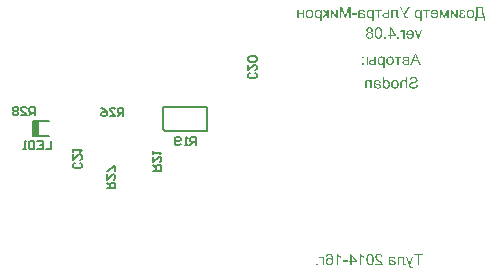
<source format=gbo>
G04 Layer_Color=32896*
%FSLAX25Y25*%
%MOIN*%
G70*
G01*
G75*
%ADD49C,0.00787*%
%ADD73C,0.00591*%
%ADD121R,0.02165X0.05118*%
G36*
X104707Y-88000D02*
X104178D01*
Y-87471D01*
X104707D01*
Y-88000D01*
D02*
G37*
G36*
X133428Y-87069D02*
Y-87131D01*
Y-87188D01*
X133432Y-87237D01*
Y-87283D01*
Y-87323D01*
X133436Y-87356D01*
Y-87385D01*
X133440Y-87410D01*
X133444Y-87430D01*
Y-87446D01*
X133448Y-87471D01*
X133452Y-87483D01*
Y-87488D01*
X133473Y-87529D01*
X133502Y-87557D01*
X133526Y-87578D01*
X133530Y-87582D01*
X133534D01*
X133559Y-87590D01*
X133592Y-87598D01*
X133661Y-87606D01*
X133690Y-87611D01*
X133940D01*
Y-87996D01*
X133862Y-88004D01*
X133793Y-88008D01*
X133731Y-88012D01*
X133674D01*
X133629Y-88016D01*
X133567D01*
X133473Y-88012D01*
X133395Y-88000D01*
X133325Y-87980D01*
X133268Y-87959D01*
X133227Y-87943D01*
X133194Y-87922D01*
X133178Y-87910D01*
X133169Y-87906D01*
X133120Y-87861D01*
X133083Y-87815D01*
X133055Y-87770D01*
X133030Y-87729D01*
X133014Y-87692D01*
X133005Y-87664D01*
X132997Y-87647D01*
Y-87639D01*
X132993Y-87606D01*
X132985Y-87569D01*
X132981Y-87524D01*
X132977Y-87475D01*
X132973Y-87373D01*
X132969Y-87266D01*
Y-87217D01*
X132965Y-87168D01*
Y-87123D01*
Y-87086D01*
Y-87053D01*
Y-87028D01*
Y-87012D01*
Y-87008D01*
Y-85638D01*
X131735D01*
Y-88000D01*
X131271D01*
Y-85257D01*
X133428D01*
Y-87069D01*
D02*
G37*
G36*
X117631Y-86668D02*
Y-87094D01*
X115982D01*
Y-88000D01*
X115519D01*
Y-87094D01*
X115006D01*
Y-86668D01*
X115519D01*
Y-84216D01*
X115900D01*
X117631Y-86668D01*
D02*
G37*
G36*
X106761Y-88000D02*
X106298D01*
Y-85638D01*
X105187D01*
Y-85257D01*
X106761D01*
Y-88000D01*
D02*
G37*
G36*
X119338Y-2819D02*
X119457Y-2831D01*
X119564Y-2847D01*
X119613Y-2856D01*
X119654Y-2864D01*
X119695Y-2872D01*
X119732Y-2880D01*
X119761Y-2888D01*
X119785Y-2897D01*
X119806Y-2905D01*
X119822Y-2909D01*
X119830Y-2913D01*
X119834D01*
X119929Y-2954D01*
X120011Y-2999D01*
X120080Y-3044D01*
X120138Y-3089D01*
X120183Y-3130D01*
X120216Y-3163D01*
X120236Y-3184D01*
X120244Y-3188D01*
Y-3192D01*
X120294Y-3262D01*
X120335Y-3339D01*
X120367Y-3417D01*
X120396Y-3491D01*
X120417Y-3557D01*
X120425Y-3585D01*
X120433Y-3610D01*
X120437Y-3631D01*
X120441Y-3647D01*
X120445Y-3655D01*
Y-3659D01*
X119990Y-3721D01*
X119974Y-3667D01*
X119957Y-3618D01*
X119925Y-3536D01*
X119884Y-3463D01*
X119847Y-3409D01*
X119814Y-3368D01*
X119785Y-3335D01*
X119769Y-3319D01*
X119761Y-3315D01*
X119695Y-3278D01*
X119617Y-3249D01*
X119539Y-3229D01*
X119461Y-3212D01*
X119387Y-3204D01*
X119359D01*
X119330Y-3200D01*
X119277D01*
X119154Y-3208D01*
X119047Y-3225D01*
X118957Y-3249D01*
X118883Y-3278D01*
X118826Y-3311D01*
X118805Y-3323D01*
X118785Y-3335D01*
X118768Y-3344D01*
X118760Y-3352D01*
X118752Y-3360D01*
X118707Y-3409D01*
X118674Y-3471D01*
X118649Y-3536D01*
X118633Y-3602D01*
X118625Y-3663D01*
X118617Y-3713D01*
Y-3729D01*
Y-3745D01*
Y-3754D01*
Y-3758D01*
Y-3770D01*
Y-3786D01*
Y-3827D01*
X118621Y-3844D01*
Y-3860D01*
Y-3872D01*
Y-3877D01*
X118674Y-3893D01*
X118731Y-3909D01*
X118797Y-3926D01*
X118863Y-3942D01*
X118998Y-3971D01*
X119133Y-3996D01*
X119199Y-4004D01*
X119256Y-4012D01*
X119310Y-4020D01*
X119359Y-4028D01*
X119396Y-4032D01*
X119424Y-4036D01*
X119441Y-4041D01*
X119449D01*
X119547Y-4053D01*
X119629Y-4065D01*
X119703Y-4078D01*
X119761Y-4086D01*
X119806Y-4098D01*
X119839Y-4102D01*
X119855Y-4110D01*
X119863D01*
X119929Y-4131D01*
X119994Y-4155D01*
X120052Y-4180D01*
X120101Y-4205D01*
X120142Y-4225D01*
X120171Y-4246D01*
X120191Y-4258D01*
X120199Y-4262D01*
X120253Y-4303D01*
X120298Y-4344D01*
X120339Y-4389D01*
X120371Y-4430D01*
X120400Y-4471D01*
X120421Y-4500D01*
X120433Y-4520D01*
X120437Y-4529D01*
X120466Y-4594D01*
X120490Y-4656D01*
X120507Y-4717D01*
X120515Y-4775D01*
X120523Y-4824D01*
X120527Y-4865D01*
Y-4889D01*
Y-4893D01*
Y-4897D01*
X120523Y-4959D01*
X120515Y-5020D01*
X120507Y-5078D01*
X120490Y-5131D01*
X120449Y-5230D01*
X120404Y-5308D01*
X120384Y-5344D01*
X120363Y-5373D01*
X120343Y-5402D01*
X120322Y-5422D01*
X120306Y-5439D01*
X120298Y-5451D01*
X120290Y-5459D01*
X120285Y-5463D01*
X120236Y-5500D01*
X120187Y-5533D01*
X120130Y-5566D01*
X120076Y-5590D01*
X119962Y-5627D01*
X119847Y-5652D01*
X119798Y-5664D01*
X119748Y-5668D01*
X119703Y-5672D01*
X119666Y-5677D01*
X119638Y-5681D01*
X119592D01*
X119490Y-5677D01*
X119396Y-5668D01*
X119310Y-5652D01*
X119232Y-5635D01*
X119170Y-5619D01*
X119141Y-5611D01*
X119121Y-5603D01*
X119105Y-5599D01*
X119092Y-5595D01*
X119084Y-5590D01*
X119080D01*
X118990Y-5549D01*
X118900Y-5504D01*
X118818Y-5451D01*
X118740Y-5398D01*
X118674Y-5353D01*
X118649Y-5328D01*
X118625Y-5312D01*
X118604Y-5295D01*
X118592Y-5283D01*
X118584Y-5279D01*
X118580Y-5275D01*
X118572Y-5348D01*
X118559Y-5414D01*
X118543Y-5472D01*
X118526Y-5521D01*
X118514Y-5562D01*
X118502Y-5595D01*
X118494Y-5611D01*
X118490Y-5619D01*
X118006D01*
X118035Y-5562D01*
X118059Y-5500D01*
X118080Y-5447D01*
X118096Y-5398D01*
X118108Y-5353D01*
X118116Y-5320D01*
X118121Y-5299D01*
Y-5291D01*
X118125Y-5254D01*
X118129Y-5205D01*
X118133Y-5152D01*
X118137Y-5090D01*
X118141Y-5025D01*
Y-4955D01*
X118145Y-4815D01*
Y-4750D01*
X118149Y-4684D01*
Y-4627D01*
Y-4574D01*
Y-4533D01*
Y-4500D01*
Y-4479D01*
Y-4471D01*
Y-3852D01*
Y-3795D01*
Y-3745D01*
X118153Y-3700D01*
Y-3655D01*
X118157Y-3581D01*
X118162Y-3524D01*
X118166Y-3479D01*
X118170Y-3450D01*
X118174Y-3430D01*
Y-3426D01*
X118190Y-3356D01*
X118215Y-3294D01*
X118239Y-3241D01*
X118264Y-3196D01*
X118285Y-3159D01*
X118305Y-3130D01*
X118317Y-3114D01*
X118322Y-3110D01*
X118367Y-3065D01*
X118416Y-3024D01*
X118469Y-2987D01*
X118522Y-2958D01*
X118572Y-2934D01*
X118608Y-2917D01*
X118625Y-2909D01*
X118637Y-2905D01*
X118641Y-2901D01*
X118645D01*
X118731Y-2872D01*
X118826Y-2852D01*
X118920Y-2835D01*
X119010Y-2827D01*
X119088Y-2819D01*
X119125D01*
X119154Y-2815D01*
X119211D01*
X119338Y-2819D01*
D02*
G37*
G36*
X100122Y-5619D02*
X99658D01*
Y-4401D01*
X98371D01*
Y-5619D01*
X97908D01*
Y-2876D01*
X98371D01*
Y-4020D01*
X99658D01*
Y-2876D01*
X100122D01*
Y-5619D01*
D02*
G37*
G36*
X122194Y-84207D02*
X122268Y-84212D01*
X122337Y-84224D01*
X122403Y-84236D01*
X122460Y-84253D01*
X122518Y-84273D01*
X122571Y-84294D01*
X122616Y-84314D01*
X122661Y-84335D01*
X122698Y-84355D01*
X122731Y-84372D01*
X122756Y-84392D01*
X122776Y-84404D01*
X122792Y-84417D01*
X122801Y-84421D01*
X122805Y-84425D01*
X122854Y-84470D01*
X122899Y-84515D01*
X122981Y-84618D01*
X123055Y-84720D01*
X123112Y-84822D01*
X123137Y-84872D01*
X123157Y-84913D01*
X123174Y-84954D01*
X123190Y-84987D01*
X123198Y-85015D01*
X123206Y-85040D01*
X123215Y-85052D01*
Y-85056D01*
X123239Y-85134D01*
X123260Y-85220D01*
X123293Y-85396D01*
X123317Y-85577D01*
X123325Y-85663D01*
X123334Y-85749D01*
X123338Y-85827D01*
X123342Y-85901D01*
X123346Y-85966D01*
Y-86024D01*
X123350Y-86069D01*
Y-86106D01*
Y-86126D01*
Y-86134D01*
X123346Y-86327D01*
X123334Y-86508D01*
X123317Y-86672D01*
X123293Y-86823D01*
X123264Y-86963D01*
X123231Y-87090D01*
X123198Y-87200D01*
X123161Y-87303D01*
X123129Y-87389D01*
X123096Y-87467D01*
X123063Y-87529D01*
X123034Y-87582D01*
X123010Y-87623D01*
X122993Y-87651D01*
X122981Y-87668D01*
X122977Y-87672D01*
X122915Y-87742D01*
X122850Y-87799D01*
X122780Y-87852D01*
X122710Y-87897D01*
X122641Y-87934D01*
X122567Y-87967D01*
X122497Y-87992D01*
X122432Y-88012D01*
X122366Y-88029D01*
X122309Y-88041D01*
X122255Y-88049D01*
X122210Y-88053D01*
X122173Y-88057D01*
X122145Y-88061D01*
X122120D01*
X122042Y-88057D01*
X121972Y-88053D01*
X121903Y-88041D01*
X121837Y-88029D01*
X121776Y-88008D01*
X121722Y-87992D01*
X121669Y-87971D01*
X121624Y-87951D01*
X121579Y-87930D01*
X121542Y-87910D01*
X121509Y-87889D01*
X121484Y-87873D01*
X121464Y-87861D01*
X121448Y-87848D01*
X121439Y-87844D01*
X121435Y-87840D01*
X121386Y-87795D01*
X121337Y-87750D01*
X121255Y-87647D01*
X121185Y-87545D01*
X121128Y-87442D01*
X121103Y-87393D01*
X121083Y-87348D01*
X121066Y-87311D01*
X121050Y-87274D01*
X121038Y-87250D01*
X121034Y-87225D01*
X121025Y-87213D01*
Y-87209D01*
X121001Y-87131D01*
X120980Y-87045D01*
X120943Y-86868D01*
X120919Y-86688D01*
X120911Y-86602D01*
X120902Y-86516D01*
X120898Y-86438D01*
X120894Y-86364D01*
X120890Y-86303D01*
X120886Y-86245D01*
Y-86200D01*
Y-86163D01*
Y-86143D01*
Y-86134D01*
Y-86032D01*
X120890Y-85934D01*
X120894Y-85843D01*
X120898Y-85757D01*
X120906Y-85679D01*
X120915Y-85606D01*
X120923Y-85540D01*
X120927Y-85479D01*
X120935Y-85425D01*
X120943Y-85380D01*
X120951Y-85339D01*
X120960Y-85306D01*
X120964Y-85278D01*
X120968Y-85261D01*
X120972Y-85249D01*
Y-85245D01*
X121005Y-85126D01*
X121046Y-85015D01*
X121083Y-84921D01*
X121120Y-84839D01*
X121140Y-84806D01*
X121152Y-84773D01*
X121169Y-84745D01*
X121181Y-84724D01*
X121193Y-84708D01*
X121197Y-84695D01*
X121206Y-84687D01*
Y-84683D01*
X121263Y-84601D01*
X121329Y-84527D01*
X121390Y-84466D01*
X121452Y-84417D01*
X121505Y-84376D01*
X121546Y-84351D01*
X121562Y-84339D01*
X121575Y-84330D01*
X121583Y-84326D01*
X121587D01*
X121677Y-84285D01*
X121767Y-84257D01*
X121858Y-84232D01*
X121940Y-84220D01*
X122013Y-84212D01*
X122042Y-84207D01*
X122071Y-84203D01*
X122120D01*
X122194Y-84207D01*
D02*
G37*
G36*
X152913Y-2819D02*
X152983Y-2823D01*
X153110Y-2847D01*
X153225Y-2884D01*
X153327Y-2934D01*
X153422Y-2995D01*
X153504Y-3057D01*
X153573Y-3126D01*
X153635Y-3200D01*
X153684Y-3274D01*
X153729Y-3339D01*
X153762Y-3405D01*
X153791Y-3467D01*
X153811Y-3516D01*
X153823Y-3553D01*
X153832Y-3577D01*
X153836Y-3581D01*
Y-3585D01*
X153393Y-3659D01*
X153360Y-3577D01*
X153323Y-3508D01*
X153282Y-3446D01*
X153241Y-3393D01*
X153196Y-3348D01*
X153151Y-3311D01*
X153106Y-3278D01*
X153061Y-3253D01*
X153016Y-3233D01*
X152975Y-3221D01*
X152938Y-3208D01*
X152909Y-3204D01*
X152880Y-3200D01*
X152860Y-3196D01*
X152843D01*
X152774Y-3200D01*
X152708Y-3212D01*
X152655Y-3233D01*
X152606Y-3253D01*
X152569Y-3274D01*
X152544Y-3294D01*
X152524Y-3307D01*
X152520Y-3311D01*
X152479Y-3356D01*
X152446Y-3405D01*
X152425Y-3454D01*
X152409Y-3503D01*
X152401Y-3545D01*
X152392Y-3577D01*
Y-3602D01*
Y-3606D01*
Y-3610D01*
X152397Y-3667D01*
X152409Y-3717D01*
X152425Y-3762D01*
X152442Y-3799D01*
X152458Y-3831D01*
X152474Y-3852D01*
X152487Y-3868D01*
X152491Y-3872D01*
X152528Y-3905D01*
X152561Y-3934D01*
X152597Y-3954D01*
X152630Y-3971D01*
X152655Y-3983D01*
X152675Y-3991D01*
X152692Y-3996D01*
X152696D01*
X152716Y-4000D01*
X152745Y-4004D01*
X152803Y-4008D01*
X152868Y-4012D01*
X152934D01*
X152995Y-4016D01*
X153094D01*
Y-4381D01*
X152889D01*
X152807Y-4385D01*
X152737Y-4389D01*
X152680Y-4393D01*
X152638Y-4401D01*
X152610Y-4405D01*
X152593Y-4410D01*
X152589D01*
X152548Y-4426D01*
X152507Y-4447D01*
X152470Y-4467D01*
X152438Y-4496D01*
X152413Y-4516D01*
X152392Y-4537D01*
X152380Y-4553D01*
X152376Y-4557D01*
X152343Y-4602D01*
X152319Y-4651D01*
X152302Y-4697D01*
X152290Y-4742D01*
X152282Y-4779D01*
X152278Y-4807D01*
Y-4828D01*
Y-4836D01*
X152286Y-4910D01*
X152302Y-4975D01*
X152327Y-5037D01*
X152356Y-5086D01*
X152388Y-5123D01*
X152413Y-5152D01*
X152429Y-5168D01*
X152438Y-5176D01*
X152499Y-5221D01*
X152565Y-5250D01*
X152630Y-5275D01*
X152692Y-5291D01*
X152745Y-5299D01*
X152786Y-5303D01*
X152803Y-5308D01*
X152827D01*
X152913Y-5299D01*
X152995Y-5283D01*
X153065Y-5262D01*
X153126Y-5234D01*
X153180Y-5209D01*
X153217Y-5184D01*
X153241Y-5168D01*
X153245Y-5164D01*
X153249D01*
X153311Y-5107D01*
X153364Y-5041D01*
X153405Y-4971D01*
X153434Y-4906D01*
X153458Y-4844D01*
X153475Y-4799D01*
X153479Y-4779D01*
X153483Y-4766D01*
X153487Y-4758D01*
Y-4754D01*
X153922Y-4848D01*
X153905Y-4922D01*
X153885Y-4996D01*
X153860Y-5062D01*
X153832Y-5123D01*
X153803Y-5180D01*
X153766Y-5234D01*
X153688Y-5328D01*
X153606Y-5410D01*
X153512Y-5476D01*
X153418Y-5533D01*
X153323Y-5578D01*
X153229Y-5611D01*
X153139Y-5635D01*
X153057Y-5656D01*
X152983Y-5668D01*
X152921Y-5677D01*
X152897D01*
X152876Y-5681D01*
X152835D01*
X152749Y-5677D01*
X152667Y-5672D01*
X152589Y-5660D01*
X152515Y-5644D01*
X152450Y-5627D01*
X152388Y-5607D01*
X152331Y-5586D01*
X152282Y-5566D01*
X152237Y-5545D01*
X152196Y-5525D01*
X152163Y-5504D01*
X152134Y-5488D01*
X152114Y-5472D01*
X152097Y-5459D01*
X152089Y-5455D01*
X152085Y-5451D01*
X152036Y-5406D01*
X151995Y-5361D01*
X151958Y-5312D01*
X151929Y-5262D01*
X151900Y-5209D01*
X151880Y-5160D01*
X151847Y-5066D01*
X151835Y-5020D01*
X151827Y-4980D01*
X151823Y-4947D01*
X151819Y-4914D01*
X151814Y-4889D01*
Y-4869D01*
Y-4857D01*
Y-4852D01*
X151819Y-4766D01*
X151831Y-4693D01*
X151847Y-4623D01*
X151868Y-4565D01*
X151888Y-4516D01*
X151905Y-4479D01*
X151917Y-4459D01*
X151921Y-4451D01*
X151962Y-4389D01*
X152011Y-4332D01*
X152065Y-4282D01*
X152114Y-4242D01*
X152159Y-4209D01*
X152196Y-4184D01*
X152220Y-4168D01*
X152224Y-4164D01*
X152228D01*
X152171Y-4127D01*
X152122Y-4086D01*
X152077Y-4041D01*
X152040Y-3996D01*
X152007Y-3954D01*
X151978Y-3909D01*
X151958Y-3864D01*
X151942Y-3823D01*
X151917Y-3745D01*
X151909Y-3713D01*
X151905Y-3688D01*
X151900Y-3663D01*
Y-3647D01*
Y-3635D01*
Y-3631D01*
X151905Y-3569D01*
X151913Y-3512D01*
X151925Y-3454D01*
X151937Y-3401D01*
X151978Y-3303D01*
X152023Y-3221D01*
X152048Y-3184D01*
X152073Y-3151D01*
X152093Y-3122D01*
X152110Y-3098D01*
X152126Y-3081D01*
X152138Y-3069D01*
X152146Y-3061D01*
X152151Y-3057D01*
X152200Y-3016D01*
X152253Y-2975D01*
X152306Y-2946D01*
X152364Y-2917D01*
X152421Y-2893D01*
X152479Y-2872D01*
X152589Y-2843D01*
X152638Y-2835D01*
X152688Y-2827D01*
X152729Y-2823D01*
X152766Y-2819D01*
X152798Y-2815D01*
X152839D01*
X152913Y-2819D01*
D02*
G37*
G36*
X139750Y-84663D02*
X138504D01*
Y-88000D01*
X138003D01*
Y-84663D01*
X136757D01*
Y-84216D01*
X139750D01*
Y-84663D01*
D02*
G37*
G36*
X119016Y-84298D02*
X119078Y-84388D01*
X119148Y-84474D01*
X119217Y-84548D01*
X119279Y-84618D01*
X119307Y-84642D01*
X119328Y-84667D01*
X119348Y-84687D01*
X119365Y-84699D01*
X119373Y-84708D01*
X119377Y-84712D01*
X119488Y-84806D01*
X119607Y-84888D01*
X119721Y-84966D01*
X119828Y-85032D01*
X119873Y-85056D01*
X119918Y-85081D01*
X119959Y-85105D01*
X119992Y-85122D01*
X120021Y-85134D01*
X120041Y-85146D01*
X120054Y-85150D01*
X120058Y-85155D01*
Y-85602D01*
X119976Y-85569D01*
X119890Y-85532D01*
X119808Y-85491D01*
X119734Y-85454D01*
X119668Y-85417D01*
X119640Y-85405D01*
X119615Y-85388D01*
X119594Y-85380D01*
X119582Y-85372D01*
X119574Y-85364D01*
X119570D01*
X119471Y-85302D01*
X119385Y-85245D01*
X119307Y-85192D01*
X119246Y-85142D01*
X119193Y-85101D01*
X119156Y-85073D01*
X119135Y-85052D01*
X119127Y-85044D01*
Y-88000D01*
X118664D01*
Y-84203D01*
X118963D01*
X119016Y-84298D01*
D02*
G37*
G36*
X111378D02*
X111440Y-84388D01*
X111509Y-84474D01*
X111579Y-84548D01*
X111640Y-84618D01*
X111669Y-84642D01*
X111690Y-84667D01*
X111710Y-84687D01*
X111726Y-84699D01*
X111735Y-84708D01*
X111739Y-84712D01*
X111849Y-84806D01*
X111968Y-84888D01*
X112083Y-84966D01*
X112190Y-85032D01*
X112235Y-85056D01*
X112280Y-85081D01*
X112321Y-85105D01*
X112354Y-85122D01*
X112382Y-85134D01*
X112403Y-85146D01*
X112415Y-85150D01*
X112419Y-85155D01*
Y-85602D01*
X112337Y-85569D01*
X112251Y-85532D01*
X112169Y-85491D01*
X112095Y-85454D01*
X112030Y-85417D01*
X112001Y-85405D01*
X111977Y-85388D01*
X111956Y-85380D01*
X111944Y-85372D01*
X111936Y-85364D01*
X111932D01*
X111833Y-85302D01*
X111747Y-85245D01*
X111669Y-85192D01*
X111608Y-85142D01*
X111554Y-85101D01*
X111517Y-85073D01*
X111497Y-85052D01*
X111489Y-85044D01*
Y-88000D01*
X111025D01*
Y-84203D01*
X111325D01*
X111378Y-84298D01*
D02*
G37*
G36*
X122046Y-8708D02*
X122132Y-8716D01*
X122210Y-8728D01*
X122288Y-8749D01*
X122358Y-8769D01*
X122419Y-8794D01*
X122481Y-8818D01*
X122534Y-8843D01*
X122583Y-8872D01*
X122624Y-8896D01*
X122661Y-8921D01*
X122690Y-8941D01*
X122715Y-8962D01*
X122731Y-8974D01*
X122739Y-8982D01*
X122743Y-8986D01*
X122797Y-9040D01*
X122842Y-9097D01*
X122879Y-9154D01*
X122915Y-9212D01*
X122944Y-9273D01*
X122965Y-9331D01*
X122985Y-9384D01*
X123002Y-9437D01*
X123014Y-9491D01*
X123022Y-9536D01*
X123030Y-9577D01*
X123034Y-9610D01*
Y-9638D01*
X123038Y-9663D01*
Y-9675D01*
Y-9679D01*
X123034Y-9778D01*
X123018Y-9868D01*
X122993Y-9950D01*
X122969Y-10019D01*
X122944Y-10073D01*
X122920Y-10114D01*
X122911Y-10130D01*
X122903Y-10142D01*
X122899Y-10147D01*
Y-10151D01*
X122842Y-10220D01*
X122772Y-10278D01*
X122702Y-10331D01*
X122633Y-10372D01*
X122571Y-10405D01*
X122542Y-10421D01*
X122518Y-10430D01*
X122501Y-10438D01*
X122485Y-10446D01*
X122477Y-10450D01*
X122473D01*
X122596Y-10491D01*
X122702Y-10540D01*
X122792Y-10598D01*
X122866Y-10655D01*
X122899Y-10680D01*
X122928Y-10708D01*
X122952Y-10729D01*
X122969Y-10749D01*
X122985Y-10766D01*
X122997Y-10778D01*
X123002Y-10786D01*
X123006Y-10790D01*
X123038Y-10840D01*
X123067Y-10889D01*
X123112Y-10991D01*
X123145Y-11094D01*
X123166Y-11188D01*
X123174Y-11233D01*
X123182Y-11274D01*
X123186Y-11311D01*
Y-11344D01*
X123190Y-11368D01*
Y-11389D01*
Y-11401D01*
Y-11405D01*
X123186Y-11496D01*
X123174Y-11582D01*
X123157Y-11668D01*
X123137Y-11746D01*
X123112Y-11815D01*
X123084Y-11885D01*
X123051Y-11947D01*
X123018Y-12004D01*
X122989Y-12057D01*
X122957Y-12102D01*
X122928Y-12139D01*
X122903Y-12172D01*
X122883Y-12201D01*
X122866Y-12217D01*
X122854Y-12229D01*
X122850Y-12234D01*
X122784Y-12291D01*
X122711Y-12340D01*
X122637Y-12385D01*
X122563Y-12422D01*
X122485Y-12455D01*
X122411Y-12479D01*
X122337Y-12504D01*
X122268Y-12520D01*
X122202Y-12533D01*
X122141Y-12545D01*
X122083Y-12553D01*
X122038Y-12557D01*
X121997D01*
X121968Y-12562D01*
X121944D01*
X121841Y-12557D01*
X121743Y-12549D01*
X121653Y-12533D01*
X121567Y-12508D01*
X121489Y-12484D01*
X121415Y-12459D01*
X121345Y-12426D01*
X121284Y-12398D01*
X121230Y-12369D01*
X121181Y-12336D01*
X121140Y-12311D01*
X121103Y-12283D01*
X121079Y-12262D01*
X121058Y-12246D01*
X121046Y-12238D01*
X121042Y-12234D01*
X120980Y-12172D01*
X120927Y-12102D01*
X120882Y-12037D01*
X120841Y-11967D01*
X120808Y-11897D01*
X120779Y-11832D01*
X120759Y-11766D01*
X120738Y-11700D01*
X120726Y-11643D01*
X120714Y-11590D01*
X120710Y-11541D01*
X120702Y-11500D01*
Y-11463D01*
X120697Y-11438D01*
Y-11422D01*
Y-11418D01*
Y-11352D01*
X120706Y-11291D01*
X120726Y-11176D01*
X120755Y-11073D01*
X120788Y-10987D01*
X120808Y-10950D01*
X120825Y-10917D01*
X120841Y-10889D01*
X120853Y-10864D01*
X120865Y-10844D01*
X120874Y-10831D01*
X120878Y-10823D01*
X120882Y-10819D01*
X120956Y-10729D01*
X121042Y-10655D01*
X121128Y-10589D01*
X121214Y-10540D01*
X121292Y-10499D01*
X121325Y-10483D01*
X121353Y-10470D01*
X121378Y-10462D01*
X121394Y-10454D01*
X121407Y-10450D01*
X121411D01*
X121312Y-10405D01*
X121226Y-10360D01*
X121157Y-10306D01*
X121095Y-10261D01*
X121050Y-10216D01*
X121017Y-10183D01*
X121001Y-10159D01*
X120993Y-10155D01*
Y-10151D01*
X120948Y-10073D01*
X120911Y-9995D01*
X120886Y-9917D01*
X120870Y-9847D01*
X120861Y-9786D01*
X120857Y-9757D01*
X120853Y-9737D01*
Y-9716D01*
Y-9704D01*
Y-9696D01*
Y-9691D01*
X120857Y-9618D01*
X120865Y-9544D01*
X120882Y-9474D01*
X120902Y-9409D01*
X120923Y-9347D01*
X120948Y-9290D01*
X120976Y-9236D01*
X121005Y-9187D01*
X121034Y-9146D01*
X121062Y-9105D01*
X121087Y-9072D01*
X121107Y-9044D01*
X121128Y-9023D01*
X121144Y-9007D01*
X121152Y-8999D01*
X121157Y-8995D01*
X121214Y-8941D01*
X121280Y-8900D01*
X121341Y-8859D01*
X121411Y-8826D01*
X121476Y-8798D01*
X121542Y-8773D01*
X121608Y-8757D01*
X121669Y-8740D01*
X121731Y-8728D01*
X121784Y-8720D01*
X121833Y-8712D01*
X121874Y-8708D01*
X121907Y-8703D01*
X121956D01*
X122046Y-8708D01*
D02*
G37*
G36*
X125138Y-84207D02*
X125232Y-84216D01*
X125318Y-84228D01*
X125400Y-84249D01*
X125478Y-84269D01*
X125548Y-84294D01*
X125613Y-84318D01*
X125671Y-84343D01*
X125724Y-84372D01*
X125769Y-84396D01*
X125810Y-84421D01*
X125843Y-84441D01*
X125867Y-84462D01*
X125884Y-84474D01*
X125896Y-84482D01*
X125900Y-84486D01*
X125958Y-84540D01*
X126007Y-84601D01*
X126052Y-84663D01*
X126093Y-84732D01*
X126126Y-84798D01*
X126158Y-84864D01*
X126183Y-84933D01*
X126204Y-84995D01*
X126224Y-85056D01*
X126236Y-85114D01*
X126249Y-85167D01*
X126257Y-85212D01*
X126261Y-85249D01*
X126265Y-85273D01*
X126269Y-85290D01*
Y-85298D01*
X125794Y-85347D01*
X125789Y-85282D01*
X125785Y-85220D01*
X125761Y-85114D01*
X125728Y-85015D01*
X125712Y-84974D01*
X125691Y-84937D01*
X125675Y-84904D01*
X125654Y-84876D01*
X125638Y-84851D01*
X125626Y-84831D01*
X125609Y-84814D01*
X125601Y-84802D01*
X125597Y-84798D01*
X125593Y-84794D01*
X125552Y-84757D01*
X125511Y-84724D01*
X125466Y-84699D01*
X125420Y-84675D01*
X125330Y-84638D01*
X125244Y-84613D01*
X125170Y-84601D01*
X125138Y-84593D01*
X125109D01*
X125084Y-84589D01*
X124994D01*
X124937Y-84597D01*
X124834Y-84618D01*
X124748Y-84650D01*
X124670Y-84683D01*
X124613Y-84720D01*
X124588Y-84736D01*
X124568Y-84753D01*
X124551Y-84765D01*
X124539Y-84773D01*
X124535Y-84777D01*
X124531Y-84781D01*
X124494Y-84818D01*
X124465Y-84855D01*
X124436Y-84892D01*
X124416Y-84933D01*
X124379Y-85011D01*
X124355Y-85085D01*
X124342Y-85146D01*
X124334Y-85175D01*
Y-85200D01*
X124330Y-85216D01*
Y-85233D01*
Y-85241D01*
Y-85245D01*
X124334Y-85294D01*
X124338Y-85343D01*
X124363Y-85442D01*
X124400Y-85536D01*
X124441Y-85622D01*
X124482Y-85696D01*
X124498Y-85725D01*
X124519Y-85753D01*
X124531Y-85774D01*
X124543Y-85790D01*
X124547Y-85798D01*
X124551Y-85802D01*
X124596Y-85860D01*
X124650Y-85921D01*
X124711Y-85987D01*
X124777Y-86053D01*
X124912Y-86188D01*
X125051Y-86315D01*
X125117Y-86376D01*
X125183Y-86430D01*
X125240Y-86479D01*
X125289Y-86520D01*
X125330Y-86557D01*
X125359Y-86581D01*
X125380Y-86602D01*
X125388Y-86606D01*
X125461Y-86668D01*
X125527Y-86725D01*
X125593Y-86778D01*
X125650Y-86831D01*
X125707Y-86881D01*
X125757Y-86930D01*
X125802Y-86971D01*
X125843Y-87012D01*
X125880Y-87049D01*
X125908Y-87082D01*
X125937Y-87110D01*
X125958Y-87131D01*
X125978Y-87151D01*
X125990Y-87164D01*
X125995Y-87172D01*
X125999Y-87176D01*
X126072Y-87266D01*
X126134Y-87356D01*
X126187Y-87442D01*
X126228Y-87520D01*
X126261Y-87586D01*
X126273Y-87615D01*
X126286Y-87635D01*
X126294Y-87656D01*
X126298Y-87668D01*
X126302Y-87676D01*
Y-87680D01*
X126322Y-87738D01*
X126335Y-87795D01*
X126347Y-87848D01*
X126351Y-87897D01*
X126355Y-87938D01*
Y-87971D01*
Y-87992D01*
Y-88000D01*
X123850D01*
Y-87553D01*
X125716D01*
X125650Y-87463D01*
X125617Y-87422D01*
X125584Y-87385D01*
X125556Y-87352D01*
X125535Y-87328D01*
X125519Y-87311D01*
X125515Y-87307D01*
X125490Y-87283D01*
X125457Y-87250D01*
X125420Y-87217D01*
X125380Y-87180D01*
X125293Y-87098D01*
X125203Y-87020D01*
X125117Y-86946D01*
X125080Y-86914D01*
X125043Y-86885D01*
X125019Y-86860D01*
X124994Y-86844D01*
X124982Y-86831D01*
X124978Y-86827D01*
X124888Y-86750D01*
X124801Y-86676D01*
X124723Y-86610D01*
X124654Y-86545D01*
X124588Y-86487D01*
X124531Y-86430D01*
X124478Y-86380D01*
X124428Y-86335D01*
X124387Y-86299D01*
X124355Y-86262D01*
X124326Y-86233D01*
X124301Y-86208D01*
X124285Y-86188D01*
X124268Y-86176D01*
X124264Y-86167D01*
X124260Y-86163D01*
X124182Y-86073D01*
X124121Y-85991D01*
X124067Y-85913D01*
X124022Y-85843D01*
X123990Y-85786D01*
X123965Y-85741D01*
X123957Y-85725D01*
X123953Y-85712D01*
X123949Y-85708D01*
Y-85704D01*
X123916Y-85622D01*
X123895Y-85540D01*
X123879Y-85466D01*
X123867Y-85396D01*
X123858Y-85339D01*
X123854Y-85294D01*
Y-85278D01*
Y-85265D01*
Y-85261D01*
Y-85257D01*
X123858Y-85175D01*
X123867Y-85097D01*
X123883Y-85023D01*
X123904Y-84950D01*
X123928Y-84884D01*
X123957Y-84822D01*
X123986Y-84765D01*
X124014Y-84716D01*
X124043Y-84667D01*
X124072Y-84626D01*
X124100Y-84589D01*
X124125Y-84560D01*
X124145Y-84540D01*
X124162Y-84519D01*
X124170Y-84511D01*
X124174Y-84507D01*
X124236Y-84453D01*
X124301Y-84408D01*
X124371Y-84367D01*
X124445Y-84330D01*
X124514Y-84302D01*
X124588Y-84277D01*
X124658Y-84257D01*
X124728Y-84240D01*
X124789Y-84228D01*
X124851Y-84220D01*
X124904Y-84212D01*
X124949Y-84207D01*
X124986Y-84203D01*
X125039D01*
X125138Y-84207D01*
D02*
G37*
G36*
X114588Y-86864D02*
X113157D01*
Y-86397D01*
X114588D01*
Y-86864D01*
D02*
G37*
G36*
X135523Y-88004D02*
X135543Y-88053D01*
X135556Y-88090D01*
X135564Y-88111D01*
X135568Y-88119D01*
X135584Y-88168D01*
X135601Y-88213D01*
X135617Y-88254D01*
X135629Y-88291D01*
X135654Y-88353D01*
X135675Y-88398D01*
X135687Y-88431D01*
X135699Y-88451D01*
X135703Y-88463D01*
X135707Y-88467D01*
X135757Y-88529D01*
X135785Y-88554D01*
X135810Y-88574D01*
X135830Y-88590D01*
X135847Y-88603D01*
X135859Y-88607D01*
X135863Y-88611D01*
X135900Y-88627D01*
X135941Y-88640D01*
X135982Y-88652D01*
X136019Y-88656D01*
X136056Y-88660D01*
X136085Y-88664D01*
X136109D01*
X136150Y-88660D01*
X136195Y-88656D01*
X136240Y-88648D01*
X136281Y-88640D01*
X136318Y-88631D01*
X136347Y-88627D01*
X136363Y-88619D01*
X136372D01*
X136318Y-89054D01*
X136257Y-89074D01*
X136204Y-89087D01*
X136150Y-89099D01*
X136105Y-89103D01*
X136072Y-89107D01*
X136044Y-89111D01*
X136019D01*
X135937Y-89107D01*
X135867Y-89095D01*
X135802Y-89074D01*
X135744Y-89054D01*
X135699Y-89037D01*
X135666Y-89017D01*
X135646Y-89004D01*
X135638Y-89000D01*
X135580Y-88955D01*
X135527Y-88902D01*
X135478Y-88849D01*
X135437Y-88791D01*
X135404Y-88742D01*
X135375Y-88701D01*
X135367Y-88685D01*
X135359Y-88672D01*
X135355Y-88668D01*
Y-88664D01*
X135334Y-88631D01*
X135318Y-88590D01*
X135297Y-88545D01*
X135273Y-88496D01*
X135232Y-88394D01*
X135187Y-88291D01*
X135170Y-88242D01*
X135150Y-88197D01*
X135133Y-88156D01*
X135121Y-88119D01*
X135109Y-88086D01*
X135101Y-88066D01*
X135092Y-88049D01*
Y-88045D01*
X134051Y-85257D01*
X134514D01*
X135105Y-86860D01*
X135146Y-86975D01*
X135183Y-87086D01*
X135215Y-87192D01*
X135244Y-87287D01*
X135256Y-87328D01*
X135265Y-87365D01*
X135277Y-87401D01*
X135281Y-87430D01*
X135289Y-87451D01*
X135293Y-87467D01*
X135297Y-87479D01*
Y-87483D01*
X135330Y-87360D01*
X135363Y-87246D01*
X135400Y-87135D01*
X135429Y-87041D01*
X135445Y-87000D01*
X135457Y-86963D01*
X135470Y-86930D01*
X135478Y-86901D01*
X135486Y-86877D01*
X135494Y-86860D01*
X135498Y-86852D01*
Y-86848D01*
X136068Y-85257D01*
X136560D01*
X135523Y-88004D01*
D02*
G37*
G36*
X108606Y-84207D02*
X108709Y-84224D01*
X108807Y-84244D01*
X108897Y-84273D01*
X108984Y-84306D01*
X109062Y-84343D01*
X109135Y-84380D01*
X109201Y-84421D01*
X109258Y-84462D01*
X109308Y-84499D01*
X109353Y-84535D01*
X109385Y-84568D01*
X109414Y-84597D01*
X109435Y-84618D01*
X109447Y-84634D01*
X109451Y-84638D01*
X109521Y-84736D01*
X109586Y-84847D01*
X109640Y-84970D01*
X109685Y-85097D01*
X109726Y-85228D01*
X109758Y-85360D01*
X109783Y-85491D01*
X109808Y-85622D01*
X109824Y-85745D01*
X109836Y-85860D01*
X109845Y-85962D01*
X109849Y-86053D01*
X109853Y-86093D01*
Y-86126D01*
X109857Y-86159D01*
Y-86184D01*
Y-86204D01*
Y-86221D01*
Y-86229D01*
Y-86233D01*
X109853Y-86409D01*
X109841Y-86573D01*
X109824Y-86725D01*
X109800Y-86864D01*
X109771Y-86991D01*
X109742Y-87106D01*
X109709Y-87209D01*
X109672Y-87299D01*
X109640Y-87381D01*
X109607Y-87451D01*
X109578Y-87508D01*
X109549Y-87553D01*
X109525Y-87590D01*
X109508Y-87615D01*
X109496Y-87631D01*
X109492Y-87635D01*
X109422Y-87709D01*
X109344Y-87774D01*
X109271Y-87832D01*
X109189Y-87881D01*
X109111Y-87922D01*
X109033Y-87959D01*
X108955Y-87984D01*
X108881Y-88008D01*
X108811Y-88025D01*
X108750Y-88037D01*
X108693Y-88049D01*
X108643Y-88053D01*
X108602Y-88057D01*
X108570Y-88061D01*
X108545D01*
X108422Y-88053D01*
X108307Y-88037D01*
X108201Y-88012D01*
X108110Y-87980D01*
X108073Y-87967D01*
X108036Y-87951D01*
X108008Y-87938D01*
X107983Y-87926D01*
X107963Y-87918D01*
X107946Y-87910D01*
X107938Y-87902D01*
X107934D01*
X107840Y-87836D01*
X107754Y-87758D01*
X107680Y-87680D01*
X107622Y-87606D01*
X107573Y-87537D01*
X107557Y-87508D01*
X107540Y-87483D01*
X107528Y-87463D01*
X107520Y-87446D01*
X107512Y-87438D01*
Y-87434D01*
X107458Y-87315D01*
X107422Y-87200D01*
X107393Y-87090D01*
X107376Y-86987D01*
X107368Y-86942D01*
X107364Y-86897D01*
X107360Y-86860D01*
Y-86831D01*
X107356Y-86803D01*
Y-86786D01*
Y-86774D01*
Y-86770D01*
X107360Y-86672D01*
X107368Y-86577D01*
X107385Y-86487D01*
X107405Y-86405D01*
X107434Y-86327D01*
X107458Y-86253D01*
X107491Y-86188D01*
X107520Y-86126D01*
X107549Y-86073D01*
X107581Y-86024D01*
X107606Y-85983D01*
X107631Y-85950D01*
X107655Y-85921D01*
X107672Y-85905D01*
X107680Y-85893D01*
X107684Y-85888D01*
X107745Y-85827D01*
X107811Y-85774D01*
X107877Y-85729D01*
X107946Y-85688D01*
X108012Y-85655D01*
X108078Y-85626D01*
X108143Y-85606D01*
X108201Y-85585D01*
X108258Y-85573D01*
X108311Y-85561D01*
X108356Y-85556D01*
X108397Y-85548D01*
X108430D01*
X108455Y-85544D01*
X108475D01*
X108574Y-85548D01*
X108668Y-85565D01*
X108754Y-85585D01*
X108832Y-85606D01*
X108897Y-85630D01*
X108922Y-85642D01*
X108947Y-85651D01*
X108963Y-85659D01*
X108975Y-85667D01*
X108984Y-85671D01*
X108988D01*
X109074Y-85725D01*
X109152Y-85782D01*
X109221Y-85843D01*
X109283Y-85905D01*
X109328Y-85962D01*
X109365Y-86007D01*
X109377Y-86024D01*
X109385Y-86036D01*
X109393Y-86044D01*
X109389Y-85946D01*
X109385Y-85848D01*
X109381Y-85757D01*
X109373Y-85675D01*
X109361Y-85597D01*
X109348Y-85524D01*
X109340Y-85458D01*
X109328Y-85401D01*
X109316Y-85351D01*
X109303Y-85306D01*
X109291Y-85265D01*
X109283Y-85237D01*
X109275Y-85212D01*
X109266Y-85192D01*
X109262Y-85183D01*
Y-85179D01*
X109209Y-85073D01*
X109156Y-84978D01*
X109098Y-84896D01*
X109041Y-84831D01*
X108992Y-84777D01*
X108955Y-84741D01*
X108939Y-84728D01*
X108926Y-84720D01*
X108922Y-84712D01*
X108918D01*
X108852Y-84671D01*
X108787Y-84638D01*
X108721Y-84618D01*
X108660Y-84601D01*
X108606Y-84593D01*
X108561Y-84585D01*
X108524D01*
X108475Y-84589D01*
X108426Y-84593D01*
X108336Y-84618D01*
X108254Y-84646D01*
X108188Y-84683D01*
X108131Y-84720D01*
X108090Y-84753D01*
X108078Y-84765D01*
X108065Y-84777D01*
X108061Y-84781D01*
X108057Y-84786D01*
X108016Y-84839D01*
X107983Y-84900D01*
X107950Y-84966D01*
X107926Y-85032D01*
X107905Y-85089D01*
X107893Y-85138D01*
X107889Y-85159D01*
X107885Y-85171D01*
X107881Y-85179D01*
Y-85183D01*
X107417Y-85146D01*
X107430Y-85064D01*
X107450Y-84991D01*
X107471Y-84921D01*
X107495Y-84855D01*
X107524Y-84794D01*
X107553Y-84736D01*
X107581Y-84683D01*
X107610Y-84638D01*
X107639Y-84597D01*
X107668Y-84560D01*
X107692Y-84527D01*
X107717Y-84503D01*
X107733Y-84482D01*
X107749Y-84470D01*
X107758Y-84462D01*
X107762Y-84458D01*
X107819Y-84412D01*
X107877Y-84376D01*
X107934Y-84339D01*
X107995Y-84310D01*
X108061Y-84285D01*
X108118Y-84265D01*
X108237Y-84236D01*
X108291Y-84224D01*
X108340Y-84216D01*
X108385Y-84212D01*
X108422Y-84207D01*
X108451Y-84203D01*
X108496D01*
X108606Y-84207D01*
D02*
G37*
G36*
X129537Y-85200D02*
X129656Y-85212D01*
X129762Y-85228D01*
X129812Y-85237D01*
X129853Y-85245D01*
X129894Y-85253D01*
X129930Y-85261D01*
X129959Y-85269D01*
X129984Y-85278D01*
X130004Y-85286D01*
X130021Y-85290D01*
X130029Y-85294D01*
X130033D01*
X130127Y-85335D01*
X130209Y-85380D01*
X130279Y-85425D01*
X130336Y-85470D01*
X130382Y-85511D01*
X130414Y-85544D01*
X130435Y-85565D01*
X130443Y-85569D01*
Y-85573D01*
X130492Y-85642D01*
X130533Y-85720D01*
X130566Y-85798D01*
X130595Y-85872D01*
X130615Y-85938D01*
X130623Y-85966D01*
X130632Y-85991D01*
X130636Y-86011D01*
X130640Y-86028D01*
X130644Y-86036D01*
Y-86040D01*
X130189Y-86102D01*
X130172Y-86048D01*
X130156Y-85999D01*
X130123Y-85917D01*
X130082Y-85843D01*
X130045Y-85790D01*
X130013Y-85749D01*
X129984Y-85716D01*
X129967Y-85700D01*
X129959Y-85696D01*
X129894Y-85659D01*
X129816Y-85630D01*
X129738Y-85610D01*
X129660Y-85593D01*
X129586Y-85585D01*
X129557D01*
X129529Y-85581D01*
X129475D01*
X129352Y-85589D01*
X129246Y-85606D01*
X129156Y-85630D01*
X129082Y-85659D01*
X129024Y-85692D01*
X129004Y-85704D01*
X128983Y-85716D01*
X128967Y-85725D01*
X128959Y-85733D01*
X128951Y-85741D01*
X128905Y-85790D01*
X128873Y-85852D01*
X128848Y-85917D01*
X128832Y-85983D01*
X128823Y-86044D01*
X128815Y-86093D01*
Y-86110D01*
Y-86126D01*
Y-86134D01*
Y-86139D01*
Y-86151D01*
Y-86167D01*
Y-86208D01*
X128819Y-86225D01*
Y-86241D01*
Y-86253D01*
Y-86257D01*
X128873Y-86274D01*
X128930Y-86290D01*
X128996Y-86307D01*
X129061Y-86323D01*
X129197Y-86352D01*
X129332Y-86376D01*
X129397Y-86385D01*
X129455Y-86393D01*
X129508Y-86401D01*
X129557Y-86409D01*
X129594Y-86413D01*
X129623Y-86417D01*
X129639Y-86422D01*
X129648D01*
X129746Y-86434D01*
X129828Y-86446D01*
X129902Y-86458D01*
X129959Y-86467D01*
X130004Y-86479D01*
X130037Y-86483D01*
X130053Y-86491D01*
X130062D01*
X130127Y-86512D01*
X130193Y-86536D01*
X130250Y-86561D01*
X130299Y-86585D01*
X130341Y-86606D01*
X130369Y-86626D01*
X130390Y-86639D01*
X130398Y-86643D01*
X130451Y-86684D01*
X130496Y-86725D01*
X130537Y-86770D01*
X130570Y-86811D01*
X130599Y-86852D01*
X130619Y-86881D01*
X130632Y-86901D01*
X130636Y-86909D01*
X130664Y-86975D01*
X130689Y-87037D01*
X130705Y-87098D01*
X130714Y-87155D01*
X130722Y-87205D01*
X130726Y-87246D01*
Y-87270D01*
Y-87274D01*
Y-87278D01*
X130722Y-87340D01*
X130714Y-87401D01*
X130705Y-87459D01*
X130689Y-87512D01*
X130648Y-87611D01*
X130603Y-87688D01*
X130582Y-87725D01*
X130562Y-87754D01*
X130541Y-87783D01*
X130521Y-87803D01*
X130505Y-87820D01*
X130496Y-87832D01*
X130488Y-87840D01*
X130484Y-87844D01*
X130435Y-87881D01*
X130386Y-87914D01*
X130328Y-87947D01*
X130275Y-87971D01*
X130160Y-88008D01*
X130045Y-88033D01*
X129996Y-88045D01*
X129947Y-88049D01*
X129902Y-88053D01*
X129865Y-88057D01*
X129836Y-88061D01*
X129791D01*
X129689Y-88057D01*
X129594Y-88049D01*
X129508Y-88033D01*
X129430Y-88016D01*
X129369Y-88000D01*
X129340Y-87992D01*
X129320Y-87984D01*
X129303Y-87980D01*
X129291Y-87975D01*
X129283Y-87971D01*
X129279D01*
X129188Y-87930D01*
X129098Y-87885D01*
X129016Y-87832D01*
X128938Y-87779D01*
X128873Y-87734D01*
X128848Y-87709D01*
X128823Y-87692D01*
X128803Y-87676D01*
X128791Y-87664D01*
X128782Y-87660D01*
X128778Y-87656D01*
X128770Y-87729D01*
X128758Y-87795D01*
X128742Y-87852D01*
X128725Y-87902D01*
X128713Y-87943D01*
X128700Y-87975D01*
X128692Y-87992D01*
X128688Y-88000D01*
X128204D01*
X128233Y-87943D01*
X128258Y-87881D01*
X128278Y-87828D01*
X128295Y-87779D01*
X128307Y-87734D01*
X128315Y-87701D01*
X128319Y-87680D01*
Y-87672D01*
X128323Y-87635D01*
X128327Y-87586D01*
X128331Y-87533D01*
X128336Y-87471D01*
X128340Y-87406D01*
Y-87336D01*
X128344Y-87196D01*
Y-87131D01*
X128348Y-87065D01*
Y-87008D01*
Y-86954D01*
Y-86914D01*
Y-86881D01*
Y-86860D01*
Y-86852D01*
Y-86233D01*
Y-86176D01*
Y-86126D01*
X128352Y-86081D01*
Y-86036D01*
X128356Y-85962D01*
X128360Y-85905D01*
X128364Y-85860D01*
X128368Y-85831D01*
X128373Y-85811D01*
Y-85807D01*
X128389Y-85737D01*
X128413Y-85675D01*
X128438Y-85622D01*
X128463Y-85577D01*
X128483Y-85540D01*
X128504Y-85511D01*
X128516Y-85495D01*
X128520Y-85491D01*
X128565Y-85446D01*
X128614Y-85405D01*
X128668Y-85368D01*
X128721Y-85339D01*
X128770Y-85315D01*
X128807Y-85298D01*
X128823Y-85290D01*
X128836Y-85286D01*
X128840Y-85282D01*
X128844D01*
X128930Y-85253D01*
X129024Y-85233D01*
X129119Y-85216D01*
X129209Y-85208D01*
X129287Y-85200D01*
X129324D01*
X129352Y-85196D01*
X129410D01*
X129537Y-85200D01*
D02*
G37*
G36*
X108322Y-5619D02*
X107858D01*
Y-4352D01*
X107801Y-4356D01*
X107752Y-4364D01*
X107707Y-4377D01*
X107666Y-4393D01*
X107637Y-4410D01*
X107612Y-4422D01*
X107596Y-4430D01*
X107592Y-4434D01*
X107571Y-4451D01*
X107547Y-4471D01*
X107502Y-4520D01*
X107457Y-4578D01*
X107415Y-4635D01*
X107379Y-4688D01*
X107350Y-4733D01*
X107342Y-4750D01*
X107334Y-4762D01*
X107325Y-4770D01*
Y-4775D01*
X106825Y-5619D01*
X106313D01*
X106825Y-4770D01*
X106878Y-4684D01*
X106932Y-4611D01*
X106985Y-4541D01*
X107038Y-4483D01*
X107088Y-4430D01*
X107137Y-4385D01*
X107182Y-4344D01*
X107227Y-4311D01*
X107264Y-4287D01*
X107301Y-4262D01*
X107334Y-4246D01*
X107358Y-4233D01*
X107383Y-4225D01*
X107399Y-4217D01*
X107407Y-4213D01*
X107411D01*
X107350Y-4180D01*
X107292Y-4147D01*
X107247Y-4114D01*
X107211Y-4086D01*
X107182Y-4061D01*
X107161Y-4041D01*
X107149Y-4028D01*
X107145Y-4024D01*
X107112Y-3979D01*
X107075Y-3922D01*
X107042Y-3860D01*
X107014Y-3799D01*
X106985Y-3741D01*
X106965Y-3696D01*
X106960Y-3676D01*
X106952Y-3663D01*
X106948Y-3655D01*
Y-3651D01*
X106928Y-3602D01*
X106907Y-3557D01*
X106891Y-3516D01*
X106874Y-3479D01*
X106858Y-3450D01*
X106846Y-3421D01*
X106821Y-3376D01*
X106805Y-3348D01*
X106792Y-3327D01*
X106784Y-3319D01*
X106780Y-3315D01*
X106755Y-3294D01*
X106723Y-3282D01*
X106686Y-3270D01*
X106645Y-3266D01*
X106608Y-3262D01*
X106575Y-3258D01*
X106546D01*
X106415Y-3262D01*
Y-2876D01*
X106596D01*
X106669Y-2880D01*
X106731Y-2888D01*
X106780Y-2893D01*
X106817Y-2901D01*
X106846Y-2909D01*
X106862Y-2913D01*
X106866D01*
X106907Y-2929D01*
X106944Y-2950D01*
X106977Y-2975D01*
X107006Y-2995D01*
X107030Y-3020D01*
X107046Y-3036D01*
X107059Y-3048D01*
X107063Y-3053D01*
X107079Y-3073D01*
X107096Y-3102D01*
X107133Y-3163D01*
X107174Y-3233D01*
X107206Y-3307D01*
X107239Y-3372D01*
X107252Y-3405D01*
X107264Y-3430D01*
X107276Y-3450D01*
X107280Y-3467D01*
X107288Y-3479D01*
Y-3483D01*
X107321Y-3557D01*
X107350Y-3622D01*
X107375Y-3680D01*
X107403Y-3733D01*
X107424Y-3778D01*
X107448Y-3819D01*
X107465Y-3856D01*
X107485Y-3885D01*
X107502Y-3909D01*
X107514Y-3930D01*
X107526Y-3946D01*
X107534Y-3959D01*
X107547Y-3975D01*
X107551Y-3979D01*
X107588Y-4008D01*
X107637Y-4028D01*
X107686Y-4041D01*
X107735Y-4049D01*
X107784Y-4057D01*
X107821Y-4061D01*
X107858D01*
Y-2876D01*
X108322D01*
Y-5619D01*
D02*
G37*
G36*
X155623Y-2819D02*
X155713Y-2827D01*
X155796Y-2843D01*
X155877Y-2864D01*
X155955Y-2884D01*
X156025Y-2913D01*
X156091Y-2938D01*
X156148Y-2966D01*
X156205Y-2995D01*
X156251Y-3024D01*
X156292Y-3053D01*
X156328Y-3073D01*
X156353Y-3094D01*
X156374Y-3110D01*
X156386Y-3118D01*
X156390Y-3122D01*
X156464Y-3196D01*
X156529Y-3274D01*
X156587Y-3360D01*
X156636Y-3450D01*
X156673Y-3545D01*
X156710Y-3639D01*
X156738Y-3733D01*
X156759Y-3823D01*
X156775Y-3909D01*
X156792Y-3987D01*
X156800Y-4061D01*
X156804Y-4127D01*
X156808Y-4176D01*
X156812Y-4217D01*
Y-4242D01*
Y-4246D01*
Y-4250D01*
X156808Y-4377D01*
X156796Y-4496D01*
X156780Y-4606D01*
X156759Y-4709D01*
X156730Y-4803D01*
X156702Y-4889D01*
X156669Y-4967D01*
X156636Y-5041D01*
X156603Y-5102D01*
X156570Y-5160D01*
X156542Y-5205D01*
X156513Y-5242D01*
X156492Y-5275D01*
X156476Y-5295D01*
X156464Y-5308D01*
X156460Y-5312D01*
X156390Y-5377D01*
X156316Y-5435D01*
X156242Y-5484D01*
X156165Y-5525D01*
X156087Y-5562D01*
X156009Y-5590D01*
X155935Y-5615D01*
X155861Y-5635D01*
X155791Y-5648D01*
X155730Y-5660D01*
X155673Y-5668D01*
X155623Y-5677D01*
X155582D01*
X155554Y-5681D01*
X155529D01*
X155398Y-5672D01*
X155275Y-5656D01*
X155164Y-5627D01*
X155111Y-5615D01*
X155066Y-5599D01*
X155021Y-5582D01*
X154984Y-5570D01*
X154951Y-5553D01*
X154922Y-5541D01*
X154898Y-5533D01*
X154881Y-5525D01*
X154873Y-5517D01*
X154869D01*
X154762Y-5447D01*
X154668Y-5373D01*
X154590Y-5295D01*
X154525Y-5217D01*
X154471Y-5152D01*
X154451Y-5119D01*
X154434Y-5094D01*
X154422Y-5074D01*
X154414Y-5057D01*
X154406Y-5049D01*
Y-5045D01*
X154377Y-4984D01*
X154352Y-4922D01*
X154311Y-4787D01*
X154283Y-4647D01*
X154266Y-4516D01*
X154258Y-4455D01*
X154254Y-4397D01*
X154250Y-4344D01*
Y-4299D01*
X154246Y-4262D01*
Y-4237D01*
Y-4217D01*
Y-4213D01*
X154250Y-4094D01*
X154262Y-3979D01*
X154279Y-3872D01*
X154303Y-3774D01*
X154328Y-3684D01*
X154360Y-3602D01*
X154393Y-3524D01*
X154426Y-3454D01*
X154459Y-3393D01*
X154492Y-3339D01*
X154525Y-3294D01*
X154549Y-3258D01*
X154574Y-3225D01*
X154590Y-3204D01*
X154602Y-3192D01*
X154606Y-3188D01*
X154676Y-3122D01*
X154750Y-3065D01*
X154824Y-3016D01*
X154902Y-2970D01*
X154980Y-2938D01*
X155053Y-2905D01*
X155131Y-2880D01*
X155201Y-2860D01*
X155271Y-2847D01*
X155332Y-2835D01*
X155385Y-2827D01*
X155435Y-2819D01*
X155476D01*
X155504Y-2815D01*
X155529D01*
X155623Y-2819D01*
D02*
G37*
G36*
X102049D02*
X102139Y-2827D01*
X102221Y-2843D01*
X102303Y-2864D01*
X102381Y-2884D01*
X102450Y-2913D01*
X102516Y-2938D01*
X102573Y-2966D01*
X102631Y-2995D01*
X102676Y-3024D01*
X102717Y-3053D01*
X102754Y-3073D01*
X102778Y-3094D01*
X102799Y-3110D01*
X102811Y-3118D01*
X102815Y-3122D01*
X102889Y-3196D01*
X102955Y-3274D01*
X103012Y-3360D01*
X103061Y-3450D01*
X103098Y-3545D01*
X103135Y-3639D01*
X103164Y-3733D01*
X103184Y-3823D01*
X103201Y-3909D01*
X103217Y-3987D01*
X103225Y-4061D01*
X103229Y-4127D01*
X103234Y-4176D01*
X103238Y-4217D01*
Y-4242D01*
Y-4246D01*
Y-4250D01*
X103234Y-4377D01*
X103221Y-4496D01*
X103205Y-4606D01*
X103184Y-4709D01*
X103156Y-4803D01*
X103127Y-4889D01*
X103094Y-4967D01*
X103061Y-5041D01*
X103029Y-5102D01*
X102996Y-5160D01*
X102967Y-5205D01*
X102938Y-5242D01*
X102918Y-5275D01*
X102901Y-5295D01*
X102889Y-5308D01*
X102885Y-5312D01*
X102815Y-5377D01*
X102742Y-5435D01*
X102668Y-5484D01*
X102590Y-5525D01*
X102512Y-5562D01*
X102434Y-5590D01*
X102360Y-5615D01*
X102286Y-5635D01*
X102217Y-5648D01*
X102155Y-5660D01*
X102098Y-5668D01*
X102049Y-5677D01*
X102008D01*
X101979Y-5681D01*
X101954D01*
X101823Y-5672D01*
X101700Y-5656D01*
X101589Y-5627D01*
X101536Y-5615D01*
X101491Y-5599D01*
X101446Y-5582D01*
X101409Y-5570D01*
X101376Y-5553D01*
X101347Y-5541D01*
X101323Y-5533D01*
X101306Y-5525D01*
X101298Y-5517D01*
X101294D01*
X101188Y-5447D01*
X101093Y-5373D01*
X101015Y-5295D01*
X100950Y-5217D01*
X100897Y-5152D01*
X100876Y-5119D01*
X100860Y-5094D01*
X100847Y-5074D01*
X100839Y-5057D01*
X100831Y-5049D01*
Y-5045D01*
X100802Y-4984D01*
X100778Y-4922D01*
X100737Y-4787D01*
X100708Y-4647D01*
X100691Y-4516D01*
X100683Y-4455D01*
X100679Y-4397D01*
X100675Y-4344D01*
Y-4299D01*
X100671Y-4262D01*
Y-4237D01*
Y-4217D01*
Y-4213D01*
X100675Y-4094D01*
X100687Y-3979D01*
X100704Y-3872D01*
X100728Y-3774D01*
X100753Y-3684D01*
X100786Y-3602D01*
X100819Y-3524D01*
X100851Y-3454D01*
X100884Y-3393D01*
X100917Y-3339D01*
X100950Y-3294D01*
X100974Y-3258D01*
X100999Y-3225D01*
X101015Y-3204D01*
X101028Y-3192D01*
X101032Y-3188D01*
X101102Y-3122D01*
X101175Y-3065D01*
X101249Y-3016D01*
X101327Y-2970D01*
X101405Y-2938D01*
X101479Y-2905D01*
X101557Y-2880D01*
X101626Y-2860D01*
X101696Y-2847D01*
X101758Y-2835D01*
X101811Y-2827D01*
X101860Y-2819D01*
X101901D01*
X101930Y-2815D01*
X101954D01*
X102049Y-2819D01*
D02*
G37*
G36*
X125980Y-3258D02*
X125099D01*
Y-5619D01*
X124636D01*
Y-3258D01*
X123754D01*
Y-2876D01*
X125980D01*
Y-3258D01*
D02*
G37*
G36*
X131343Y-4688D02*
Y-4750D01*
Y-4807D01*
X131347Y-4857D01*
Y-4902D01*
Y-4943D01*
X131351Y-4975D01*
Y-5004D01*
X131355Y-5029D01*
X131360Y-5049D01*
Y-5066D01*
X131364Y-5090D01*
X131368Y-5102D01*
Y-5107D01*
X131388Y-5148D01*
X131417Y-5176D01*
X131441Y-5197D01*
X131446Y-5201D01*
X131450D01*
X131474Y-5209D01*
X131507Y-5217D01*
X131577Y-5226D01*
X131606Y-5230D01*
X131856D01*
Y-5615D01*
X131778Y-5623D01*
X131708Y-5627D01*
X131647Y-5631D01*
X131589D01*
X131544Y-5635D01*
X131483D01*
X131388Y-5631D01*
X131310Y-5619D01*
X131241Y-5599D01*
X131183Y-5578D01*
X131142Y-5562D01*
X131109Y-5541D01*
X131093Y-5529D01*
X131085Y-5525D01*
X131036Y-5480D01*
X130999Y-5435D01*
X130970Y-5390D01*
X130945Y-5348D01*
X130929Y-5312D01*
X130921Y-5283D01*
X130913Y-5266D01*
Y-5258D01*
X130909Y-5226D01*
X130900Y-5189D01*
X130896Y-5144D01*
X130892Y-5094D01*
X130888Y-4992D01*
X130884Y-4885D01*
Y-4836D01*
X130880Y-4787D01*
Y-4742D01*
Y-4705D01*
Y-4672D01*
Y-4647D01*
Y-4631D01*
Y-4627D01*
Y-3258D01*
X129650D01*
Y-5619D01*
X129186D01*
Y-2876D01*
X131343D01*
Y-4688D01*
D02*
G37*
G36*
X122192Y-2819D02*
X122282Y-2831D01*
X122360Y-2847D01*
X122426Y-2868D01*
X122479Y-2888D01*
X122520Y-2905D01*
X122545Y-2917D01*
X122549Y-2921D01*
X122553D01*
X122622Y-2966D01*
X122684Y-3016D01*
X122741Y-3069D01*
X122791Y-3118D01*
X122831Y-3163D01*
X122864Y-3204D01*
X122881Y-3229D01*
X122889Y-3233D01*
Y-2876D01*
X123311D01*
Y-6669D01*
X122848D01*
Y-5336D01*
X122803Y-5390D01*
X122754Y-5439D01*
X122704Y-5484D01*
X122655Y-5517D01*
X122614Y-5545D01*
X122577Y-5570D01*
X122557Y-5582D01*
X122549Y-5586D01*
X122479Y-5619D01*
X122405Y-5640D01*
X122335Y-5656D01*
X122270Y-5668D01*
X122212Y-5677D01*
X122171Y-5681D01*
X122130D01*
X122069Y-5677D01*
X122011Y-5672D01*
X121901Y-5652D01*
X121798Y-5623D01*
X121708Y-5590D01*
X121667Y-5574D01*
X121630Y-5562D01*
X121601Y-5545D01*
X121573Y-5533D01*
X121552Y-5521D01*
X121536Y-5513D01*
X121528Y-5504D01*
X121524D01*
X121421Y-5430D01*
X121335Y-5348D01*
X121257Y-5262D01*
X121196Y-5176D01*
X121146Y-5102D01*
X121130Y-5070D01*
X121114Y-5041D01*
X121101Y-5020D01*
X121093Y-5004D01*
X121085Y-4992D01*
Y-4988D01*
X121036Y-4857D01*
X120999Y-4725D01*
X120970Y-4598D01*
X120954Y-4483D01*
X120946Y-4430D01*
X120941Y-4381D01*
X120937Y-4336D01*
Y-4299D01*
X120933Y-4270D01*
Y-4250D01*
Y-4233D01*
Y-4229D01*
X120937Y-4086D01*
X120954Y-3950D01*
X120978Y-3827D01*
X120991Y-3774D01*
X121003Y-3721D01*
X121015Y-3676D01*
X121028Y-3631D01*
X121040Y-3594D01*
X121052Y-3565D01*
X121060Y-3540D01*
X121069Y-3524D01*
X121073Y-3512D01*
Y-3508D01*
X121130Y-3393D01*
X121192Y-3290D01*
X121261Y-3204D01*
X121327Y-3130D01*
X121384Y-3073D01*
X121433Y-3032D01*
X121454Y-3020D01*
X121466Y-3007D01*
X121474Y-2999D01*
X121478D01*
X121528Y-2966D01*
X121581Y-2938D01*
X121688Y-2893D01*
X121790Y-2860D01*
X121888Y-2839D01*
X121934Y-2831D01*
X121970Y-2823D01*
X122007Y-2819D01*
X122040D01*
X122065Y-2815D01*
X122098D01*
X122192Y-2819D01*
D02*
G37*
G36*
X104886D02*
X104976Y-2831D01*
X105054Y-2847D01*
X105120Y-2868D01*
X105173Y-2888D01*
X105214Y-2905D01*
X105238Y-2917D01*
X105243Y-2921D01*
X105247D01*
X105316Y-2966D01*
X105378Y-3016D01*
X105435Y-3069D01*
X105484Y-3118D01*
X105525Y-3163D01*
X105558Y-3204D01*
X105575Y-3229D01*
X105583Y-3233D01*
Y-2876D01*
X106005D01*
Y-6669D01*
X105542D01*
Y-5336D01*
X105497Y-5390D01*
X105447Y-5439D01*
X105398Y-5484D01*
X105349Y-5517D01*
X105308Y-5545D01*
X105271Y-5570D01*
X105251Y-5582D01*
X105243Y-5586D01*
X105173Y-5619D01*
X105099Y-5640D01*
X105029Y-5656D01*
X104964Y-5668D01*
X104906Y-5677D01*
X104865Y-5681D01*
X104824D01*
X104763Y-5677D01*
X104705Y-5672D01*
X104595Y-5652D01*
X104492Y-5623D01*
X104402Y-5590D01*
X104361Y-5574D01*
X104324Y-5562D01*
X104295Y-5545D01*
X104267Y-5533D01*
X104246Y-5521D01*
X104230Y-5513D01*
X104222Y-5504D01*
X104218D01*
X104115Y-5430D01*
X104029Y-5348D01*
X103951Y-5262D01*
X103890Y-5176D01*
X103840Y-5102D01*
X103824Y-5070D01*
X103807Y-5041D01*
X103795Y-5020D01*
X103787Y-5004D01*
X103779Y-4992D01*
Y-4988D01*
X103730Y-4857D01*
X103693Y-4725D01*
X103664Y-4598D01*
X103648Y-4483D01*
X103639Y-4430D01*
X103635Y-4381D01*
X103631Y-4336D01*
Y-4299D01*
X103627Y-4270D01*
Y-4250D01*
Y-4233D01*
Y-4229D01*
X103631Y-4086D01*
X103648Y-3950D01*
X103672Y-3827D01*
X103684Y-3774D01*
X103697Y-3721D01*
X103709Y-3676D01*
X103721Y-3631D01*
X103734Y-3594D01*
X103746Y-3565D01*
X103754Y-3540D01*
X103762Y-3524D01*
X103767Y-3512D01*
Y-3508D01*
X103824Y-3393D01*
X103885Y-3290D01*
X103955Y-3204D01*
X104021Y-3130D01*
X104078Y-3073D01*
X104127Y-3032D01*
X104148Y-3020D01*
X104160Y-3007D01*
X104168Y-2999D01*
X104172D01*
X104222Y-2966D01*
X104275Y-2938D01*
X104382Y-2893D01*
X104484Y-2860D01*
X104582Y-2839D01*
X104628Y-2831D01*
X104664Y-2823D01*
X104701Y-2819D01*
X104734D01*
X104759Y-2815D01*
X104791D01*
X104886Y-2819D01*
D02*
G37*
G36*
X159818Y-2388D02*
Y-2581D01*
X159822Y-2765D01*
X159830Y-2942D01*
X159838Y-3110D01*
X159846Y-3270D01*
X159859Y-3421D01*
X159875Y-3569D01*
X159887Y-3709D01*
X159904Y-3840D01*
X159924Y-3963D01*
X159941Y-4078D01*
X159961Y-4188D01*
X159982Y-4295D01*
X160002Y-4389D01*
X160023Y-4479D01*
X160043Y-4565D01*
X160068Y-4643D01*
X160088Y-4717D01*
X160109Y-4783D01*
X160129Y-4844D01*
X160150Y-4897D01*
X160166Y-4947D01*
X160187Y-4992D01*
X160203Y-5033D01*
X160215Y-5066D01*
X160232Y-5094D01*
X160244Y-5119D01*
X160252Y-5139D01*
X160260Y-5152D01*
X160269Y-5164D01*
X160273Y-5168D01*
Y-5172D01*
X160568D01*
Y-6501D01*
X160121D01*
Y-5619D01*
X157620D01*
Y-6501D01*
X157173D01*
Y-5172D01*
X157509D01*
Y-1835D01*
X159818D01*
Y-2388D01*
D02*
G37*
G36*
X138215Y-2819D02*
X138305Y-2831D01*
X138383Y-2847D01*
X138448Y-2868D01*
X138502Y-2888D01*
X138543Y-2905D01*
X138567Y-2917D01*
X138571Y-2921D01*
X138575D01*
X138645Y-2966D01*
X138707Y-3016D01*
X138764Y-3069D01*
X138813Y-3118D01*
X138854Y-3163D01*
X138887Y-3204D01*
X138903Y-3229D01*
X138912Y-3233D01*
Y-2876D01*
X139334D01*
Y-6669D01*
X138871D01*
Y-5336D01*
X138826Y-5390D01*
X138776Y-5439D01*
X138727Y-5484D01*
X138678Y-5517D01*
X138637Y-5545D01*
X138600Y-5570D01*
X138580Y-5582D01*
X138571Y-5586D01*
X138502Y-5619D01*
X138428Y-5640D01*
X138358Y-5656D01*
X138293Y-5668D01*
X138235Y-5677D01*
X138194Y-5681D01*
X138153D01*
X138092Y-5677D01*
X138034Y-5672D01*
X137924Y-5652D01*
X137821Y-5623D01*
X137731Y-5590D01*
X137690Y-5574D01*
X137653Y-5562D01*
X137624Y-5545D01*
X137596Y-5533D01*
X137575Y-5521D01*
X137559Y-5513D01*
X137550Y-5504D01*
X137546D01*
X137444Y-5430D01*
X137358Y-5348D01*
X137280Y-5262D01*
X137218Y-5176D01*
X137169Y-5102D01*
X137153Y-5070D01*
X137136Y-5041D01*
X137124Y-5020D01*
X137116Y-5004D01*
X137108Y-4992D01*
Y-4988D01*
X137058Y-4857D01*
X137022Y-4725D01*
X136993Y-4598D01*
X136977Y-4483D01*
X136968Y-4430D01*
X136964Y-4381D01*
X136960Y-4336D01*
Y-4299D01*
X136956Y-4270D01*
Y-4250D01*
Y-4233D01*
Y-4229D01*
X136960Y-4086D01*
X136977Y-3950D01*
X137001Y-3827D01*
X137013Y-3774D01*
X137026Y-3721D01*
X137038Y-3676D01*
X137050Y-3631D01*
X137063Y-3594D01*
X137075Y-3565D01*
X137083Y-3540D01*
X137091Y-3524D01*
X137095Y-3512D01*
Y-3508D01*
X137153Y-3393D01*
X137214Y-3290D01*
X137284Y-3204D01*
X137350Y-3130D01*
X137407Y-3073D01*
X137456Y-3032D01*
X137477Y-3020D01*
X137489Y-3007D01*
X137497Y-2999D01*
X137501D01*
X137550Y-2966D01*
X137604Y-2938D01*
X137710Y-2893D01*
X137813Y-2860D01*
X137911Y-2839D01*
X137956Y-2831D01*
X137993Y-2823D01*
X138030Y-2819D01*
X138063D01*
X138088Y-2815D01*
X138120D01*
X138215Y-2819D01*
D02*
G37*
G36*
X128494Y-5619D02*
X127333D01*
X127231Y-5615D01*
X127132Y-5607D01*
X127046Y-5599D01*
X126964Y-5582D01*
X126891Y-5562D01*
X126821Y-5541D01*
X126759Y-5521D01*
X126706Y-5496D01*
X126657Y-5476D01*
X126616Y-5455D01*
X126583Y-5435D01*
X126554Y-5414D01*
X126534Y-5398D01*
X126517Y-5390D01*
X126509Y-5381D01*
X126505Y-5377D01*
X126460Y-5332D01*
X126419Y-5283D01*
X126382Y-5234D01*
X126353Y-5184D01*
X126329Y-5135D01*
X126308Y-5086D01*
X126276Y-4992D01*
X126263Y-4951D01*
X126255Y-4914D01*
X126251Y-4877D01*
X126247Y-4848D01*
X126243Y-4824D01*
Y-4807D01*
Y-4795D01*
Y-4791D01*
X126247Y-4717D01*
X126255Y-4651D01*
X126271Y-4586D01*
X126292Y-4529D01*
X126316Y-4475D01*
X126341Y-4422D01*
X126370Y-4377D01*
X126399Y-4336D01*
X126427Y-4299D01*
X126456Y-4266D01*
X126480Y-4237D01*
X126505Y-4217D01*
X126526Y-4200D01*
X126542Y-4184D01*
X126550Y-4180D01*
X126554Y-4176D01*
X126616Y-4135D01*
X126681Y-4102D01*
X126751Y-4069D01*
X126825Y-4045D01*
X126972Y-4004D01*
X127116Y-3979D01*
X127182Y-3971D01*
X127243Y-3963D01*
X127301Y-3959D01*
X127350Y-3954D01*
X127387Y-3950D01*
X128030D01*
Y-2876D01*
X128494D01*
Y-5619D01*
D02*
G37*
G36*
X151277D02*
X150781D01*
X149490Y-3540D01*
Y-5619D01*
X149026D01*
Y-2876D01*
X149522D01*
X150814Y-4971D01*
Y-2876D01*
X151277D01*
Y-5619D01*
D02*
G37*
G36*
X111269D02*
X110773D01*
X109482Y-3540D01*
Y-5619D01*
X109019D01*
Y-2876D01*
X109515D01*
X110806Y-4971D01*
Y-2876D01*
X111269D01*
Y-5619D01*
D02*
G37*
G36*
X133717Y-4619D02*
X133746Y-4693D01*
X133774Y-4762D01*
X133803Y-4824D01*
X133832Y-4877D01*
X133856Y-4930D01*
X133881Y-4971D01*
X133902Y-5012D01*
X133926Y-5045D01*
X133942Y-5074D01*
X133959Y-5094D01*
X133975Y-5115D01*
X133988Y-5131D01*
X134004Y-5152D01*
X134012Y-5156D01*
X134061Y-5193D01*
X134115Y-5221D01*
X134168Y-5242D01*
X134217Y-5254D01*
X134262Y-5262D01*
X134295Y-5271D01*
X134328D01*
X134410Y-5266D01*
X134488Y-5254D01*
X134557Y-5234D01*
X134623Y-5213D01*
X134676Y-5197D01*
X134713Y-5176D01*
X134730Y-5168D01*
X134742Y-5164D01*
X134746Y-5160D01*
X134750D01*
Y-5586D01*
X134652Y-5615D01*
X134557Y-5635D01*
X134480Y-5652D01*
X134410Y-5660D01*
X134353Y-5668D01*
X134311Y-5672D01*
X134279D01*
X134164Y-5664D01*
X134065Y-5648D01*
X133984Y-5619D01*
X133914Y-5586D01*
X133861Y-5558D01*
X133824Y-5529D01*
X133799Y-5513D01*
X133791Y-5504D01*
X133758Y-5467D01*
X133721Y-5422D01*
X133688Y-5373D01*
X133651Y-5320D01*
X133578Y-5201D01*
X133508Y-5078D01*
X133479Y-5020D01*
X133446Y-4967D01*
X133422Y-4914D01*
X133401Y-4873D01*
X133381Y-4836D01*
X133369Y-4807D01*
X133360Y-4787D01*
X133356Y-4783D01*
X131933Y-1835D01*
X132430D01*
X133512Y-4160D01*
X134746Y-1835D01*
X135250D01*
X133717Y-4619D01*
D02*
G37*
G36*
X117616Y-4483D02*
X116185D01*
Y-4016D01*
X117616D01*
Y-4483D01*
D02*
G37*
G36*
X143672Y-2819D02*
X143774Y-2831D01*
X143865Y-2852D01*
X143955Y-2876D01*
X144037Y-2905D01*
X144115Y-2938D01*
X144184Y-2970D01*
X144246Y-3007D01*
X144303Y-3044D01*
X144352Y-3077D01*
X144397Y-3110D01*
X144430Y-3139D01*
X144459Y-3163D01*
X144480Y-3184D01*
X144492Y-3196D01*
X144496Y-3200D01*
X144557Y-3274D01*
X144611Y-3356D01*
X144660Y-3442D01*
X144701Y-3528D01*
X144734Y-3618D01*
X144762Y-3709D01*
X144787Y-3795D01*
X144803Y-3881D01*
X144820Y-3959D01*
X144828Y-4036D01*
X144836Y-4102D01*
X144844Y-4160D01*
Y-4209D01*
X144849Y-4246D01*
Y-4266D01*
Y-4274D01*
X144844Y-4397D01*
X144832Y-4512D01*
X144816Y-4619D01*
X144795Y-4717D01*
X144766Y-4811D01*
X144738Y-4897D01*
X144705Y-4975D01*
X144672Y-5045D01*
X144643Y-5107D01*
X144611Y-5160D01*
X144582Y-5205D01*
X144553Y-5242D01*
X144533Y-5275D01*
X144516Y-5295D01*
X144504Y-5308D01*
X144500Y-5312D01*
X144430Y-5377D01*
X144357Y-5435D01*
X144283Y-5484D01*
X144201Y-5525D01*
X144123Y-5562D01*
X144041Y-5590D01*
X143963Y-5615D01*
X143889Y-5635D01*
X143819Y-5648D01*
X143754Y-5660D01*
X143696Y-5668D01*
X143643Y-5677D01*
X143602D01*
X143569Y-5681D01*
X143545D01*
X143459Y-5677D01*
X143372Y-5672D01*
X143295Y-5660D01*
X143221Y-5644D01*
X143151Y-5627D01*
X143090Y-5607D01*
X143028Y-5586D01*
X142975Y-5566D01*
X142926Y-5545D01*
X142885Y-5525D01*
X142848Y-5504D01*
X142815Y-5488D01*
X142794Y-5472D01*
X142774Y-5459D01*
X142766Y-5455D01*
X142762Y-5451D01*
X142704Y-5406D01*
X142655Y-5357D01*
X142610Y-5303D01*
X142565Y-5250D01*
X142491Y-5139D01*
X142434Y-5037D01*
X142413Y-4988D01*
X142393Y-4943D01*
X142376Y-4902D01*
X142364Y-4865D01*
X142352Y-4836D01*
X142343Y-4815D01*
X142339Y-4799D01*
Y-4795D01*
X142823Y-4733D01*
X142864Y-4836D01*
X142913Y-4926D01*
X142963Y-5004D01*
X143008Y-5062D01*
X143049Y-5111D01*
X143081Y-5144D01*
X143102Y-5160D01*
X143106Y-5168D01*
X143110D01*
X143180Y-5213D01*
X143254Y-5242D01*
X143327Y-5266D01*
X143393Y-5283D01*
X143455Y-5291D01*
X143504Y-5295D01*
X143520Y-5299D01*
X143545D01*
X143606Y-5295D01*
X143668Y-5287D01*
X143725Y-5279D01*
X143778Y-5262D01*
X143877Y-5226D01*
X143959Y-5180D01*
X143996Y-5160D01*
X144028Y-5135D01*
X144053Y-5115D01*
X144078Y-5098D01*
X144094Y-5082D01*
X144106Y-5070D01*
X144115Y-5066D01*
X144119Y-5062D01*
X144160Y-5012D01*
X144197Y-4963D01*
X144225Y-4906D01*
X144254Y-4852D01*
X144299Y-4733D01*
X144332Y-4623D01*
X144344Y-4569D01*
X144352Y-4520D01*
X144361Y-4479D01*
X144365Y-4438D01*
X144369Y-4410D01*
X144373Y-4385D01*
Y-4369D01*
Y-4364D01*
X142327D01*
X142323Y-4311D01*
Y-4270D01*
Y-4250D01*
Y-4242D01*
X142327Y-4118D01*
X142339Y-4004D01*
X142356Y-3893D01*
X142376Y-3791D01*
X142405Y-3696D01*
X142434Y-3610D01*
X142466Y-3532D01*
X142495Y-3463D01*
X142528Y-3401D01*
X142561Y-3344D01*
X142589Y-3299D01*
X142618Y-3262D01*
X142639Y-3229D01*
X142655Y-3208D01*
X142667Y-3196D01*
X142671Y-3192D01*
X142737Y-3126D01*
X142811Y-3069D01*
X142885Y-3016D01*
X142958Y-2975D01*
X143032Y-2938D01*
X143110Y-2905D01*
X143180Y-2880D01*
X143249Y-2860D01*
X143315Y-2847D01*
X143377Y-2835D01*
X143430Y-2827D01*
X143479Y-2819D01*
X143516D01*
X143545Y-2815D01*
X143569D01*
X143672Y-2819D01*
D02*
G37*
G36*
X142003Y-3258D02*
X141122D01*
Y-5619D01*
X140658D01*
Y-3258D01*
X139777D01*
Y-2876D01*
X142003D01*
Y-3258D01*
D02*
G37*
G36*
X148309Y-5619D02*
X147854D01*
Y-3307D01*
X147095Y-5619D01*
X146677D01*
X145869Y-3413D01*
Y-5619D01*
X145406D01*
Y-2876D01*
X146074D01*
X146870Y-5074D01*
X147591Y-2876D01*
X148309D01*
Y-5619D01*
D02*
G37*
G36*
X115632D02*
X115148D01*
Y-2396D01*
X114058Y-5619D01*
X113607D01*
X112499Y-2450D01*
Y-5619D01*
X112016D01*
Y-1835D01*
X112692D01*
X113602Y-4467D01*
X113627Y-4541D01*
X113652Y-4606D01*
X113672Y-4672D01*
X113693Y-4729D01*
X113709Y-4787D01*
X113725Y-4836D01*
X113742Y-4881D01*
X113754Y-4922D01*
X113766Y-4955D01*
X113775Y-4988D01*
X113783Y-5012D01*
X113791Y-5037D01*
X113795Y-5053D01*
X113799Y-5066D01*
X113803Y-5070D01*
Y-5074D01*
X113816Y-5037D01*
X113828Y-4996D01*
X113857Y-4910D01*
X113885Y-4815D01*
X113914Y-4725D01*
X113943Y-4643D01*
X113955Y-4606D01*
X113963Y-4578D01*
X113971Y-4553D01*
X113980Y-4533D01*
X113984Y-4520D01*
Y-4516D01*
X114882Y-1835D01*
X115632D01*
Y-5619D01*
D02*
G37*
G36*
X124966Y-8708D02*
X125039Y-8712D01*
X125109Y-8724D01*
X125175Y-8736D01*
X125232Y-8753D01*
X125289Y-8773D01*
X125343Y-8794D01*
X125388Y-8814D01*
X125433Y-8835D01*
X125470Y-8855D01*
X125503Y-8872D01*
X125527Y-8892D01*
X125548Y-8904D01*
X125564Y-8917D01*
X125572Y-8921D01*
X125576Y-8925D01*
X125626Y-8970D01*
X125671Y-9015D01*
X125753Y-9117D01*
X125827Y-9220D01*
X125884Y-9323D01*
X125909Y-9372D01*
X125929Y-9413D01*
X125945Y-9454D01*
X125962Y-9487D01*
X125970Y-9515D01*
X125978Y-9540D01*
X125986Y-9552D01*
Y-9556D01*
X126011Y-9634D01*
X126031Y-9720D01*
X126064Y-9896D01*
X126089Y-10077D01*
X126097Y-10163D01*
X126105Y-10249D01*
X126109Y-10327D01*
X126113Y-10401D01*
X126118Y-10466D01*
Y-10524D01*
X126122Y-10569D01*
Y-10606D01*
Y-10626D01*
Y-10634D01*
X126118Y-10827D01*
X126105Y-11008D01*
X126089Y-11172D01*
X126064Y-11323D01*
X126036Y-11463D01*
X126003Y-11590D01*
X125970Y-11700D01*
X125933Y-11803D01*
X125900Y-11889D01*
X125867Y-11967D01*
X125835Y-12028D01*
X125806Y-12082D01*
X125781Y-12123D01*
X125765Y-12151D01*
X125753Y-12168D01*
X125749Y-12172D01*
X125687Y-12242D01*
X125621Y-12299D01*
X125552Y-12352D01*
X125482Y-12398D01*
X125412Y-12434D01*
X125339Y-12467D01*
X125269Y-12492D01*
X125203Y-12512D01*
X125138Y-12529D01*
X125080Y-12541D01*
X125027Y-12549D01*
X124982Y-12553D01*
X124945Y-12557D01*
X124916Y-12562D01*
X124892D01*
X124814Y-12557D01*
X124744Y-12553D01*
X124674Y-12541D01*
X124609Y-12529D01*
X124547Y-12508D01*
X124494Y-12492D01*
X124441Y-12471D01*
X124396Y-12451D01*
X124351Y-12430D01*
X124314Y-12410D01*
X124281Y-12389D01*
X124256Y-12373D01*
X124236Y-12361D01*
X124219Y-12348D01*
X124211Y-12344D01*
X124207Y-12340D01*
X124158Y-12295D01*
X124109Y-12250D01*
X124027Y-12147D01*
X123957Y-12045D01*
X123899Y-11942D01*
X123875Y-11893D01*
X123854Y-11848D01*
X123838Y-11811D01*
X123822Y-11774D01*
X123809Y-11750D01*
X123805Y-11725D01*
X123797Y-11713D01*
Y-11709D01*
X123772Y-11631D01*
X123752Y-11545D01*
X123715Y-11368D01*
X123690Y-11188D01*
X123682Y-11102D01*
X123674Y-11016D01*
X123670Y-10938D01*
X123666Y-10864D01*
X123662Y-10803D01*
X123658Y-10745D01*
Y-10700D01*
Y-10663D01*
Y-10643D01*
Y-10634D01*
Y-10532D01*
X123662Y-10434D01*
X123666Y-10343D01*
X123670Y-10257D01*
X123678Y-10179D01*
X123686Y-10106D01*
X123695Y-10040D01*
X123699Y-9979D01*
X123707Y-9925D01*
X123715Y-9880D01*
X123723Y-9839D01*
X123731Y-9806D01*
X123735Y-9778D01*
X123740Y-9761D01*
X123744Y-9749D01*
Y-9745D01*
X123776Y-9626D01*
X123818Y-9515D01*
X123854Y-9421D01*
X123891Y-9339D01*
X123912Y-9306D01*
X123924Y-9273D01*
X123941Y-9245D01*
X123953Y-9224D01*
X123965Y-9208D01*
X123969Y-9195D01*
X123977Y-9187D01*
Y-9183D01*
X124035Y-9101D01*
X124100Y-9027D01*
X124162Y-8966D01*
X124223Y-8917D01*
X124277Y-8876D01*
X124318Y-8851D01*
X124334Y-8839D01*
X124346Y-8830D01*
X124355Y-8826D01*
X124359D01*
X124449Y-8785D01*
X124539Y-8757D01*
X124629Y-8732D01*
X124711Y-8720D01*
X124785Y-8712D01*
X124814Y-8708D01*
X124843Y-8703D01*
X124892D01*
X124966Y-8708D01*
D02*
G37*
G36*
X123998Y-21250D02*
X122842D01*
X122739Y-21246D01*
X122645Y-21238D01*
X122555Y-21229D01*
X122473Y-21213D01*
X122399Y-21193D01*
X122334Y-21172D01*
X122272Y-21152D01*
X122219Y-21127D01*
X122169Y-21106D01*
X122128Y-21086D01*
X122096Y-21066D01*
X122067Y-21045D01*
X122046Y-21029D01*
X122030Y-21020D01*
X122022Y-21012D01*
X122018Y-21008D01*
X121973Y-20963D01*
X121932Y-20914D01*
X121895Y-20865D01*
X121866Y-20815D01*
X121842Y-20766D01*
X121821Y-20717D01*
X121788Y-20623D01*
X121776Y-20582D01*
X121768Y-20545D01*
X121764Y-20508D01*
X121759Y-20479D01*
X121755Y-20455D01*
Y-20438D01*
Y-20426D01*
Y-20422D01*
X121759Y-20348D01*
X121768Y-20282D01*
X121784Y-20217D01*
X121805Y-20159D01*
X121829Y-20106D01*
X121854Y-20053D01*
X121882Y-20008D01*
X121911Y-19967D01*
X121940Y-19930D01*
X121969Y-19897D01*
X121993Y-19868D01*
X122018Y-19848D01*
X122038Y-19831D01*
X122055Y-19815D01*
X122063Y-19811D01*
X122067Y-19807D01*
X122128Y-19766D01*
X122194Y-19733D01*
X122264Y-19700D01*
X122338Y-19676D01*
X122481Y-19635D01*
X122625Y-19610D01*
X122690Y-19602D01*
X122752Y-19594D01*
X122805Y-19590D01*
X122854Y-19585D01*
X122895Y-19581D01*
X123535D01*
Y-18507D01*
X123998D01*
Y-21250D01*
D02*
G37*
G36*
X132563Y-18888D02*
X131682D01*
Y-21250D01*
X131218D01*
Y-18888D01*
X130337D01*
Y-18507D01*
X132563D01*
Y-18888D01*
D02*
G37*
G36*
X135117Y-21250D02*
X133887D01*
X133801Y-21246D01*
X133719Y-21242D01*
X133641Y-21234D01*
X133572Y-21221D01*
X133506Y-21209D01*
X133444Y-21193D01*
X133391Y-21176D01*
X133342Y-21156D01*
X133301Y-21139D01*
X133260Y-21123D01*
X133231Y-21106D01*
X133203Y-21094D01*
X133182Y-21082D01*
X133170Y-21074D01*
X133162Y-21066D01*
X133158D01*
X133112Y-21029D01*
X133071Y-20988D01*
X133039Y-20943D01*
X133006Y-20897D01*
X132977Y-20848D01*
X132957Y-20799D01*
X132920Y-20705D01*
X132895Y-20619D01*
X132887Y-20582D01*
X132883Y-20553D01*
X132879Y-20524D01*
X132875Y-20504D01*
Y-20492D01*
Y-20487D01*
X132879Y-20397D01*
X132895Y-20319D01*
X132916Y-20245D01*
X132940Y-20184D01*
X132965Y-20135D01*
X132985Y-20098D01*
X133002Y-20073D01*
X133006Y-20065D01*
X133055Y-20004D01*
X133108Y-19954D01*
X133162Y-19909D01*
X133215Y-19876D01*
X133256Y-19852D01*
X133293Y-19836D01*
X133317Y-19827D01*
X133321Y-19823D01*
X133326D01*
X133268Y-19786D01*
X133219Y-19745D01*
X133174Y-19704D01*
X133141Y-19663D01*
X133112Y-19631D01*
X133096Y-19606D01*
X133084Y-19590D01*
X133080Y-19581D01*
X133051Y-19524D01*
X133030Y-19466D01*
X133018Y-19409D01*
X133006Y-19352D01*
X133002Y-19307D01*
X132998Y-19270D01*
Y-19245D01*
Y-19241D01*
Y-19237D01*
X133002Y-19147D01*
X133018Y-19069D01*
X133043Y-18995D01*
X133067Y-18934D01*
X133092Y-18884D01*
X133116Y-18847D01*
X133133Y-18827D01*
X133137Y-18819D01*
X133190Y-18757D01*
X133248Y-18708D01*
X133305Y-18663D01*
X133354Y-18630D01*
X133399Y-18606D01*
X133436Y-18589D01*
X133461Y-18581D01*
X133465Y-18577D01*
X133469D01*
X133506Y-18564D01*
X133547Y-18552D01*
X133641Y-18536D01*
X133736Y-18523D01*
X133830Y-18515D01*
X133916Y-18511D01*
X133953Y-18507D01*
X135117D01*
Y-21250D01*
D02*
G37*
G36*
X121407D02*
X120944D01*
Y-18507D01*
X121407D01*
Y-21250D01*
D02*
G37*
G36*
X125835Y-18450D02*
X125925Y-18462D01*
X126003Y-18478D01*
X126069Y-18499D01*
X126122Y-18519D01*
X126163Y-18536D01*
X126188Y-18548D01*
X126192Y-18552D01*
X126196D01*
X126265Y-18597D01*
X126327Y-18646D01*
X126384Y-18700D01*
X126434Y-18749D01*
X126474Y-18794D01*
X126507Y-18835D01*
X126524Y-18860D01*
X126532Y-18864D01*
Y-18507D01*
X126954D01*
Y-22300D01*
X126491D01*
Y-20967D01*
X126446Y-21020D01*
X126397Y-21070D01*
X126347Y-21115D01*
X126298Y-21147D01*
X126257Y-21176D01*
X126220Y-21201D01*
X126200Y-21213D01*
X126192Y-21217D01*
X126122Y-21250D01*
X126048Y-21271D01*
X125978Y-21287D01*
X125913Y-21299D01*
X125855Y-21307D01*
X125814Y-21312D01*
X125773D01*
X125712Y-21307D01*
X125654Y-21303D01*
X125544Y-21283D01*
X125441Y-21254D01*
X125351Y-21221D01*
X125310Y-21205D01*
X125273Y-21193D01*
X125244Y-21176D01*
X125216Y-21164D01*
X125195Y-21152D01*
X125179Y-21143D01*
X125171Y-21135D01*
X125167D01*
X125064Y-21061D01*
X124978Y-20979D01*
X124900Y-20893D01*
X124839Y-20807D01*
X124789Y-20733D01*
X124773Y-20701D01*
X124757Y-20672D01*
X124744Y-20651D01*
X124736Y-20635D01*
X124728Y-20623D01*
Y-20619D01*
X124679Y-20487D01*
X124642Y-20356D01*
X124613Y-20229D01*
X124597Y-20114D01*
X124589Y-20061D01*
X124584Y-20012D01*
X124580Y-19967D01*
Y-19930D01*
X124576Y-19901D01*
Y-19881D01*
Y-19864D01*
Y-19860D01*
X124580Y-19717D01*
X124597Y-19581D01*
X124621Y-19458D01*
X124634Y-19405D01*
X124646Y-19352D01*
X124658Y-19307D01*
X124671Y-19262D01*
X124683Y-19225D01*
X124695Y-19196D01*
X124703Y-19171D01*
X124712Y-19155D01*
X124716Y-19143D01*
Y-19139D01*
X124773Y-19024D01*
X124835Y-18921D01*
X124904Y-18835D01*
X124970Y-18761D01*
X125027Y-18704D01*
X125076Y-18663D01*
X125097Y-18651D01*
X125109Y-18638D01*
X125117Y-18630D01*
X125121D01*
X125171Y-18597D01*
X125224Y-18569D01*
X125331Y-18523D01*
X125433Y-18491D01*
X125531Y-18470D01*
X125577Y-18462D01*
X125613Y-18454D01*
X125650Y-18450D01*
X125683D01*
X125708Y-18446D01*
X125741D01*
X125835Y-18450D01*
D02*
G37*
G36*
X128877D02*
X128967Y-18458D01*
X129049Y-18474D01*
X129131Y-18495D01*
X129209Y-18515D01*
X129279Y-18544D01*
X129344Y-18569D01*
X129402Y-18597D01*
X129459Y-18626D01*
X129504Y-18655D01*
X129545Y-18683D01*
X129582Y-18704D01*
X129607Y-18724D01*
X129627Y-18741D01*
X129640Y-18749D01*
X129644Y-18753D01*
X129718Y-18827D01*
X129783Y-18905D01*
X129841Y-18991D01*
X129890Y-19081D01*
X129927Y-19175D01*
X129964Y-19270D01*
X129992Y-19364D01*
X130013Y-19454D01*
X130029Y-19540D01*
X130046Y-19618D01*
X130054Y-19692D01*
X130058Y-19758D01*
X130062Y-19807D01*
X130066Y-19848D01*
Y-19872D01*
Y-19876D01*
Y-19881D01*
X130062Y-20008D01*
X130050Y-20127D01*
X130033Y-20237D01*
X130013Y-20340D01*
X129984Y-20434D01*
X129955Y-20520D01*
X129923Y-20598D01*
X129890Y-20672D01*
X129857Y-20733D01*
X129824Y-20791D01*
X129796Y-20836D01*
X129767Y-20873D01*
X129746Y-20906D01*
X129730Y-20926D01*
X129718Y-20938D01*
X129713Y-20943D01*
X129644Y-21008D01*
X129570Y-21066D01*
X129496Y-21115D01*
X129418Y-21156D01*
X129340Y-21193D01*
X129262Y-21221D01*
X129189Y-21246D01*
X129115Y-21266D01*
X129045Y-21279D01*
X128984Y-21291D01*
X128926Y-21299D01*
X128877Y-21307D01*
X128836D01*
X128807Y-21312D01*
X128783D01*
X128652Y-21303D01*
X128529Y-21287D01*
X128418Y-21258D01*
X128365Y-21246D01*
X128320Y-21229D01*
X128274Y-21213D01*
X128237Y-21201D01*
X128205Y-21184D01*
X128176Y-21172D01*
X128151Y-21164D01*
X128135Y-21156D01*
X128127Y-21147D01*
X128123D01*
X128016Y-21078D01*
X127922Y-21004D01*
X127844Y-20926D01*
X127778Y-20848D01*
X127725Y-20783D01*
X127705Y-20750D01*
X127688Y-20725D01*
X127676Y-20705D01*
X127668Y-20688D01*
X127659Y-20680D01*
Y-20676D01*
X127631Y-20615D01*
X127606Y-20553D01*
X127565Y-20418D01*
X127536Y-20278D01*
X127520Y-20147D01*
X127512Y-20086D01*
X127508Y-20028D01*
X127504Y-19975D01*
Y-19930D01*
X127499Y-19893D01*
Y-19868D01*
Y-19848D01*
Y-19844D01*
X127504Y-19725D01*
X127516Y-19610D01*
X127532Y-19503D01*
X127557Y-19405D01*
X127582Y-19315D01*
X127614Y-19233D01*
X127647Y-19155D01*
X127680Y-19085D01*
X127713Y-19024D01*
X127745Y-18970D01*
X127778Y-18925D01*
X127803Y-18888D01*
X127828Y-18856D01*
X127844Y-18835D01*
X127856Y-18823D01*
X127860Y-18819D01*
X127930Y-18753D01*
X128004Y-18696D01*
X128078Y-18646D01*
X128156Y-18601D01*
X128233Y-18569D01*
X128307Y-18536D01*
X128385Y-18511D01*
X128455Y-18491D01*
X128524Y-18478D01*
X128586Y-18466D01*
X128639Y-18458D01*
X128689Y-18450D01*
X128729D01*
X128758Y-18446D01*
X128783D01*
X128877Y-18450D01*
D02*
G37*
G36*
X120091Y-21250D02*
X119562D01*
Y-20721D01*
X120091D01*
Y-21250D01*
D02*
G37*
G36*
X139000D02*
X138471D01*
X138061Y-20106D01*
X136470D01*
X136032Y-21250D01*
X135462D01*
X137012Y-17466D01*
X137553D01*
X139000Y-21250D01*
D02*
G37*
G36*
X121505Y-26319D02*
X121603Y-26335D01*
X121693Y-26356D01*
X121779Y-26384D01*
X121857Y-26421D01*
X121927Y-26458D01*
X121993Y-26499D01*
X122050Y-26540D01*
X122103Y-26585D01*
X122148Y-26626D01*
X122185Y-26663D01*
X122214Y-26700D01*
X122239Y-26729D01*
X122259Y-26749D01*
X122267Y-26766D01*
X122271Y-26770D01*
Y-26376D01*
X122690D01*
Y-29119D01*
X122226D01*
Y-27623D01*
X122222Y-27528D01*
X122218Y-27438D01*
X122206Y-27360D01*
X122194Y-27286D01*
X122177Y-27221D01*
X122161Y-27163D01*
X122140Y-27110D01*
X122120Y-27065D01*
X122099Y-27024D01*
X122079Y-26991D01*
X122062Y-26967D01*
X122046Y-26942D01*
X122034Y-26926D01*
X122021Y-26913D01*
X122017Y-26909D01*
X122013Y-26905D01*
X121972Y-26872D01*
X121927Y-26844D01*
X121841Y-26794D01*
X121755Y-26762D01*
X121677Y-26741D01*
X121607Y-26725D01*
X121574Y-26721D01*
X121550D01*
X121529Y-26717D01*
X121501D01*
X121431Y-26721D01*
X121369Y-26729D01*
X121316Y-26745D01*
X121267Y-26757D01*
X121230Y-26774D01*
X121201Y-26790D01*
X121181Y-26798D01*
X121177Y-26803D01*
X121127Y-26835D01*
X121087Y-26872D01*
X121054Y-26909D01*
X121029Y-26946D01*
X121009Y-26979D01*
X120996Y-27003D01*
X120988Y-27020D01*
X120984Y-27028D01*
X120964Y-27086D01*
X120951Y-27151D01*
X120939Y-27221D01*
X120935Y-27290D01*
X120931Y-27352D01*
X120927Y-27381D01*
Y-27405D01*
Y-27422D01*
Y-27438D01*
Y-27446D01*
Y-27450D01*
Y-29119D01*
X120463D01*
Y-27434D01*
Y-27377D01*
Y-27323D01*
X120467Y-27270D01*
Y-27225D01*
X120472Y-27184D01*
Y-27147D01*
X120476Y-27086D01*
X120484Y-27040D01*
X120488Y-27008D01*
X120492Y-26987D01*
Y-26983D01*
X120508Y-26909D01*
X120533Y-26844D01*
X120554Y-26786D01*
X120578Y-26737D01*
X120603Y-26696D01*
X120619Y-26663D01*
X120631Y-26647D01*
X120635Y-26639D01*
X120677Y-26585D01*
X120726Y-26540D01*
X120779Y-26503D01*
X120828Y-26466D01*
X120877Y-26442D01*
X120914Y-26421D01*
X120939Y-26409D01*
X120943Y-26405D01*
X120947D01*
X121025Y-26376D01*
X121103Y-26352D01*
X121181Y-26335D01*
X121250Y-26327D01*
X121312Y-26319D01*
X121337D01*
X121361Y-26315D01*
X121402D01*
X121505Y-26319D01*
D02*
G37*
G36*
X124596D02*
X124715Y-26331D01*
X124822Y-26348D01*
X124871Y-26356D01*
X124912Y-26364D01*
X124953Y-26372D01*
X124990Y-26380D01*
X125018Y-26388D01*
X125043Y-26397D01*
X125064Y-26405D01*
X125080Y-26409D01*
X125088Y-26413D01*
X125092D01*
X125187Y-26454D01*
X125268Y-26499D01*
X125338Y-26544D01*
X125396Y-26589D01*
X125441Y-26630D01*
X125473Y-26663D01*
X125494Y-26684D01*
X125502Y-26688D01*
Y-26692D01*
X125551Y-26762D01*
X125592Y-26840D01*
X125625Y-26917D01*
X125654Y-26991D01*
X125674Y-27057D01*
X125683Y-27086D01*
X125691Y-27110D01*
X125695Y-27131D01*
X125699Y-27147D01*
X125703Y-27155D01*
Y-27159D01*
X125248Y-27221D01*
X125232Y-27167D01*
X125215Y-27118D01*
X125182Y-27036D01*
X125141Y-26963D01*
X125104Y-26909D01*
X125072Y-26868D01*
X125043Y-26835D01*
X125027Y-26819D01*
X125018Y-26815D01*
X124953Y-26778D01*
X124875Y-26749D01*
X124797Y-26729D01*
X124719Y-26712D01*
X124645Y-26704D01*
X124617D01*
X124588Y-26700D01*
X124535D01*
X124412Y-26708D01*
X124305Y-26725D01*
X124215Y-26749D01*
X124141Y-26778D01*
X124084Y-26811D01*
X124063Y-26823D01*
X124043Y-26835D01*
X124026Y-26844D01*
X124018Y-26852D01*
X124010Y-26860D01*
X123965Y-26909D01*
X123932Y-26971D01*
X123907Y-27036D01*
X123891Y-27102D01*
X123883Y-27163D01*
X123874Y-27213D01*
Y-27229D01*
Y-27245D01*
Y-27254D01*
Y-27258D01*
Y-27270D01*
Y-27286D01*
Y-27327D01*
X123879Y-27344D01*
Y-27360D01*
Y-27373D01*
Y-27377D01*
X123932Y-27393D01*
X123989Y-27409D01*
X124055Y-27426D01*
X124120Y-27442D01*
X124256Y-27471D01*
X124391Y-27496D01*
X124457Y-27504D01*
X124514Y-27512D01*
X124567Y-27520D01*
X124617Y-27528D01*
X124653Y-27532D01*
X124682Y-27536D01*
X124699Y-27541D01*
X124707D01*
X124805Y-27553D01*
X124887Y-27565D01*
X124961Y-27577D01*
X125018Y-27586D01*
X125064Y-27598D01*
X125096Y-27602D01*
X125113Y-27610D01*
X125121D01*
X125187Y-27631D01*
X125252Y-27655D01*
X125310Y-27680D01*
X125359Y-27705D01*
X125400Y-27725D01*
X125428Y-27746D01*
X125449Y-27758D01*
X125457Y-27762D01*
X125510Y-27803D01*
X125556Y-27844D01*
X125596Y-27889D01*
X125629Y-27930D01*
X125658Y-27971D01*
X125679Y-28000D01*
X125691Y-28020D01*
X125695Y-28029D01*
X125724Y-28094D01*
X125748Y-28156D01*
X125765Y-28217D01*
X125773Y-28275D01*
X125781Y-28324D01*
X125785Y-28365D01*
Y-28389D01*
Y-28393D01*
Y-28398D01*
X125781Y-28459D01*
X125773Y-28521D01*
X125765Y-28578D01*
X125748Y-28631D01*
X125707Y-28730D01*
X125662Y-28808D01*
X125642Y-28844D01*
X125621Y-28873D01*
X125601Y-28902D01*
X125580Y-28922D01*
X125564Y-28939D01*
X125556Y-28951D01*
X125547Y-28959D01*
X125543Y-28963D01*
X125494Y-29000D01*
X125445Y-29033D01*
X125387Y-29066D01*
X125334Y-29090D01*
X125219Y-29127D01*
X125104Y-29152D01*
X125055Y-29164D01*
X125006Y-29168D01*
X124961Y-29172D01*
X124924Y-29177D01*
X124895Y-29181D01*
X124850D01*
X124748Y-29177D01*
X124653Y-29168D01*
X124567Y-29152D01*
X124489Y-29136D01*
X124428Y-29119D01*
X124399Y-29111D01*
X124379Y-29103D01*
X124362Y-29099D01*
X124350Y-29094D01*
X124342Y-29090D01*
X124338D01*
X124248Y-29049D01*
X124157Y-29004D01*
X124075Y-28951D01*
X123997Y-28898D01*
X123932Y-28853D01*
X123907Y-28828D01*
X123883Y-28812D01*
X123862Y-28795D01*
X123850Y-28783D01*
X123842Y-28779D01*
X123838Y-28775D01*
X123829Y-28848D01*
X123817Y-28914D01*
X123801Y-28971D01*
X123784Y-29021D01*
X123772Y-29062D01*
X123760Y-29094D01*
X123751Y-29111D01*
X123747Y-29119D01*
X123264D01*
X123292Y-29062D01*
X123317Y-29000D01*
X123337Y-28947D01*
X123354Y-28898D01*
X123366Y-28853D01*
X123374Y-28820D01*
X123378Y-28799D01*
Y-28791D01*
X123382Y-28754D01*
X123387Y-28705D01*
X123391Y-28652D01*
X123395Y-28590D01*
X123399Y-28525D01*
Y-28455D01*
X123403Y-28315D01*
Y-28250D01*
X123407Y-28184D01*
Y-28127D01*
Y-28074D01*
Y-28033D01*
Y-28000D01*
Y-27979D01*
Y-27971D01*
Y-27352D01*
Y-27295D01*
Y-27245D01*
X123411Y-27200D01*
Y-27155D01*
X123415Y-27081D01*
X123419Y-27024D01*
X123424Y-26979D01*
X123428Y-26950D01*
X123432Y-26930D01*
Y-26926D01*
X123448Y-26856D01*
X123473Y-26794D01*
X123497Y-26741D01*
X123522Y-26696D01*
X123542Y-26659D01*
X123563Y-26630D01*
X123575Y-26614D01*
X123579Y-26610D01*
X123624Y-26565D01*
X123674Y-26524D01*
X123727Y-26487D01*
X123780Y-26458D01*
X123829Y-26434D01*
X123866Y-26417D01*
X123883Y-26409D01*
X123895Y-26405D01*
X123899Y-26401D01*
X123903D01*
X123989Y-26372D01*
X124084Y-26352D01*
X124178Y-26335D01*
X124268Y-26327D01*
X124346Y-26319D01*
X124383D01*
X124412Y-26315D01*
X124469D01*
X124596Y-26319D01*
D02*
G37*
G36*
X134448Y-29119D02*
X133985D01*
Y-27623D01*
X133981Y-27508D01*
X133973Y-27405D01*
X133960Y-27319D01*
X133948Y-27250D01*
X133936Y-27192D01*
X133924Y-27151D01*
X133920Y-27139D01*
X133915Y-27127D01*
X133911Y-27118D01*
X133879Y-27053D01*
X133837Y-26995D01*
X133797Y-26946D01*
X133751Y-26905D01*
X133714Y-26872D01*
X133682Y-26848D01*
X133661Y-26831D01*
X133653Y-26827D01*
X133583Y-26790D01*
X133514Y-26762D01*
X133448Y-26745D01*
X133391Y-26729D01*
X133337Y-26721D01*
X133296Y-26717D01*
X133264D01*
X133165Y-26725D01*
X133079Y-26741D01*
X133009Y-26766D01*
X132948Y-26794D01*
X132899Y-26827D01*
X132866Y-26852D01*
X132845Y-26868D01*
X132837Y-26876D01*
X132808Y-26909D01*
X132788Y-26942D01*
X132751Y-27024D01*
X132722Y-27106D01*
X132706Y-27192D01*
X132694Y-27266D01*
X132689Y-27299D01*
Y-27327D01*
X132685Y-27352D01*
Y-27368D01*
Y-27381D01*
Y-27385D01*
Y-29119D01*
X132222D01*
Y-27385D01*
Y-27311D01*
X132226Y-27241D01*
X132230Y-27176D01*
X132238Y-27118D01*
X132247Y-27061D01*
X132255Y-27012D01*
X132263Y-26967D01*
X132271Y-26926D01*
X132280Y-26889D01*
X132288Y-26856D01*
X132296Y-26831D01*
X132304Y-26807D01*
X132312Y-26790D01*
X132316Y-26778D01*
X132320Y-26774D01*
Y-26770D01*
X132361Y-26696D01*
X132411Y-26626D01*
X132468Y-26569D01*
X132517Y-26524D01*
X132566Y-26487D01*
X132607Y-26458D01*
X132624Y-26450D01*
X132636Y-26442D01*
X132640Y-26438D01*
X132644D01*
X132730Y-26397D01*
X132821Y-26368D01*
X132907Y-26343D01*
X132989Y-26331D01*
X133063Y-26323D01*
X133091Y-26319D01*
X133120Y-26315D01*
X133169D01*
X133259Y-26319D01*
X133345Y-26331D01*
X133428Y-26352D01*
X133505Y-26372D01*
X133575Y-26405D01*
X133645Y-26434D01*
X133706Y-26471D01*
X133760Y-26503D01*
X133813Y-26540D01*
X133858Y-26577D01*
X133895Y-26606D01*
X133928Y-26634D01*
X133952Y-26659D01*
X133969Y-26680D01*
X133981Y-26692D01*
X133985Y-26696D01*
Y-25335D01*
X134448D01*
Y-29119D01*
D02*
G37*
G36*
X136749Y-25273D02*
X136880Y-25290D01*
X136995Y-25310D01*
X137048Y-25322D01*
X137097Y-25335D01*
X137142Y-25347D01*
X137183Y-25359D01*
X137220Y-25372D01*
X137249Y-25380D01*
X137269Y-25388D01*
X137290Y-25396D01*
X137298Y-25400D01*
X137302D01*
X137413Y-25454D01*
X137507Y-25515D01*
X137589Y-25577D01*
X137655Y-25638D01*
X137708Y-25696D01*
X137749Y-25741D01*
X137761Y-25757D01*
X137769Y-25769D01*
X137778Y-25778D01*
Y-25782D01*
X137831Y-25876D01*
X137872Y-25970D01*
X137897Y-26056D01*
X137917Y-26138D01*
X137929Y-26212D01*
X137933Y-26241D01*
Y-26265D01*
X137937Y-26286D01*
Y-26302D01*
Y-26311D01*
Y-26315D01*
X137933Y-26409D01*
X137917Y-26499D01*
X137897Y-26581D01*
X137872Y-26651D01*
X137847Y-26708D01*
X137827Y-26753D01*
X137819Y-26770D01*
X137810Y-26782D01*
X137806Y-26786D01*
Y-26790D01*
X137753Y-26864D01*
X137687Y-26934D01*
X137622Y-26991D01*
X137552Y-27044D01*
X137495Y-27086D01*
X137445Y-27114D01*
X137425Y-27122D01*
X137413Y-27131D01*
X137405Y-27139D01*
X137400D01*
X137359Y-27159D01*
X137310Y-27180D01*
X137257Y-27200D01*
X137199Y-27221D01*
X137081Y-27262D01*
X136958Y-27299D01*
X136900Y-27315D01*
X136851Y-27332D01*
X136802Y-27344D01*
X136757Y-27356D01*
X136724Y-27364D01*
X136695Y-27373D01*
X136679Y-27377D01*
X136675D01*
X136580Y-27397D01*
X136494Y-27422D01*
X136421Y-27438D01*
X136351Y-27459D01*
X136289Y-27475D01*
X136232Y-27487D01*
X136187Y-27504D01*
X136142Y-27516D01*
X136109Y-27524D01*
X136076Y-27536D01*
X136051Y-27545D01*
X136035Y-27549D01*
X136019Y-27553D01*
X136011Y-27557D01*
X136002Y-27561D01*
X135920Y-27598D01*
X135851Y-27635D01*
X135789Y-27672D01*
X135744Y-27705D01*
X135707Y-27737D01*
X135682Y-27762D01*
X135666Y-27778D01*
X135662Y-27782D01*
X135625Y-27832D01*
X135600Y-27885D01*
X135580Y-27938D01*
X135568Y-27988D01*
X135559Y-28029D01*
X135555Y-28065D01*
Y-28086D01*
Y-28090D01*
Y-28094D01*
X135559Y-28156D01*
X135572Y-28217D01*
X135592Y-28270D01*
X135609Y-28320D01*
X135629Y-28361D01*
X135650Y-28393D01*
X135662Y-28410D01*
X135666Y-28418D01*
X135711Y-28471D01*
X135760Y-28516D01*
X135818Y-28557D01*
X135871Y-28590D01*
X135920Y-28615D01*
X135957Y-28635D01*
X135974Y-28644D01*
X135986Y-28648D01*
X135990Y-28652D01*
X135994D01*
X136076Y-28680D01*
X136162Y-28701D01*
X136248Y-28713D01*
X136326Y-28721D01*
X136392Y-28730D01*
X136421D01*
X136445Y-28734D01*
X136494D01*
X136613Y-28730D01*
X136720Y-28717D01*
X136822Y-28697D01*
X136908Y-28676D01*
X136945Y-28668D01*
X136978Y-28660D01*
X137007Y-28648D01*
X137031Y-28639D01*
X137052Y-28631D01*
X137064Y-28627D01*
X137072Y-28623D01*
X137076D01*
X137167Y-28578D01*
X137245Y-28529D01*
X137310Y-28484D01*
X137364Y-28434D01*
X137405Y-28393D01*
X137433Y-28361D01*
X137454Y-28340D01*
X137458Y-28332D01*
X137499Y-28258D01*
X137532Y-28180D01*
X137556Y-28102D01*
X137577Y-28029D01*
X137593Y-27959D01*
X137597Y-27934D01*
X137601Y-27910D01*
X137605Y-27889D01*
X137610Y-27873D01*
Y-27865D01*
Y-27860D01*
X138081Y-27901D01*
X138077Y-27971D01*
X138069Y-28041D01*
X138044Y-28168D01*
X138011Y-28287D01*
X137995Y-28340D01*
X137974Y-28385D01*
X137958Y-28430D01*
X137937Y-28471D01*
X137921Y-28504D01*
X137905Y-28533D01*
X137892Y-28557D01*
X137884Y-28574D01*
X137880Y-28582D01*
X137876Y-28586D01*
X137798Y-28693D01*
X137708Y-28783D01*
X137618Y-28861D01*
X137532Y-28922D01*
X137454Y-28971D01*
X137421Y-28988D01*
X137392Y-29004D01*
X137368Y-29017D01*
X137351Y-29025D01*
X137339Y-29033D01*
X137335D01*
X137195Y-29082D01*
X137052Y-29119D01*
X136908Y-29144D01*
X136773Y-29160D01*
X136707Y-29168D01*
X136650Y-29172D01*
X136601Y-29177D01*
X136556D01*
X136519Y-29181D01*
X136470D01*
X136322Y-29172D01*
X136187Y-29156D01*
X136064Y-29136D01*
X136006Y-29119D01*
X135957Y-29107D01*
X135908Y-29094D01*
X135867Y-29078D01*
X135830Y-29066D01*
X135801Y-29058D01*
X135777Y-29045D01*
X135760Y-29041D01*
X135748Y-29033D01*
X135744D01*
X135629Y-28971D01*
X135531Y-28906D01*
X135445Y-28836D01*
X135375Y-28771D01*
X135318Y-28709D01*
X135281Y-28664D01*
X135264Y-28644D01*
X135256Y-28631D01*
X135248Y-28623D01*
Y-28619D01*
X135215Y-28570D01*
X135190Y-28516D01*
X135145Y-28418D01*
X135113Y-28324D01*
X135092Y-28238D01*
X135080Y-28160D01*
X135076Y-28131D01*
Y-28102D01*
X135072Y-28082D01*
Y-28065D01*
Y-28057D01*
Y-28053D01*
X135080Y-27942D01*
X135096Y-27840D01*
X135121Y-27750D01*
X135150Y-27672D01*
X135182Y-27606D01*
X135195Y-27577D01*
X135207Y-27557D01*
X135215Y-27541D01*
X135223Y-27528D01*
X135231Y-27520D01*
Y-27516D01*
X135264Y-27475D01*
X135297Y-27434D01*
X135375Y-27356D01*
X135453Y-27290D01*
X135535Y-27237D01*
X135605Y-27192D01*
X135637Y-27172D01*
X135666Y-27159D01*
X135687Y-27147D01*
X135703Y-27139D01*
X135715Y-27131D01*
X135719D01*
X135765Y-27110D01*
X135822Y-27090D01*
X135879Y-27069D01*
X135945Y-27049D01*
X136084Y-27012D01*
X136224Y-26975D01*
X136289Y-26954D01*
X136351Y-26942D01*
X136408Y-26926D01*
X136457Y-26917D01*
X136498Y-26905D01*
X136527Y-26897D01*
X136548Y-26893D01*
X136556D01*
X136667Y-26868D01*
X136765Y-26840D01*
X136851Y-26815D01*
X136933Y-26790D01*
X137003Y-26766D01*
X137064Y-26745D01*
X137118Y-26725D01*
X137163Y-26704D01*
X137199Y-26684D01*
X137232Y-26667D01*
X137257Y-26655D01*
X137277Y-26643D01*
X137294Y-26630D01*
X137302Y-26622D01*
X137310Y-26618D01*
X137359Y-26565D01*
X137392Y-26511D01*
X137417Y-26454D01*
X137437Y-26401D01*
X137445Y-26356D01*
X137450Y-26319D01*
X137454Y-26294D01*
Y-26290D01*
Y-26286D01*
X137450Y-26241D01*
X137445Y-26200D01*
X137421Y-26126D01*
X137388Y-26056D01*
X137351Y-25999D01*
X137314Y-25950D01*
X137282Y-25913D01*
X137257Y-25892D01*
X137253Y-25884D01*
X137249D01*
X137208Y-25855D01*
X137159Y-25827D01*
X137056Y-25786D01*
X136949Y-25757D01*
X136839Y-25737D01*
X136790Y-25728D01*
X136740Y-25724D01*
X136699Y-25720D01*
X136662D01*
X136630Y-25716D01*
X136511D01*
X136437Y-25724D01*
X136367Y-25732D01*
X136302Y-25745D01*
X136244Y-25757D01*
X136191Y-25774D01*
X136142Y-25790D01*
X136097Y-25806D01*
X136060Y-25827D01*
X136027Y-25843D01*
X135998Y-25860D01*
X135974Y-25872D01*
X135957Y-25884D01*
X135941Y-25892D01*
X135937Y-25896D01*
X135933Y-25901D01*
X135892Y-25938D01*
X135855Y-25974D01*
X135797Y-26061D01*
X135748Y-26151D01*
X135715Y-26237D01*
X135691Y-26315D01*
X135682Y-26348D01*
X135674Y-26380D01*
X135670Y-26405D01*
Y-26421D01*
X135666Y-26434D01*
Y-26438D01*
X135186Y-26401D01*
X135199Y-26278D01*
X135223Y-26167D01*
X135252Y-26065D01*
X135285Y-25978D01*
X135305Y-25942D01*
X135318Y-25905D01*
X135334Y-25876D01*
X135346Y-25851D01*
X135359Y-25831D01*
X135367Y-25819D01*
X135371Y-25810D01*
X135375Y-25806D01*
X135445Y-25712D01*
X135523Y-25634D01*
X135605Y-25564D01*
X135687Y-25507D01*
X135756Y-25466D01*
X135789Y-25450D01*
X135814Y-25433D01*
X135834Y-25421D01*
X135855Y-25417D01*
X135863Y-25409D01*
X135867D01*
X135990Y-25363D01*
X136117Y-25327D01*
X136244Y-25302D01*
X136359Y-25286D01*
X136412Y-25282D01*
X136457Y-25277D01*
X136503Y-25273D01*
X136539Y-25269D01*
X136609D01*
X136749Y-25273D01*
D02*
G37*
G36*
X120091Y-19036D02*
X119562D01*
Y-18507D01*
X120091D01*
Y-19036D01*
D02*
G37*
G36*
X126827Y-26696D02*
X126876Y-26634D01*
X126929Y-26581D01*
X126982Y-26536D01*
X127032Y-26495D01*
X127077Y-26462D01*
X127109Y-26442D01*
X127134Y-26425D01*
X127138Y-26421D01*
X127142D01*
X127216Y-26384D01*
X127294Y-26360D01*
X127368Y-26339D01*
X127437Y-26327D01*
X127495Y-26319D01*
X127544Y-26315D01*
X127647D01*
X127708Y-26323D01*
X127823Y-26343D01*
X127925Y-26372D01*
X128015Y-26405D01*
X128057Y-26421D01*
X128089Y-26438D01*
X128122Y-26454D01*
X128147Y-26466D01*
X128167Y-26479D01*
X128184Y-26487D01*
X128192Y-26491D01*
X128196Y-26495D01*
X128294Y-26569D01*
X128376Y-26651D01*
X128446Y-26733D01*
X128503Y-26819D01*
X128549Y-26893D01*
X128565Y-26926D01*
X128581Y-26950D01*
X128589Y-26975D01*
X128598Y-26991D01*
X128606Y-27003D01*
Y-27008D01*
X128651Y-27135D01*
X128684Y-27266D01*
X128708Y-27389D01*
X128725Y-27504D01*
X128729Y-27557D01*
X128733Y-27606D01*
X128737Y-27647D01*
Y-27684D01*
X128741Y-27713D01*
Y-27733D01*
Y-27750D01*
Y-27754D01*
X128733Y-27905D01*
X128717Y-28045D01*
X128708Y-28111D01*
X128696Y-28172D01*
X128680Y-28229D01*
X128667Y-28283D01*
X128655Y-28328D01*
X128639Y-28373D01*
X128626Y-28410D01*
X128618Y-28438D01*
X128606Y-28463D01*
X128602Y-28479D01*
X128594Y-28492D01*
Y-28496D01*
X128532Y-28611D01*
X128462Y-28713D01*
X128393Y-28799D01*
X128323Y-28869D01*
X128261Y-28926D01*
X128237Y-28947D01*
X128212Y-28967D01*
X128192Y-28980D01*
X128180Y-28992D01*
X128171Y-28996D01*
X128167Y-29000D01*
X128114Y-29033D01*
X128061Y-29058D01*
X127958Y-29103D01*
X127856Y-29136D01*
X127761Y-29156D01*
X127720Y-29164D01*
X127683Y-29172D01*
X127651Y-29177D01*
X127622D01*
X127597Y-29181D01*
X127565D01*
X127470Y-29177D01*
X127384Y-29164D01*
X127306Y-29144D01*
X127228Y-29115D01*
X127159Y-29086D01*
X127097Y-29054D01*
X127040Y-29017D01*
X126986Y-28976D01*
X126941Y-28939D01*
X126904Y-28902D01*
X126872Y-28869D01*
X126843Y-28836D01*
X126822Y-28812D01*
X126806Y-28791D01*
X126798Y-28779D01*
X126794Y-28775D01*
Y-29119D01*
X126363D01*
Y-25335D01*
X126827D01*
Y-26696D01*
D02*
G37*
G36*
X130492Y-26319D02*
X130582Y-26327D01*
X130664Y-26343D01*
X130746Y-26364D01*
X130824Y-26384D01*
X130894Y-26413D01*
X130959Y-26438D01*
X131017Y-26466D01*
X131074Y-26495D01*
X131119Y-26524D01*
X131160Y-26553D01*
X131197Y-26573D01*
X131222Y-26594D01*
X131242Y-26610D01*
X131254Y-26618D01*
X131259Y-26622D01*
X131332Y-26696D01*
X131398Y-26774D01*
X131455Y-26860D01*
X131505Y-26950D01*
X131542Y-27044D01*
X131578Y-27139D01*
X131607Y-27233D01*
X131628Y-27323D01*
X131644Y-27409D01*
X131660Y-27487D01*
X131669Y-27561D01*
X131673Y-27627D01*
X131677Y-27676D01*
X131681Y-27717D01*
Y-27742D01*
Y-27746D01*
Y-27750D01*
X131677Y-27877D01*
X131665Y-27996D01*
X131648Y-28106D01*
X131628Y-28209D01*
X131599Y-28303D01*
X131570Y-28389D01*
X131537Y-28467D01*
X131505Y-28541D01*
X131472Y-28602D01*
X131439Y-28660D01*
X131410Y-28705D01*
X131382Y-28742D01*
X131361Y-28775D01*
X131345Y-28795D01*
X131332Y-28808D01*
X131328Y-28812D01*
X131259Y-28877D01*
X131185Y-28935D01*
X131111Y-28984D01*
X131033Y-29025D01*
X130955Y-29062D01*
X130877Y-29090D01*
X130804Y-29115D01*
X130730Y-29136D01*
X130660Y-29148D01*
X130598Y-29160D01*
X130541Y-29168D01*
X130492Y-29177D01*
X130451D01*
X130422Y-29181D01*
X130398D01*
X130266Y-29172D01*
X130143Y-29156D01*
X130033Y-29127D01*
X129979Y-29115D01*
X129934Y-29099D01*
X129889Y-29082D01*
X129852Y-29070D01*
X129820Y-29054D01*
X129791Y-29041D01*
X129766Y-29033D01*
X129750Y-29025D01*
X129742Y-29017D01*
X129737D01*
X129631Y-28947D01*
X129537Y-28873D01*
X129459Y-28795D01*
X129393Y-28717D01*
X129340Y-28652D01*
X129319Y-28619D01*
X129303Y-28594D01*
X129291Y-28574D01*
X129282Y-28557D01*
X129274Y-28549D01*
Y-28545D01*
X129245Y-28484D01*
X129221Y-28422D01*
X129180Y-28287D01*
X129151Y-28147D01*
X129135Y-28016D01*
X129127Y-27955D01*
X129122Y-27897D01*
X129118Y-27844D01*
Y-27799D01*
X129114Y-27762D01*
Y-27737D01*
Y-27717D01*
Y-27713D01*
X129118Y-27594D01*
X129131Y-27479D01*
X129147Y-27373D01*
X129172Y-27274D01*
X129196Y-27184D01*
X129229Y-27102D01*
X129262Y-27024D01*
X129295Y-26954D01*
X129327Y-26893D01*
X129360Y-26840D01*
X129393Y-26794D01*
X129418Y-26757D01*
X129442Y-26725D01*
X129459Y-26704D01*
X129471Y-26692D01*
X129475Y-26688D01*
X129545Y-26622D01*
X129619Y-26565D01*
X129692Y-26516D01*
X129770Y-26471D01*
X129848Y-26438D01*
X129922Y-26405D01*
X130000Y-26380D01*
X130070Y-26360D01*
X130139Y-26348D01*
X130201Y-26335D01*
X130254Y-26327D01*
X130303Y-26319D01*
X130344D01*
X130373Y-26315D01*
X130398D01*
X130492Y-26319D01*
D02*
G37*
G36*
X132682Y-9700D02*
X132739Y-9712D01*
X132788Y-9724D01*
X132833Y-9741D01*
X132866Y-9761D01*
X132895Y-9774D01*
X132911Y-9786D01*
X132920Y-9790D01*
X132944Y-9810D01*
X132973Y-9835D01*
X133022Y-9888D01*
X133071Y-9954D01*
X133116Y-10019D01*
X133157Y-10077D01*
X133186Y-10130D01*
X133198Y-10147D01*
X133206Y-10163D01*
X133215Y-10171D01*
Y-9757D01*
X133633D01*
Y-12500D01*
X133170D01*
Y-11065D01*
X133166Y-10958D01*
X133157Y-10856D01*
X133145Y-10766D01*
X133133Y-10684D01*
X133120Y-10618D01*
X133112Y-10589D01*
X133108Y-10565D01*
X133104Y-10548D01*
X133100Y-10536D01*
X133096Y-10528D01*
Y-10524D01*
X133071Y-10466D01*
X133047Y-10413D01*
X133018Y-10372D01*
X132989Y-10335D01*
X132965Y-10306D01*
X132944Y-10286D01*
X132928Y-10274D01*
X132924Y-10270D01*
X132874Y-10237D01*
X132829Y-10216D01*
X132784Y-10200D01*
X132739Y-10188D01*
X132702Y-10179D01*
X132674Y-10175D01*
X132649D01*
X132583Y-10179D01*
X132522Y-10192D01*
X132464Y-10208D01*
X132415Y-10225D01*
X132370Y-10245D01*
X132337Y-10261D01*
X132317Y-10274D01*
X132309Y-10278D01*
X132145Y-9847D01*
X132235Y-9798D01*
X132325Y-9761D01*
X132403Y-9732D01*
X132477Y-9716D01*
X132538Y-9704D01*
X132563Y-9700D01*
X132583D01*
X132600Y-9696D01*
X132624D01*
X132682Y-9700D01*
D02*
G37*
G36*
X131739Y-12500D02*
X131210D01*
Y-11971D01*
X131739D01*
Y-12500D01*
D02*
G37*
G36*
X135548Y-9700D02*
X135650Y-9712D01*
X135740Y-9732D01*
X135830Y-9757D01*
X135913Y-9786D01*
X135990Y-9819D01*
X136060Y-9851D01*
X136122Y-9888D01*
X136179Y-9925D01*
X136228Y-9958D01*
X136273Y-9991D01*
X136306Y-10019D01*
X136335Y-10044D01*
X136355Y-10065D01*
X136368Y-10077D01*
X136372Y-10081D01*
X136433Y-10155D01*
X136486Y-10237D01*
X136536Y-10323D01*
X136577Y-10409D01*
X136609Y-10499D01*
X136638Y-10589D01*
X136663Y-10676D01*
X136679Y-10762D01*
X136696Y-10840D01*
X136704Y-10917D01*
X136712Y-10983D01*
X136720Y-11040D01*
Y-11090D01*
X136724Y-11127D01*
Y-11147D01*
Y-11155D01*
X136720Y-11278D01*
X136708Y-11393D01*
X136691Y-11500D01*
X136671Y-11598D01*
X136642Y-11692D01*
X136614Y-11778D01*
X136581Y-11856D01*
X136548Y-11926D01*
X136519Y-11987D01*
X136486Y-12041D01*
X136458Y-12086D01*
X136429Y-12123D01*
X136409Y-12156D01*
X136392Y-12176D01*
X136380Y-12188D01*
X136376Y-12192D01*
X136306Y-12258D01*
X136232Y-12315D01*
X136159Y-12365D01*
X136076Y-12406D01*
X135999Y-12443D01*
X135917Y-12471D01*
X135839Y-12496D01*
X135765Y-12516D01*
X135695Y-12529D01*
X135630Y-12541D01*
X135572Y-12549D01*
X135519Y-12557D01*
X135478D01*
X135445Y-12562D01*
X135421D01*
X135334Y-12557D01*
X135248Y-12553D01*
X135170Y-12541D01*
X135097Y-12525D01*
X135027Y-12508D01*
X134965Y-12488D01*
X134904Y-12467D01*
X134851Y-12447D01*
X134801Y-12426D01*
X134760Y-12406D01*
X134723Y-12385D01*
X134691Y-12369D01*
X134670Y-12352D01*
X134650Y-12340D01*
X134642Y-12336D01*
X134637Y-12332D01*
X134580Y-12287D01*
X134531Y-12238D01*
X134486Y-12184D01*
X134441Y-12131D01*
X134367Y-12020D01*
X134309Y-11918D01*
X134289Y-11869D01*
X134268Y-11823D01*
X134252Y-11783D01*
X134240Y-11746D01*
X134227Y-11717D01*
X134219Y-11696D01*
X134215Y-11680D01*
Y-11676D01*
X134699Y-11614D01*
X134740Y-11717D01*
X134789Y-11807D01*
X134838Y-11885D01*
X134883Y-11942D01*
X134924Y-11992D01*
X134957Y-12024D01*
X134978Y-12041D01*
X134982Y-12049D01*
X134986D01*
X135056Y-12094D01*
X135129Y-12123D01*
X135203Y-12147D01*
X135269Y-12164D01*
X135330Y-12172D01*
X135380Y-12176D01*
X135396Y-12180D01*
X135421D01*
X135482Y-12176D01*
X135544Y-12168D01*
X135601Y-12160D01*
X135654Y-12143D01*
X135753Y-12106D01*
X135835Y-12061D01*
X135872Y-12041D01*
X135904Y-12016D01*
X135929Y-11996D01*
X135953Y-11979D01*
X135970Y-11963D01*
X135982Y-11951D01*
X135990Y-11947D01*
X135995Y-11942D01*
X136036Y-11893D01*
X136072Y-11844D01*
X136101Y-11787D01*
X136130Y-11733D01*
X136175Y-11614D01*
X136208Y-11504D01*
X136220Y-11450D01*
X136228Y-11401D01*
X136236Y-11360D01*
X136240Y-11319D01*
X136245Y-11291D01*
X136249Y-11266D01*
Y-11249D01*
Y-11245D01*
X134203D01*
X134199Y-11192D01*
Y-11151D01*
Y-11131D01*
Y-11122D01*
X134203Y-10999D01*
X134215Y-10885D01*
X134231Y-10774D01*
X134252Y-10671D01*
X134281Y-10577D01*
X134309Y-10491D01*
X134342Y-10413D01*
X134371Y-10343D01*
X134404Y-10282D01*
X134437Y-10225D01*
X134465Y-10179D01*
X134494Y-10142D01*
X134514Y-10110D01*
X134531Y-10089D01*
X134543Y-10077D01*
X134547Y-10073D01*
X134613Y-10007D01*
X134687Y-9950D01*
X134760Y-9896D01*
X134834Y-9855D01*
X134908Y-9819D01*
X134986Y-9786D01*
X135056Y-9761D01*
X135125Y-9741D01*
X135191Y-9728D01*
X135252Y-9716D01*
X135306Y-9708D01*
X135355Y-9700D01*
X135392D01*
X135421Y-9696D01*
X135445D01*
X135548Y-9700D01*
D02*
G37*
G36*
X138463Y-12500D02*
X138020D01*
X136978Y-9757D01*
X137458D01*
X138069Y-11434D01*
X138110Y-11545D01*
X138143Y-11643D01*
X138172Y-11733D01*
X138196Y-11807D01*
X138217Y-11869D01*
X138225Y-11893D01*
X138229Y-11918D01*
X138233Y-11934D01*
X138237Y-11947D01*
X138241Y-11951D01*
Y-11955D01*
X138274Y-11848D01*
X138303Y-11746D01*
X138331Y-11651D01*
X138360Y-11569D01*
X138385Y-11500D01*
X138393Y-11471D01*
X138401Y-11446D01*
X138409Y-11426D01*
X138414Y-11413D01*
X138418Y-11405D01*
Y-11401D01*
X139008Y-9757D01*
X139500D01*
X138463Y-12500D01*
D02*
G37*
G36*
X130689Y-11168D02*
Y-11594D01*
X129041D01*
Y-12500D01*
X128578D01*
Y-11594D01*
X128065D01*
Y-11168D01*
X128578D01*
Y-8716D01*
X128959D01*
X130689Y-11168D01*
D02*
G37*
G36*
X127331Y-12500D02*
X126802D01*
Y-11971D01*
X127331D01*
Y-12500D01*
D02*
G37*
%LPC*%
G36*
X115982Y-84962D02*
Y-86668D01*
X117175D01*
X115982Y-84962D01*
D02*
G37*
G36*
X118621Y-4242D02*
X118617D01*
X118621Y-4414D01*
X118625Y-4520D01*
X118633Y-4615D01*
X118645Y-4697D01*
X118658Y-4762D01*
X118670Y-4811D01*
X118682Y-4848D01*
X118691Y-4869D01*
X118695Y-4877D01*
X118736Y-4951D01*
X118785Y-5012D01*
X118834Y-5070D01*
X118883Y-5115D01*
X118932Y-5152D01*
X118969Y-5180D01*
X118994Y-5197D01*
X118998Y-5201D01*
X119002D01*
X119084Y-5238D01*
X119166Y-5266D01*
X119244Y-5287D01*
X119322Y-5299D01*
X119383Y-5308D01*
X119412Y-5312D01*
X119437Y-5316D01*
X119482D01*
X119576Y-5312D01*
X119658Y-5295D01*
X119732Y-5275D01*
X119789Y-5254D01*
X119834Y-5230D01*
X119867Y-5213D01*
X119884Y-5197D01*
X119892Y-5193D01*
X119937Y-5144D01*
X119974Y-5094D01*
X119998Y-5041D01*
X120015Y-4992D01*
X120023Y-4951D01*
X120027Y-4914D01*
X120031Y-4893D01*
Y-4885D01*
X120027Y-4840D01*
X120023Y-4799D01*
X120011Y-4762D01*
X119998Y-4729D01*
X119990Y-4701D01*
X119978Y-4680D01*
X119974Y-4668D01*
X119970Y-4664D01*
X119941Y-4627D01*
X119912Y-4598D01*
X119884Y-4574D01*
X119851Y-4549D01*
X119826Y-4533D01*
X119806Y-4520D01*
X119789Y-4516D01*
X119785Y-4512D01*
X119732Y-4492D01*
X119670Y-4475D01*
X119605Y-4459D01*
X119539Y-4447D01*
X119478Y-4434D01*
X119424Y-4426D01*
X119408Y-4422D01*
X119392Y-4418D01*
X119379D01*
X119285Y-4405D01*
X119199Y-4389D01*
X119121Y-4377D01*
X119047Y-4360D01*
X118977Y-4344D01*
X118916Y-4332D01*
X118859Y-4315D01*
X118805Y-4303D01*
X118764Y-4291D01*
X118723Y-4278D01*
X118691Y-4270D01*
X118666Y-4258D01*
X118645Y-4250D01*
X118629Y-4246D01*
X118621Y-4242D01*
D02*
G37*
G36*
X122153Y-84589D02*
X122124D01*
X122063Y-84593D01*
X122009Y-84601D01*
X121952Y-84618D01*
X121903Y-84638D01*
X121808Y-84687D01*
X121730Y-84741D01*
X121698Y-84769D01*
X121669Y-84798D01*
X121644Y-84827D01*
X121620Y-84847D01*
X121603Y-84868D01*
X121591Y-84884D01*
X121587Y-84892D01*
X121583Y-84896D01*
X121542Y-84962D01*
X121509Y-85036D01*
X121480Y-85126D01*
X121456Y-85220D01*
X121435Y-85319D01*
X121415Y-85421D01*
X121390Y-85630D01*
X121378Y-85729D01*
X121374Y-85823D01*
X121370Y-85909D01*
X121366Y-85983D01*
X121361Y-86048D01*
Y-86073D01*
Y-86093D01*
Y-86110D01*
Y-86122D01*
Y-86130D01*
Y-86134D01*
X121366Y-86303D01*
X121370Y-86454D01*
X121382Y-86594D01*
X121394Y-86721D01*
X121411Y-86836D01*
X121431Y-86934D01*
X121452Y-87024D01*
X121472Y-87102D01*
X121493Y-87168D01*
X121513Y-87225D01*
X121530Y-87274D01*
X121550Y-87311D01*
X121562Y-87340D01*
X121575Y-87356D01*
X121579Y-87369D01*
X121583Y-87373D01*
X121624Y-87426D01*
X121669Y-87475D01*
X121714Y-87516D01*
X121759Y-87549D01*
X121804Y-87582D01*
X121849Y-87606D01*
X121890Y-87627D01*
X121931Y-87643D01*
X122005Y-87664D01*
X122038Y-87672D01*
X122067Y-87676D01*
X122087D01*
X122108Y-87680D01*
X122120D01*
X122177Y-87676D01*
X122235Y-87668D01*
X122288Y-87651D01*
X122337Y-87631D01*
X122432Y-87586D01*
X122510Y-87529D01*
X122571Y-87471D01*
X122596Y-87446D01*
X122616Y-87426D01*
X122637Y-87406D01*
X122649Y-87389D01*
X122653Y-87381D01*
X122657Y-87377D01*
X122694Y-87311D01*
X122727Y-87233D01*
X122760Y-87147D01*
X122784Y-87053D01*
X122805Y-86950D01*
X122821Y-86848D01*
X122846Y-86639D01*
X122858Y-86540D01*
X122862Y-86446D01*
X122866Y-86360D01*
X122870Y-86286D01*
X122874Y-86225D01*
Y-86196D01*
Y-86176D01*
Y-86159D01*
Y-86147D01*
Y-86139D01*
Y-86134D01*
X122870Y-85966D01*
X122862Y-85815D01*
X122854Y-85671D01*
X122837Y-85544D01*
X122821Y-85429D01*
X122801Y-85323D01*
X122776Y-85233D01*
X122756Y-85150D01*
X122735Y-85077D01*
X122710Y-85019D01*
X122690Y-84970D01*
X122673Y-84929D01*
X122657Y-84896D01*
X122645Y-84876D01*
X122641Y-84864D01*
X122637Y-84859D01*
X122600Y-84810D01*
X122559Y-84769D01*
X122518Y-84732D01*
X122477Y-84704D01*
X122432Y-84675D01*
X122391Y-84654D01*
X122309Y-84622D01*
X122235Y-84601D01*
X122202Y-84597D01*
X122177Y-84593D01*
X122153Y-84589D01*
D02*
G37*
G36*
X121989Y-10651D02*
X121956D01*
X121895Y-10655D01*
X121837Y-10659D01*
X121727Y-10684D01*
X121632Y-10721D01*
X121550Y-10762D01*
X121517Y-10782D01*
X121485Y-10803D01*
X121460Y-10819D01*
X121440Y-10840D01*
X121419Y-10852D01*
X121407Y-10864D01*
X121403Y-10868D01*
X121398Y-10872D01*
X121358Y-10913D01*
X121325Y-10958D01*
X121292Y-11004D01*
X121267Y-11049D01*
X121226Y-11143D01*
X121202Y-11229D01*
X121185Y-11307D01*
X121181Y-11340D01*
X121177Y-11368D01*
X121173Y-11393D01*
Y-11409D01*
Y-11422D01*
Y-11426D01*
X121177Y-11487D01*
X121181Y-11545D01*
X121206Y-11647D01*
X121243Y-11742D01*
X121280Y-11819D01*
X121300Y-11852D01*
X121321Y-11881D01*
X121341Y-11906D01*
X121358Y-11930D01*
X121370Y-11947D01*
X121382Y-11959D01*
X121386Y-11963D01*
X121390Y-11967D01*
X121431Y-12004D01*
X121476Y-12037D01*
X121521Y-12065D01*
X121567Y-12090D01*
X121661Y-12127D01*
X121747Y-12151D01*
X121825Y-12168D01*
X121858Y-12172D01*
X121886Y-12176D01*
X121911Y-12180D01*
X121944D01*
X122022Y-12176D01*
X122096Y-12164D01*
X122165Y-12147D01*
X122223Y-12131D01*
X122276Y-12115D01*
X122313Y-12098D01*
X122337Y-12086D01*
X122342Y-12082D01*
X122346D01*
X122411Y-12041D01*
X122469Y-11992D01*
X122514Y-11947D01*
X122555Y-11901D01*
X122583Y-11860D01*
X122608Y-11823D01*
X122620Y-11803D01*
X122624Y-11795D01*
X122653Y-11725D01*
X122678Y-11655D01*
X122694Y-11590D01*
X122702Y-11532D01*
X122711Y-11483D01*
X122715Y-11442D01*
Y-11418D01*
Y-11413D01*
Y-11409D01*
X122711Y-11348D01*
X122706Y-11295D01*
X122682Y-11188D01*
X122649Y-11094D01*
X122608Y-11016D01*
X122588Y-10983D01*
X122567Y-10954D01*
X122551Y-10930D01*
X122534Y-10905D01*
X122522Y-10889D01*
X122510Y-10876D01*
X122505Y-10872D01*
X122501Y-10868D01*
X122460Y-10831D01*
X122415Y-10794D01*
X122370Y-10766D01*
X122325Y-10741D01*
X122235Y-10704D01*
X122149Y-10680D01*
X122071Y-10663D01*
X122038Y-10659D01*
X122009Y-10655D01*
X121989Y-10651D01*
D02*
G37*
G36*
X121973Y-9085D02*
X121899D01*
X121854Y-9093D01*
X121767Y-9113D01*
X121690Y-9142D01*
X121628Y-9171D01*
X121575Y-9204D01*
X121538Y-9232D01*
X121513Y-9253D01*
X121505Y-9257D01*
Y-9261D01*
X121472Y-9294D01*
X121448Y-9331D01*
X121403Y-9400D01*
X121370Y-9474D01*
X121349Y-9540D01*
X121337Y-9601D01*
X121333Y-9646D01*
X121329Y-9667D01*
Y-9679D01*
Y-9687D01*
Y-9691D01*
X121337Y-9778D01*
X121358Y-9855D01*
X121382Y-9929D01*
X121415Y-9987D01*
X121448Y-10036D01*
X121472Y-10073D01*
X121493Y-10093D01*
X121501Y-10102D01*
X121571Y-10159D01*
X121644Y-10200D01*
X121718Y-10229D01*
X121788Y-10249D01*
X121850Y-10261D01*
X121874Y-10266D01*
X121899D01*
X121919Y-10270D01*
X121944D01*
X122042Y-10261D01*
X122132Y-10245D01*
X122210Y-10216D01*
X122272Y-10183D01*
X122325Y-10155D01*
X122362Y-10126D01*
X122387Y-10110D01*
X122395Y-10102D01*
X122452Y-10036D01*
X122493Y-9962D01*
X122522Y-9888D01*
X122542Y-9819D01*
X122555Y-9757D01*
X122559Y-9732D01*
Y-9708D01*
X122563Y-9687D01*
Y-9675D01*
Y-9667D01*
Y-9663D01*
X122555Y-9577D01*
X122534Y-9499D01*
X122510Y-9429D01*
X122477Y-9372D01*
X122444Y-9323D01*
X122419Y-9286D01*
X122399Y-9265D01*
X122391Y-9257D01*
X122321Y-9200D01*
X122247Y-9159D01*
X122173Y-9126D01*
X122104Y-9105D01*
X122042Y-9093D01*
X122013Y-9089D01*
X121993D01*
X121973Y-9085D01*
D02*
G37*
G36*
X109393Y-86044D02*
X109394Y-86048D01*
Y-86044D01*
X109393Y-86044D01*
D02*
G37*
G36*
X108598Y-85954D02*
X108570D01*
X108512Y-85958D01*
X108455Y-85962D01*
X108352Y-85991D01*
X108262Y-86028D01*
X108184Y-86069D01*
X108123Y-86110D01*
X108098Y-86130D01*
X108078Y-86147D01*
X108061Y-86163D01*
X108049Y-86176D01*
X108045Y-86180D01*
X108041Y-86184D01*
X108004Y-86229D01*
X107971Y-86274D01*
X107942Y-86323D01*
X107918Y-86376D01*
X107881Y-86479D01*
X107856Y-86577D01*
X107848Y-86622D01*
X107844Y-86663D01*
X107840Y-86700D01*
X107836Y-86733D01*
X107832Y-86762D01*
Y-86782D01*
Y-86795D01*
Y-86799D01*
X107836Y-86873D01*
X107840Y-86942D01*
X107852Y-87012D01*
X107864Y-87073D01*
X107881Y-87131D01*
X107897Y-87184D01*
X107918Y-87233D01*
X107938Y-87274D01*
X107959Y-87315D01*
X107979Y-87348D01*
X107995Y-87377D01*
X108012Y-87401D01*
X108024Y-87422D01*
X108036Y-87434D01*
X108041Y-87442D01*
X108045Y-87446D01*
X108086Y-87488D01*
X108127Y-87524D01*
X108168Y-87553D01*
X108213Y-87582D01*
X108254Y-87602D01*
X108299Y-87623D01*
X108377Y-87651D01*
X108447Y-87668D01*
X108475Y-87672D01*
X108504Y-87676D01*
X108524Y-87680D01*
X108553D01*
X108627Y-87676D01*
X108701Y-87664D01*
X108766Y-87643D01*
X108824Y-87623D01*
X108873Y-87602D01*
X108910Y-87582D01*
X108934Y-87569D01*
X108939Y-87565D01*
X108943D01*
X109008Y-87516D01*
X109062Y-87463D01*
X109111Y-87410D01*
X109152Y-87356D01*
X109185Y-87307D01*
X109205Y-87270D01*
X109213Y-87254D01*
X109221Y-87242D01*
X109225Y-87237D01*
Y-87233D01*
X109258Y-87151D01*
X109283Y-87069D01*
X109299Y-86991D01*
X109312Y-86922D01*
X109320Y-86860D01*
Y-86836D01*
X109324Y-86815D01*
Y-86799D01*
Y-86786D01*
Y-86778D01*
Y-86774D01*
X109320Y-86708D01*
X109316Y-86643D01*
X109291Y-86528D01*
X109254Y-86426D01*
X109234Y-86380D01*
X109213Y-86344D01*
X109197Y-86307D01*
X109176Y-86274D01*
X109156Y-86245D01*
X109139Y-86225D01*
X109127Y-86208D01*
X109115Y-86196D01*
X109111Y-86188D01*
X109107Y-86184D01*
X109066Y-86143D01*
X109020Y-86106D01*
X108975Y-86077D01*
X108930Y-86053D01*
X108840Y-86011D01*
X108754Y-85983D01*
X108680Y-85966D01*
X108647Y-85962D01*
X108623Y-85958D01*
X108598Y-85954D01*
D02*
G37*
G36*
X128819Y-86622D02*
X128815D01*
X128819Y-86795D01*
X128823Y-86901D01*
X128832Y-86996D01*
X128844Y-87077D01*
X128856Y-87143D01*
X128869Y-87192D01*
X128881Y-87229D01*
X128889Y-87250D01*
X128893Y-87258D01*
X128934Y-87332D01*
X128983Y-87393D01*
X129033Y-87451D01*
X129082Y-87496D01*
X129131Y-87533D01*
X129168Y-87561D01*
X129192Y-87578D01*
X129197Y-87582D01*
X129201D01*
X129283Y-87619D01*
X129365Y-87647D01*
X129443Y-87668D01*
X129520Y-87680D01*
X129582Y-87688D01*
X129611Y-87692D01*
X129635Y-87697D01*
X129680D01*
X129775Y-87692D01*
X129857Y-87676D01*
X129930Y-87656D01*
X129988Y-87635D01*
X130033Y-87611D01*
X130066Y-87594D01*
X130082Y-87578D01*
X130090Y-87574D01*
X130136Y-87524D01*
X130172Y-87475D01*
X130197Y-87422D01*
X130213Y-87373D01*
X130222Y-87332D01*
X130226Y-87295D01*
X130230Y-87274D01*
Y-87266D01*
X130226Y-87221D01*
X130222Y-87180D01*
X130209Y-87143D01*
X130197Y-87110D01*
X130189Y-87082D01*
X130176Y-87061D01*
X130172Y-87049D01*
X130168Y-87045D01*
X130140Y-87008D01*
X130111Y-86979D01*
X130082Y-86954D01*
X130049Y-86930D01*
X130025Y-86914D01*
X130004Y-86901D01*
X129988Y-86897D01*
X129984Y-86893D01*
X129930Y-86873D01*
X129869Y-86856D01*
X129803Y-86840D01*
X129738Y-86827D01*
X129676Y-86815D01*
X129623Y-86807D01*
X129607Y-86803D01*
X129590Y-86799D01*
X129578D01*
X129484Y-86786D01*
X129397Y-86770D01*
X129320Y-86758D01*
X129246Y-86741D01*
X129176Y-86725D01*
X129115Y-86713D01*
X129057Y-86696D01*
X129004Y-86684D01*
X128963Y-86672D01*
X128922Y-86659D01*
X128889Y-86651D01*
X128865Y-86639D01*
X128844Y-86631D01*
X128828Y-86626D01*
X128819Y-86622D01*
D02*
G37*
G36*
X155562Y-3200D02*
X155529D01*
X155467Y-3204D01*
X155406Y-3212D01*
X155349Y-3225D01*
X155295Y-3241D01*
X155197Y-3282D01*
X155111Y-3331D01*
X155078Y-3356D01*
X155045Y-3381D01*
X155021Y-3401D01*
X154996Y-3421D01*
X154980Y-3438D01*
X154967Y-3450D01*
X154959Y-3458D01*
X154955Y-3463D01*
X154914Y-3516D01*
X154877Y-3569D01*
X154848Y-3631D01*
X154820Y-3692D01*
X154795Y-3758D01*
X154779Y-3823D01*
X154750Y-3946D01*
X154742Y-4004D01*
X154734Y-4057D01*
X154729Y-4106D01*
X154725Y-4151D01*
X154721Y-4184D01*
Y-4213D01*
Y-4229D01*
Y-4233D01*
X154725Y-4332D01*
X154729Y-4422D01*
X154742Y-4508D01*
X154758Y-4586D01*
X154775Y-4660D01*
X154795Y-4725D01*
X154816Y-4787D01*
X154836Y-4836D01*
X154861Y-4885D01*
X154881Y-4926D01*
X154902Y-4959D01*
X154918Y-4988D01*
X154935Y-5008D01*
X154947Y-5025D01*
X154951Y-5033D01*
X154955Y-5037D01*
X155000Y-5082D01*
X155045Y-5123D01*
X155094Y-5160D01*
X155140Y-5189D01*
X155189Y-5213D01*
X155238Y-5234D01*
X155328Y-5266D01*
X155406Y-5287D01*
X155443Y-5291D01*
X155472Y-5295D01*
X155496Y-5299D01*
X155529D01*
X155595Y-5295D01*
X155652Y-5287D01*
X155713Y-5275D01*
X155767Y-5258D01*
X155865Y-5217D01*
X155947Y-5168D01*
X155984Y-5148D01*
X156017Y-5123D01*
X156042Y-5102D01*
X156066Y-5082D01*
X156082Y-5066D01*
X156095Y-5053D01*
X156103Y-5045D01*
X156107Y-5041D01*
X156148Y-4988D01*
X156181Y-4930D01*
X156214Y-4869D01*
X156238Y-4807D01*
X156279Y-4676D01*
X156308Y-4545D01*
X156316Y-4487D01*
X156324Y-4430D01*
X156328Y-4381D01*
X156333Y-4336D01*
X156337Y-4299D01*
Y-4274D01*
Y-4254D01*
Y-4250D01*
X156333Y-4155D01*
X156328Y-4065D01*
X156316Y-3983D01*
X156300Y-3905D01*
X156283Y-3836D01*
X156263Y-3770D01*
X156242Y-3713D01*
X156222Y-3659D01*
X156201Y-3614D01*
X156181Y-3573D01*
X156160Y-3540D01*
X156144Y-3512D01*
X156128Y-3491D01*
X156115Y-3475D01*
X156111Y-3467D01*
X156107Y-3463D01*
X156062Y-3417D01*
X156017Y-3376D01*
X155968Y-3339D01*
X155919Y-3311D01*
X155869Y-3286D01*
X155824Y-3266D01*
X155730Y-3233D01*
X155652Y-3212D01*
X155615Y-3208D01*
X155586Y-3204D01*
X155562Y-3200D01*
D02*
G37*
G36*
X101987D02*
X101954D01*
X101893Y-3204D01*
X101831Y-3212D01*
X101774Y-3225D01*
X101721Y-3241D01*
X101622Y-3282D01*
X101536Y-3331D01*
X101503Y-3356D01*
X101470Y-3381D01*
X101446Y-3401D01*
X101421Y-3421D01*
X101405Y-3438D01*
X101393Y-3450D01*
X101384Y-3458D01*
X101380Y-3463D01*
X101339Y-3516D01*
X101302Y-3569D01*
X101274Y-3631D01*
X101245Y-3692D01*
X101220Y-3758D01*
X101204Y-3823D01*
X101175Y-3946D01*
X101167Y-4004D01*
X101159Y-4057D01*
X101155Y-4106D01*
X101151Y-4151D01*
X101147Y-4184D01*
Y-4213D01*
Y-4229D01*
Y-4233D01*
X101151Y-4332D01*
X101155Y-4422D01*
X101167Y-4508D01*
X101183Y-4586D01*
X101200Y-4660D01*
X101220Y-4725D01*
X101241Y-4787D01*
X101261Y-4836D01*
X101286Y-4885D01*
X101306Y-4926D01*
X101327Y-4959D01*
X101343Y-4988D01*
X101360Y-5008D01*
X101372Y-5025D01*
X101376Y-5033D01*
X101380Y-5037D01*
X101425Y-5082D01*
X101470Y-5123D01*
X101520Y-5160D01*
X101565Y-5189D01*
X101614Y-5213D01*
X101663Y-5234D01*
X101753Y-5266D01*
X101831Y-5287D01*
X101868Y-5291D01*
X101897Y-5295D01*
X101921Y-5299D01*
X101954D01*
X102020Y-5295D01*
X102077Y-5287D01*
X102139Y-5275D01*
X102192Y-5258D01*
X102290Y-5217D01*
X102373Y-5168D01*
X102409Y-5148D01*
X102442Y-5123D01*
X102467Y-5102D01*
X102491Y-5082D01*
X102508Y-5066D01*
X102520Y-5053D01*
X102528Y-5045D01*
X102532Y-5041D01*
X102573Y-4988D01*
X102606Y-4930D01*
X102639Y-4869D01*
X102664Y-4807D01*
X102705Y-4676D01*
X102733Y-4545D01*
X102742Y-4487D01*
X102750Y-4430D01*
X102754Y-4381D01*
X102758Y-4336D01*
X102762Y-4299D01*
Y-4274D01*
Y-4254D01*
Y-4250D01*
X102758Y-4155D01*
X102754Y-4065D01*
X102742Y-3983D01*
X102725Y-3905D01*
X102709Y-3836D01*
X102688Y-3770D01*
X102668Y-3713D01*
X102647Y-3659D01*
X102627Y-3614D01*
X102606Y-3573D01*
X102586Y-3540D01*
X102569Y-3512D01*
X102553Y-3491D01*
X102541Y-3475D01*
X102536Y-3467D01*
X102532Y-3463D01*
X102487Y-3417D01*
X102442Y-3376D01*
X102393Y-3339D01*
X102344Y-3311D01*
X102295Y-3286D01*
X102250Y-3266D01*
X102155Y-3233D01*
X102077Y-3212D01*
X102040Y-3208D01*
X102012Y-3204D01*
X101987Y-3200D01*
D02*
G37*
G36*
X122171Y-3180D02*
X122143D01*
X122089Y-3184D01*
X122036Y-3192D01*
X121983Y-3204D01*
X121934Y-3221D01*
X121847Y-3262D01*
X121774Y-3311D01*
X121712Y-3360D01*
X121684Y-3381D01*
X121663Y-3401D01*
X121647Y-3417D01*
X121634Y-3430D01*
X121630Y-3438D01*
X121626Y-3442D01*
X121589Y-3495D01*
X121552Y-3553D01*
X121524Y-3610D01*
X121499Y-3676D01*
X121462Y-3807D01*
X121438Y-3934D01*
X121425Y-3996D01*
X121421Y-4049D01*
X121417Y-4098D01*
X121413Y-4143D01*
X121409Y-4180D01*
Y-4205D01*
Y-4225D01*
Y-4229D01*
X121413Y-4328D01*
X121417Y-4422D01*
X121429Y-4508D01*
X121442Y-4586D01*
X121458Y-4660D01*
X121478Y-4729D01*
X121499Y-4787D01*
X121519Y-4840D01*
X121540Y-4889D01*
X121561Y-4930D01*
X121577Y-4963D01*
X121597Y-4992D01*
X121610Y-5012D01*
X121622Y-5029D01*
X121626Y-5037D01*
X121630Y-5041D01*
X121671Y-5086D01*
X121716Y-5127D01*
X121761Y-5160D01*
X121807Y-5189D01*
X121852Y-5213D01*
X121897Y-5238D01*
X121979Y-5266D01*
X122053Y-5287D01*
X122085Y-5291D01*
X122110Y-5295D01*
X122134Y-5299D01*
X122163D01*
X122221Y-5295D01*
X122274Y-5287D01*
X122323Y-5275D01*
X122372Y-5258D01*
X122458Y-5221D01*
X122536Y-5172D01*
X122598Y-5127D01*
X122622Y-5107D01*
X122643Y-5086D01*
X122659Y-5074D01*
X122672Y-5062D01*
X122676Y-5053D01*
X122680Y-5049D01*
X122717Y-5000D01*
X122749Y-4943D01*
X122778Y-4881D01*
X122803Y-4820D01*
X122840Y-4688D01*
X122864Y-4561D01*
X122877Y-4504D01*
X122881Y-4447D01*
X122885Y-4397D01*
X122889Y-4352D01*
X122893Y-4315D01*
Y-4291D01*
Y-4270D01*
Y-4266D01*
X122889Y-4168D01*
X122885Y-4078D01*
X122872Y-3996D01*
X122856Y-3918D01*
X122840Y-3844D01*
X122823Y-3778D01*
X122803Y-3717D01*
X122778Y-3663D01*
X122758Y-3614D01*
X122737Y-3573D01*
X122721Y-3540D01*
X122704Y-3512D01*
X122688Y-3487D01*
X122676Y-3471D01*
X122672Y-3463D01*
X122668Y-3458D01*
X122622Y-3409D01*
X122577Y-3368D01*
X122532Y-3327D01*
X122487Y-3299D01*
X122442Y-3270D01*
X122401Y-3249D01*
X122319Y-3212D01*
X122249Y-3196D01*
X122216Y-3188D01*
X122192Y-3184D01*
X122171Y-3180D01*
D02*
G37*
G36*
X104865D02*
X104837D01*
X104783Y-3184D01*
X104730Y-3192D01*
X104677Y-3204D01*
X104628Y-3221D01*
X104541Y-3262D01*
X104468Y-3311D01*
X104406Y-3360D01*
X104377Y-3381D01*
X104357Y-3401D01*
X104341Y-3417D01*
X104328Y-3430D01*
X104324Y-3438D01*
X104320Y-3442D01*
X104283Y-3495D01*
X104246Y-3553D01*
X104218Y-3610D01*
X104193Y-3676D01*
X104156Y-3807D01*
X104131Y-3934D01*
X104119Y-3996D01*
X104115Y-4049D01*
X104111Y-4098D01*
X104107Y-4143D01*
X104103Y-4180D01*
Y-4205D01*
Y-4225D01*
Y-4229D01*
X104107Y-4328D01*
X104111Y-4422D01*
X104123Y-4508D01*
X104136Y-4586D01*
X104152Y-4660D01*
X104172Y-4729D01*
X104193Y-4787D01*
X104213Y-4840D01*
X104234Y-4889D01*
X104254Y-4930D01*
X104271Y-4963D01*
X104291Y-4992D01*
X104304Y-5012D01*
X104316Y-5029D01*
X104320Y-5037D01*
X104324Y-5041D01*
X104365Y-5086D01*
X104410Y-5127D01*
X104455Y-5160D01*
X104500Y-5189D01*
X104545Y-5213D01*
X104591Y-5238D01*
X104673Y-5266D01*
X104746Y-5287D01*
X104779Y-5291D01*
X104804Y-5295D01*
X104828Y-5299D01*
X104857D01*
X104914Y-5295D01*
X104968Y-5287D01*
X105017Y-5275D01*
X105066Y-5258D01*
X105152Y-5221D01*
X105230Y-5172D01*
X105292Y-5127D01*
X105316Y-5107D01*
X105337Y-5086D01*
X105353Y-5074D01*
X105366Y-5062D01*
X105370Y-5053D01*
X105374Y-5049D01*
X105411Y-5000D01*
X105443Y-4943D01*
X105472Y-4881D01*
X105497Y-4820D01*
X105534Y-4688D01*
X105558Y-4561D01*
X105570Y-4504D01*
X105575Y-4447D01*
X105579Y-4397D01*
X105583Y-4352D01*
X105587Y-4315D01*
Y-4291D01*
Y-4270D01*
Y-4266D01*
X105583Y-4168D01*
X105579Y-4078D01*
X105566Y-3996D01*
X105550Y-3918D01*
X105534Y-3844D01*
X105517Y-3778D01*
X105497Y-3717D01*
X105472Y-3663D01*
X105452Y-3614D01*
X105431Y-3573D01*
X105415Y-3540D01*
X105398Y-3512D01*
X105382Y-3487D01*
X105370Y-3471D01*
X105366Y-3463D01*
X105361Y-3458D01*
X105316Y-3409D01*
X105271Y-3368D01*
X105226Y-3327D01*
X105181Y-3299D01*
X105136Y-3270D01*
X105095Y-3249D01*
X105013Y-3212D01*
X104943Y-3196D01*
X104910Y-3188D01*
X104886Y-3184D01*
X104865Y-3180D01*
D02*
G37*
G36*
X159334Y-2282D02*
X158010D01*
Y-5172D01*
X159760D01*
X159715Y-5070D01*
X159674Y-4959D01*
X159600Y-4729D01*
X159543Y-4500D01*
X159518Y-4389D01*
X159498Y-4282D01*
X159481Y-4184D01*
X159465Y-4090D01*
X159453Y-4008D01*
X159440Y-3938D01*
X159432Y-3881D01*
X159428Y-3836D01*
Y-3819D01*
X159424Y-3807D01*
Y-3803D01*
Y-3799D01*
X159408Y-3647D01*
X159395Y-3499D01*
X159383Y-3364D01*
X159371Y-3237D01*
X159362Y-3118D01*
X159354Y-3012D01*
X159350Y-2913D01*
X159346Y-2823D01*
X159342Y-2745D01*
X159338Y-2675D01*
Y-2614D01*
X159334Y-2565D01*
Y-2528D01*
Y-2499D01*
Y-2483D01*
Y-2479D01*
Y-2282D01*
D02*
G37*
G36*
X138194Y-3180D02*
X138165D01*
X138112Y-3184D01*
X138059Y-3192D01*
X138006Y-3204D01*
X137956Y-3221D01*
X137870Y-3262D01*
X137796Y-3311D01*
X137735Y-3360D01*
X137706Y-3381D01*
X137686Y-3401D01*
X137669Y-3417D01*
X137657Y-3430D01*
X137653Y-3438D01*
X137649Y-3442D01*
X137612Y-3495D01*
X137575Y-3553D01*
X137546Y-3610D01*
X137522Y-3676D01*
X137485Y-3807D01*
X137460Y-3934D01*
X137448Y-3996D01*
X137444Y-4049D01*
X137440Y-4098D01*
X137436Y-4143D01*
X137432Y-4180D01*
Y-4205D01*
Y-4225D01*
Y-4229D01*
X137436Y-4328D01*
X137440Y-4422D01*
X137452Y-4508D01*
X137464Y-4586D01*
X137481Y-4660D01*
X137501Y-4729D01*
X137522Y-4787D01*
X137542Y-4840D01*
X137563Y-4889D01*
X137583Y-4930D01*
X137600Y-4963D01*
X137620Y-4992D01*
X137633Y-5012D01*
X137645Y-5029D01*
X137649Y-5037D01*
X137653Y-5041D01*
X137694Y-5086D01*
X137739Y-5127D01*
X137784Y-5160D01*
X137829Y-5189D01*
X137874Y-5213D01*
X137919Y-5238D01*
X138002Y-5266D01*
X138075Y-5287D01*
X138108Y-5291D01*
X138133Y-5295D01*
X138157Y-5299D01*
X138186D01*
X138243Y-5295D01*
X138297Y-5287D01*
X138346Y-5275D01*
X138395Y-5258D01*
X138481Y-5221D01*
X138559Y-5172D01*
X138621Y-5127D01*
X138645Y-5107D01*
X138666Y-5086D01*
X138682Y-5074D01*
X138694Y-5062D01*
X138698Y-5053D01*
X138703Y-5049D01*
X138740Y-5000D01*
X138772Y-4943D01*
X138801Y-4881D01*
X138826Y-4820D01*
X138863Y-4688D01*
X138887Y-4561D01*
X138899Y-4504D01*
X138903Y-4447D01*
X138908Y-4397D01*
X138912Y-4352D01*
X138916Y-4315D01*
Y-4291D01*
Y-4270D01*
Y-4266D01*
X138912Y-4168D01*
X138908Y-4078D01*
X138895Y-3996D01*
X138879Y-3918D01*
X138863Y-3844D01*
X138846Y-3778D01*
X138826Y-3717D01*
X138801Y-3663D01*
X138780Y-3614D01*
X138760Y-3573D01*
X138744Y-3540D01*
X138727Y-3512D01*
X138711Y-3487D01*
X138698Y-3471D01*
X138694Y-3463D01*
X138690Y-3458D01*
X138645Y-3409D01*
X138600Y-3368D01*
X138555Y-3327D01*
X138510Y-3299D01*
X138465Y-3270D01*
X138424Y-3249D01*
X138342Y-3212D01*
X138272Y-3196D01*
X138239Y-3188D01*
X138215Y-3184D01*
X138194Y-3180D01*
D02*
G37*
G36*
X128030Y-4332D02*
X127395D01*
X127317Y-4336D01*
X127247Y-4344D01*
X127182Y-4352D01*
X127124Y-4364D01*
X127075Y-4377D01*
X127030Y-4389D01*
X126993Y-4401D01*
X126960Y-4418D01*
X126932Y-4430D01*
X126907Y-4442D01*
X126891Y-4451D01*
X126878Y-4463D01*
X126870Y-4467D01*
X126862Y-4475D01*
X126813Y-4529D01*
X126780Y-4582D01*
X126755Y-4635D01*
X126735Y-4684D01*
X126726Y-4729D01*
X126722Y-4762D01*
X126718Y-4783D01*
Y-4787D01*
Y-4791D01*
Y-4832D01*
X126726Y-4873D01*
X126747Y-4943D01*
X126780Y-5000D01*
X126813Y-5045D01*
X126849Y-5082D01*
X126882Y-5111D01*
X126903Y-5127D01*
X126907Y-5131D01*
X126911D01*
X126948Y-5152D01*
X126993Y-5168D01*
X127087Y-5193D01*
X127194Y-5213D01*
X127296Y-5226D01*
X127346Y-5230D01*
X127391Y-5234D01*
X127436D01*
X127469Y-5238D01*
X128030D01*
Y-4332D01*
D02*
G37*
G36*
X143602Y-3196D02*
X143569D01*
X143504Y-3200D01*
X143442Y-3208D01*
X143385Y-3221D01*
X143332Y-3237D01*
X143233Y-3282D01*
X143188Y-3307D01*
X143147Y-3331D01*
X143114Y-3356D01*
X143081Y-3381D01*
X143053Y-3405D01*
X143032Y-3426D01*
X143016Y-3442D01*
X142999Y-3454D01*
X142995Y-3463D01*
X142991Y-3467D01*
X142942Y-3536D01*
X142901Y-3618D01*
X142872Y-3704D01*
X142848Y-3791D01*
X142831Y-3864D01*
X142827Y-3897D01*
X142823Y-3926D01*
X142819Y-3950D01*
X142815Y-3967D01*
Y-3979D01*
Y-3983D01*
X144348D01*
X144340Y-3918D01*
X144332Y-3856D01*
X144303Y-3745D01*
X144262Y-3647D01*
X144242Y-3602D01*
X144221Y-3565D01*
X144201Y-3528D01*
X144180Y-3499D01*
X144160Y-3475D01*
X144143Y-3450D01*
X144131Y-3434D01*
X144119Y-3421D01*
X144115Y-3417D01*
X144111Y-3413D01*
X144070Y-3376D01*
X144024Y-3339D01*
X143979Y-3311D01*
X143934Y-3286D01*
X143840Y-3249D01*
X143758Y-3225D01*
X143680Y-3208D01*
X143651Y-3204D01*
X143623Y-3200D01*
X143602Y-3196D01*
D02*
G37*
G36*
X124925Y-9089D02*
X124896D01*
X124834Y-9093D01*
X124781Y-9101D01*
X124724Y-9117D01*
X124674Y-9138D01*
X124580Y-9187D01*
X124502Y-9240D01*
X124469Y-9269D01*
X124441Y-9298D01*
X124416Y-9327D01*
X124391Y-9347D01*
X124375Y-9368D01*
X124363Y-9384D01*
X124359Y-9392D01*
X124355Y-9396D01*
X124314Y-9462D01*
X124281Y-9536D01*
X124252Y-9626D01*
X124227Y-9720D01*
X124207Y-9819D01*
X124187Y-9921D01*
X124162Y-10130D01*
X124150Y-10229D01*
X124145Y-10323D01*
X124141Y-10409D01*
X124137Y-10483D01*
X124133Y-10548D01*
Y-10573D01*
Y-10593D01*
Y-10610D01*
Y-10622D01*
Y-10630D01*
Y-10634D01*
X124137Y-10803D01*
X124141Y-10954D01*
X124154Y-11094D01*
X124166Y-11221D01*
X124182Y-11336D01*
X124203Y-11434D01*
X124223Y-11524D01*
X124244Y-11602D01*
X124264Y-11668D01*
X124285Y-11725D01*
X124301Y-11774D01*
X124322Y-11811D01*
X124334Y-11840D01*
X124346Y-11856D01*
X124351Y-11869D01*
X124355Y-11873D01*
X124396Y-11926D01*
X124441Y-11975D01*
X124486Y-12016D01*
X124531Y-12049D01*
X124576Y-12082D01*
X124621Y-12106D01*
X124662Y-12127D01*
X124703Y-12143D01*
X124777Y-12164D01*
X124810Y-12172D01*
X124838Y-12176D01*
X124859D01*
X124879Y-12180D01*
X124892D01*
X124949Y-12176D01*
X125006Y-12168D01*
X125060Y-12151D01*
X125109Y-12131D01*
X125203Y-12086D01*
X125281Y-12028D01*
X125343Y-11971D01*
X125367Y-11947D01*
X125388Y-11926D01*
X125408Y-11906D01*
X125421Y-11889D01*
X125425Y-11881D01*
X125429Y-11877D01*
X125466Y-11811D01*
X125498Y-11733D01*
X125531Y-11647D01*
X125556Y-11553D01*
X125576Y-11450D01*
X125593Y-11348D01*
X125617Y-11139D01*
X125630Y-11040D01*
X125634Y-10946D01*
X125638Y-10860D01*
X125642Y-10786D01*
X125646Y-10725D01*
Y-10696D01*
Y-10676D01*
Y-10659D01*
Y-10647D01*
Y-10639D01*
Y-10634D01*
X125642Y-10466D01*
X125634Y-10315D01*
X125626Y-10171D01*
X125609Y-10044D01*
X125593Y-9929D01*
X125572Y-9823D01*
X125548Y-9732D01*
X125527Y-9651D01*
X125507Y-9577D01*
X125482Y-9519D01*
X125462Y-9470D01*
X125445Y-9429D01*
X125429Y-9396D01*
X125417Y-9376D01*
X125412Y-9364D01*
X125408Y-9359D01*
X125371Y-9310D01*
X125330Y-9269D01*
X125289Y-9232D01*
X125248Y-9204D01*
X125203Y-9175D01*
X125162Y-9154D01*
X125080Y-9122D01*
X125006Y-9101D01*
X124974Y-9097D01*
X124949Y-9093D01*
X124925Y-9089D01*
D02*
G37*
G36*
X123535Y-19963D02*
X122903D01*
X122826Y-19967D01*
X122756Y-19975D01*
X122690Y-19983D01*
X122633Y-19995D01*
X122584Y-20008D01*
X122538Y-20020D01*
X122502Y-20032D01*
X122469Y-20049D01*
X122440Y-20061D01*
X122415Y-20073D01*
X122399Y-20082D01*
X122387Y-20094D01*
X122379Y-20098D01*
X122370Y-20106D01*
X122325Y-20159D01*
X122288Y-20213D01*
X122264Y-20266D01*
X122247Y-20315D01*
X122239Y-20360D01*
X122231Y-20393D01*
Y-20414D01*
Y-20418D01*
Y-20422D01*
Y-20463D01*
X122239Y-20504D01*
X122260Y-20573D01*
X122292Y-20631D01*
X122325Y-20676D01*
X122358Y-20713D01*
X122391Y-20742D01*
X122411Y-20758D01*
X122415Y-20762D01*
X122420D01*
X122457Y-20783D01*
X122502Y-20799D01*
X122596Y-20824D01*
X122703Y-20844D01*
X122805Y-20856D01*
X122854Y-20861D01*
X122899Y-20865D01*
X122944D01*
X122977Y-20869D01*
X123535D01*
Y-19963D01*
D02*
G37*
G36*
X134654Y-18888D02*
X134084D01*
X134023Y-18892D01*
X133965Y-18897D01*
X133912Y-18901D01*
X133867Y-18909D01*
X133822Y-18917D01*
X133785Y-18925D01*
X133752Y-18929D01*
X133723Y-18938D01*
X133695Y-18946D01*
X133674Y-18954D01*
X133658Y-18962D01*
X133637Y-18970D01*
X133629Y-18974D01*
X133576Y-19011D01*
X133539Y-19061D01*
X133510Y-19110D01*
X133494Y-19159D01*
X133481Y-19208D01*
X133477Y-19245D01*
X133473Y-19262D01*
Y-19274D01*
Y-19278D01*
Y-19282D01*
X133477Y-19331D01*
X133485Y-19372D01*
X133502Y-19409D01*
X133518Y-19442D01*
X133535Y-19471D01*
X133551Y-19491D01*
X133559Y-19503D01*
X133563Y-19508D01*
X133596Y-19540D01*
X133629Y-19569D01*
X133662Y-19590D01*
X133695Y-19606D01*
X133719Y-19618D01*
X133740Y-19626D01*
X133756Y-19635D01*
X133760D01*
X133785Y-19639D01*
X133809Y-19643D01*
X133871Y-19651D01*
X133937Y-19655D01*
X134006Y-19659D01*
X134068Y-19663D01*
X134654D01*
Y-18888D01*
D02*
G37*
G36*
Y-20045D02*
X133990D01*
X133900Y-20049D01*
X133826Y-20053D01*
X133764Y-20061D01*
X133715Y-20065D01*
X133682Y-20073D01*
X133666Y-20077D01*
X133658D01*
X133608Y-20090D01*
X133568Y-20110D01*
X133527Y-20135D01*
X133498Y-20159D01*
X133469Y-20184D01*
X133453Y-20200D01*
X133440Y-20217D01*
X133436Y-20221D01*
X133408Y-20262D01*
X133387Y-20307D01*
X133371Y-20348D01*
X133362Y-20385D01*
X133354Y-20414D01*
X133350Y-20442D01*
Y-20459D01*
Y-20463D01*
X133358Y-20541D01*
X133379Y-20606D01*
X133404Y-20664D01*
X133432Y-20705D01*
X133457Y-20738D01*
X133481Y-20762D01*
X133498Y-20774D01*
X133506Y-20778D01*
X133535Y-20795D01*
X133572Y-20807D01*
X133654Y-20832D01*
X133744Y-20848D01*
X133830Y-20856D01*
X133916Y-20865D01*
X133953D01*
X133982Y-20869D01*
X134654D01*
Y-20045D01*
D02*
G37*
G36*
X125814Y-18811D02*
X125786D01*
X125732Y-18815D01*
X125679Y-18823D01*
X125626Y-18835D01*
X125577Y-18851D01*
X125490Y-18892D01*
X125417Y-18942D01*
X125355Y-18991D01*
X125327Y-19011D01*
X125306Y-19032D01*
X125290Y-19048D01*
X125277Y-19061D01*
X125273Y-19069D01*
X125269Y-19073D01*
X125232Y-19126D01*
X125195Y-19184D01*
X125167Y-19241D01*
X125142Y-19307D01*
X125105Y-19438D01*
X125081Y-19565D01*
X125068Y-19626D01*
X125064Y-19680D01*
X125060Y-19729D01*
X125056Y-19774D01*
X125052Y-19811D01*
Y-19836D01*
Y-19856D01*
Y-19860D01*
X125056Y-19959D01*
X125060Y-20053D01*
X125072Y-20139D01*
X125085Y-20217D01*
X125101Y-20291D01*
X125121Y-20360D01*
X125142Y-20418D01*
X125162Y-20471D01*
X125183Y-20520D01*
X125204Y-20561D01*
X125220Y-20594D01*
X125240Y-20623D01*
X125253Y-20643D01*
X125265Y-20660D01*
X125269Y-20668D01*
X125273Y-20672D01*
X125314Y-20717D01*
X125359Y-20758D01*
X125404Y-20791D01*
X125450Y-20820D01*
X125495Y-20844D01*
X125540Y-20869D01*
X125622Y-20897D01*
X125696Y-20918D01*
X125728Y-20922D01*
X125753Y-20926D01*
X125777Y-20930D01*
X125806D01*
X125864Y-20926D01*
X125917Y-20918D01*
X125966Y-20906D01*
X126015Y-20889D01*
X126101Y-20852D01*
X126179Y-20803D01*
X126241Y-20758D01*
X126265Y-20738D01*
X126286Y-20717D01*
X126302Y-20705D01*
X126315Y-20692D01*
X126319Y-20684D01*
X126323Y-20680D01*
X126360Y-20631D01*
X126392Y-20573D01*
X126421Y-20512D01*
X126446Y-20450D01*
X126483Y-20319D01*
X126507Y-20192D01*
X126520Y-20135D01*
X126524Y-20077D01*
X126528Y-20028D01*
X126532Y-19983D01*
X126536Y-19946D01*
Y-19922D01*
Y-19901D01*
Y-19897D01*
X126532Y-19799D01*
X126528Y-19708D01*
X126515Y-19626D01*
X126499Y-19548D01*
X126483Y-19475D01*
X126466Y-19409D01*
X126446Y-19348D01*
X126421Y-19294D01*
X126401Y-19245D01*
X126380Y-19204D01*
X126364Y-19171D01*
X126347Y-19143D01*
X126331Y-19118D01*
X126319Y-19102D01*
X126315Y-19093D01*
X126311Y-19089D01*
X126265Y-19040D01*
X126220Y-18999D01*
X126175Y-18958D01*
X126130Y-18929D01*
X126085Y-18901D01*
X126044Y-18880D01*
X125962Y-18843D01*
X125892Y-18827D01*
X125859Y-18819D01*
X125835Y-18815D01*
X125814Y-18811D01*
D02*
G37*
G36*
X128816Y-18831D02*
X128783D01*
X128721Y-18835D01*
X128660Y-18843D01*
X128602Y-18856D01*
X128549Y-18872D01*
X128451Y-18913D01*
X128365Y-18962D01*
X128332Y-18987D01*
X128299Y-19011D01*
X128274Y-19032D01*
X128250Y-19052D01*
X128233Y-19069D01*
X128221Y-19081D01*
X128213Y-19089D01*
X128209Y-19093D01*
X128168Y-19147D01*
X128131Y-19200D01*
X128102Y-19262D01*
X128074Y-19323D01*
X128049Y-19389D01*
X128033Y-19454D01*
X128004Y-19577D01*
X127996Y-19635D01*
X127987Y-19688D01*
X127983Y-19737D01*
X127979Y-19782D01*
X127975Y-19815D01*
Y-19844D01*
Y-19860D01*
Y-19864D01*
X127979Y-19963D01*
X127983Y-20053D01*
X127996Y-20139D01*
X128012Y-20217D01*
X128028Y-20291D01*
X128049Y-20356D01*
X128069Y-20418D01*
X128090Y-20467D01*
X128114Y-20516D01*
X128135Y-20557D01*
X128156Y-20590D01*
X128172Y-20619D01*
X128188Y-20639D01*
X128201Y-20655D01*
X128205Y-20664D01*
X128209Y-20668D01*
X128254Y-20713D01*
X128299Y-20754D01*
X128348Y-20791D01*
X128393Y-20820D01*
X128443Y-20844D01*
X128492Y-20865D01*
X128582Y-20897D01*
X128660Y-20918D01*
X128697Y-20922D01*
X128725Y-20926D01*
X128750Y-20930D01*
X128783D01*
X128848Y-20926D01*
X128906Y-20918D01*
X128967Y-20906D01*
X129021Y-20889D01*
X129119Y-20848D01*
X129201Y-20799D01*
X129238Y-20778D01*
X129271Y-20754D01*
X129295Y-20733D01*
X129320Y-20713D01*
X129336Y-20696D01*
X129349Y-20684D01*
X129357Y-20676D01*
X129361Y-20672D01*
X129402Y-20619D01*
X129435Y-20561D01*
X129467Y-20500D01*
X129492Y-20438D01*
X129533Y-20307D01*
X129562Y-20176D01*
X129570Y-20118D01*
X129578Y-20061D01*
X129582Y-20012D01*
X129586Y-19967D01*
X129590Y-19930D01*
Y-19905D01*
Y-19885D01*
Y-19881D01*
X129586Y-19786D01*
X129582Y-19696D01*
X129570Y-19614D01*
X129554Y-19536D01*
X129537Y-19466D01*
X129517Y-19401D01*
X129496Y-19343D01*
X129476Y-19290D01*
X129455Y-19245D01*
X129435Y-19204D01*
X129414Y-19171D01*
X129398Y-19143D01*
X129381Y-19122D01*
X129369Y-19106D01*
X129365Y-19097D01*
X129361Y-19093D01*
X129316Y-19048D01*
X129271Y-19007D01*
X129221Y-18970D01*
X129172Y-18942D01*
X129123Y-18917D01*
X129078Y-18897D01*
X128984Y-18864D01*
X128906Y-18843D01*
X128869Y-18839D01*
X128840Y-18835D01*
X128816Y-18831D01*
D02*
G37*
G36*
X137294Y-17859D02*
X137258Y-17982D01*
X137212Y-18113D01*
X137167Y-18245D01*
X137126Y-18372D01*
X137106Y-18429D01*
X137085Y-18483D01*
X137069Y-18532D01*
X137053Y-18569D01*
X137040Y-18606D01*
X137032Y-18630D01*
X137024Y-18646D01*
Y-18651D01*
X136626Y-19700D01*
X137918D01*
X137499Y-18589D01*
X137454Y-18454D01*
X137413Y-18323D01*
X137376Y-18200D01*
X137360Y-18142D01*
X137348Y-18089D01*
X137335Y-18040D01*
X137323Y-17995D01*
X137315Y-17958D01*
X137307Y-17921D01*
X137303Y-17896D01*
X137299Y-17876D01*
X137294Y-17863D01*
Y-17859D01*
D02*
G37*
G36*
X123879Y-27742D02*
X123874D01*
X123879Y-27914D01*
X123883Y-28020D01*
X123891Y-28115D01*
X123903Y-28197D01*
X123916Y-28262D01*
X123928Y-28311D01*
X123940Y-28348D01*
X123948Y-28369D01*
X123952Y-28377D01*
X123993Y-28451D01*
X124043Y-28512D01*
X124092Y-28570D01*
X124141Y-28615D01*
X124190Y-28652D01*
X124227Y-28680D01*
X124252Y-28697D01*
X124256Y-28701D01*
X124260D01*
X124342Y-28738D01*
X124424Y-28767D01*
X124502Y-28787D01*
X124580Y-28799D01*
X124641Y-28808D01*
X124670Y-28812D01*
X124695Y-28816D01*
X124740D01*
X124834Y-28812D01*
X124916Y-28795D01*
X124990Y-28775D01*
X125047Y-28754D01*
X125092Y-28730D01*
X125125Y-28713D01*
X125141Y-28697D01*
X125150Y-28693D01*
X125195Y-28644D01*
X125232Y-28594D01*
X125256Y-28541D01*
X125273Y-28492D01*
X125281Y-28451D01*
X125285Y-28414D01*
X125289Y-28393D01*
Y-28385D01*
X125285Y-28340D01*
X125281Y-28299D01*
X125268Y-28262D01*
X125256Y-28229D01*
X125248Y-28201D01*
X125236Y-28180D01*
X125232Y-28168D01*
X125227Y-28164D01*
X125199Y-28127D01*
X125170Y-28098D01*
X125141Y-28074D01*
X125109Y-28049D01*
X125084Y-28033D01*
X125064Y-28020D01*
X125047Y-28016D01*
X125043Y-28012D01*
X124990Y-27992D01*
X124928Y-27975D01*
X124863Y-27959D01*
X124797Y-27946D01*
X124735Y-27934D01*
X124682Y-27926D01*
X124666Y-27922D01*
X124649Y-27918D01*
X124637D01*
X124543Y-27905D01*
X124457Y-27889D01*
X124379Y-27877D01*
X124305Y-27860D01*
X124235Y-27844D01*
X124174Y-27832D01*
X124116Y-27815D01*
X124063Y-27803D01*
X124022Y-27791D01*
X123981Y-27778D01*
X123948Y-27770D01*
X123924Y-27758D01*
X123903Y-27750D01*
X123887Y-27746D01*
X123879Y-27742D01*
D02*
G37*
G36*
X127569Y-26700D02*
X127540D01*
X127482Y-26704D01*
X127425Y-26712D01*
X127372Y-26725D01*
X127323Y-26741D01*
X127228Y-26786D01*
X127150Y-26831D01*
X127089Y-26880D01*
X127064Y-26905D01*
X127040Y-26926D01*
X127023Y-26942D01*
X127011Y-26954D01*
X127007Y-26963D01*
X127003Y-26967D01*
X126962Y-27020D01*
X126929Y-27077D01*
X126900Y-27139D01*
X126876Y-27204D01*
X126835Y-27344D01*
X126810Y-27475D01*
X126798Y-27541D01*
X126794Y-27598D01*
X126790Y-27651D01*
X126786Y-27700D01*
X126781Y-27737D01*
Y-27766D01*
Y-27782D01*
Y-27791D01*
X126786Y-27885D01*
X126790Y-27971D01*
X126802Y-28053D01*
X126814Y-28127D01*
X126831Y-28192D01*
X126851Y-28258D01*
X126872Y-28315D01*
X126888Y-28365D01*
X126909Y-28410D01*
X126929Y-28447D01*
X126950Y-28479D01*
X126966Y-28504D01*
X126978Y-28529D01*
X126990Y-28541D01*
X126995Y-28549D01*
X126999Y-28553D01*
X127040Y-28598D01*
X127081Y-28635D01*
X127126Y-28668D01*
X127171Y-28697D01*
X127212Y-28717D01*
X127257Y-28738D01*
X127339Y-28767D01*
X127409Y-28787D01*
X127442Y-28791D01*
X127466Y-28795D01*
X127491Y-28799D01*
X127519D01*
X127577Y-28795D01*
X127630Y-28787D01*
X127679Y-28775D01*
X127728Y-28758D01*
X127819Y-28717D01*
X127897Y-28668D01*
X127958Y-28623D01*
X127983Y-28602D01*
X128003Y-28582D01*
X128020Y-28566D01*
X128036Y-28553D01*
X128040Y-28545D01*
X128044Y-28541D01*
X128081Y-28488D01*
X128118Y-28430D01*
X128147Y-28369D01*
X128171Y-28307D01*
X128212Y-28176D01*
X128237Y-28049D01*
X128245Y-27988D01*
X128253Y-27934D01*
X128257Y-27885D01*
X128261Y-27840D01*
X128266Y-27803D01*
Y-27778D01*
Y-27758D01*
Y-27754D01*
X128261Y-27655D01*
X128257Y-27561D01*
X128245Y-27479D01*
X128233Y-27397D01*
X128216Y-27327D01*
X128200Y-27262D01*
X128184Y-27200D01*
X128163Y-27151D01*
X128143Y-27102D01*
X128126Y-27065D01*
X128110Y-27028D01*
X128093Y-27003D01*
X128081Y-26983D01*
X128069Y-26967D01*
X128065Y-26958D01*
X128061Y-26954D01*
X128020Y-26909D01*
X127979Y-26872D01*
X127934Y-26835D01*
X127892Y-26807D01*
X127847Y-26782D01*
X127802Y-26762D01*
X127720Y-26733D01*
X127651Y-26712D01*
X127618Y-26708D01*
X127593Y-26704D01*
X127569Y-26700D01*
D02*
G37*
G36*
X130430D02*
X130398D01*
X130336Y-26704D01*
X130275Y-26712D01*
X130217Y-26725D01*
X130164Y-26741D01*
X130066Y-26782D01*
X129979Y-26831D01*
X129947Y-26856D01*
X129914Y-26880D01*
X129889Y-26901D01*
X129865Y-26921D01*
X129848Y-26938D01*
X129836Y-26950D01*
X129828Y-26958D01*
X129824Y-26963D01*
X129783Y-27016D01*
X129746Y-27069D01*
X129717Y-27131D01*
X129688Y-27192D01*
X129664Y-27258D01*
X129647Y-27323D01*
X129619Y-27446D01*
X129610Y-27504D01*
X129602Y-27557D01*
X129598Y-27606D01*
X129594Y-27651D01*
X129590Y-27684D01*
Y-27713D01*
Y-27729D01*
Y-27733D01*
X129594Y-27832D01*
X129598Y-27922D01*
X129610Y-28008D01*
X129627Y-28086D01*
X129643Y-28160D01*
X129664Y-28225D01*
X129684Y-28287D01*
X129705Y-28336D01*
X129729Y-28385D01*
X129750Y-28426D01*
X129770Y-28459D01*
X129787Y-28488D01*
X129803Y-28508D01*
X129815Y-28525D01*
X129820Y-28533D01*
X129824Y-28537D01*
X129869Y-28582D01*
X129914Y-28623D01*
X129963Y-28660D01*
X130008Y-28689D01*
X130057Y-28713D01*
X130106Y-28734D01*
X130197Y-28767D01*
X130275Y-28787D01*
X130312Y-28791D01*
X130340Y-28795D01*
X130365Y-28799D01*
X130398D01*
X130463Y-28795D01*
X130521Y-28787D01*
X130582Y-28775D01*
X130635Y-28758D01*
X130734Y-28717D01*
X130816Y-28668D01*
X130853Y-28648D01*
X130886Y-28623D01*
X130910Y-28602D01*
X130935Y-28582D01*
X130951Y-28566D01*
X130963Y-28553D01*
X130972Y-28545D01*
X130976Y-28541D01*
X131017Y-28488D01*
X131050Y-28430D01*
X131082Y-28369D01*
X131107Y-28307D01*
X131148Y-28176D01*
X131177Y-28045D01*
X131185Y-27988D01*
X131193Y-27930D01*
X131197Y-27881D01*
X131201Y-27836D01*
X131205Y-27799D01*
Y-27774D01*
Y-27754D01*
Y-27750D01*
X131201Y-27655D01*
X131197Y-27565D01*
X131185Y-27483D01*
X131168Y-27405D01*
X131152Y-27336D01*
X131131Y-27270D01*
X131111Y-27213D01*
X131090Y-27159D01*
X131070Y-27114D01*
X131050Y-27073D01*
X131029Y-27040D01*
X131013Y-27012D01*
X130996Y-26991D01*
X130984Y-26975D01*
X130980Y-26967D01*
X130976Y-26963D01*
X130931Y-26917D01*
X130886Y-26876D01*
X130836Y-26840D01*
X130787Y-26811D01*
X130738Y-26786D01*
X130693Y-26766D01*
X130598Y-26733D01*
X130521Y-26712D01*
X130484Y-26708D01*
X130455Y-26704D01*
X130430Y-26700D01*
D02*
G37*
G36*
X135478Y-10077D02*
X135445D01*
X135380Y-10081D01*
X135318Y-10089D01*
X135261Y-10102D01*
X135207Y-10118D01*
X135109Y-10163D01*
X135064Y-10188D01*
X135023Y-10212D01*
X134990Y-10237D01*
X134957Y-10261D01*
X134929Y-10286D01*
X134908Y-10306D01*
X134892Y-10323D01*
X134875Y-10335D01*
X134871Y-10343D01*
X134867Y-10347D01*
X134818Y-10417D01*
X134777Y-10499D01*
X134748Y-10585D01*
X134723Y-10671D01*
X134707Y-10745D01*
X134703Y-10778D01*
X134699Y-10807D01*
X134695Y-10831D01*
X134691Y-10848D01*
Y-10860D01*
Y-10864D01*
X136224D01*
X136216Y-10798D01*
X136208Y-10737D01*
X136179Y-10626D01*
X136138Y-10528D01*
X136117Y-10483D01*
X136097Y-10446D01*
X136076Y-10409D01*
X136056Y-10380D01*
X136036Y-10356D01*
X136019Y-10331D01*
X136007Y-10315D01*
X135995Y-10302D01*
X135990Y-10298D01*
X135986Y-10294D01*
X135945Y-10257D01*
X135900Y-10220D01*
X135855Y-10192D01*
X135810Y-10167D01*
X135716Y-10130D01*
X135634Y-10106D01*
X135556Y-10089D01*
X135527Y-10085D01*
X135498Y-10081D01*
X135478Y-10077D01*
D02*
G37*
G36*
X129041Y-9462D02*
Y-11168D01*
X130234D01*
X129041Y-9462D01*
D02*
G37*
%LPD*%
D49*
X53294Y-42875D02*
X53357Y-42937D01*
X53482Y-43062D02*
X53544Y-43125D01*
X53169Y-42750D02*
X53294Y-42875D01*
X53544Y-43125D02*
X53669Y-43250D01*
X67669D02*
Y-35250D01*
X53669Y-43250D02*
X67669D01*
X53357Y-42937D02*
X53482Y-43062D01*
X53169Y-42750D02*
Y-35250D01*
X67669D01*
X9646Y-45079D02*
X15157D01*
X9646Y-39961D02*
X15157D01*
X9646Y-45079D02*
Y-39961D01*
D73*
X10335Y-38091D02*
Y-35335D01*
X8957D01*
X8498Y-35795D01*
Y-36713D01*
X8957Y-37172D01*
X10335D01*
X9416D02*
X8498Y-38091D01*
X5743D02*
X7580D01*
X5743Y-36254D01*
Y-35795D01*
X6202Y-35335D01*
X7120D01*
X7580Y-35795D01*
X4825D02*
X4365Y-35335D01*
X3447D01*
X2988Y-35795D01*
Y-36254D01*
X3447Y-36713D01*
X2988Y-37172D01*
Y-37631D01*
X3447Y-38091D01*
X4365D01*
X4825Y-37631D01*
Y-37172D01*
X4365Y-36713D01*
X4825Y-36254D01*
Y-35795D01*
X4365Y-36713D02*
X3447D01*
X25453Y-53866D02*
X25912Y-54325D01*
Y-55244D01*
X25453Y-55703D01*
X23617D01*
X23157Y-55244D01*
Y-54325D01*
X23617Y-53866D01*
X23157Y-51111D02*
Y-52948D01*
X24994Y-51111D01*
X25453D01*
X25912Y-51570D01*
Y-52489D01*
X25453Y-52948D01*
X23157Y-50193D02*
Y-49274D01*
Y-49734D01*
X25912D01*
X25453Y-50193D01*
X49750Y-56500D02*
X52505D01*
Y-55123D01*
X52046Y-54663D01*
X51127D01*
X50668Y-55123D01*
Y-56500D01*
Y-55582D02*
X49750Y-54663D01*
Y-51908D02*
Y-53745D01*
X51587Y-51908D01*
X52046D01*
X52505Y-52368D01*
Y-53286D01*
X52046Y-53745D01*
X49750Y-50990D02*
Y-50072D01*
Y-50531D01*
X52505D01*
X52046Y-50990D01*
X15748Y-46654D02*
Y-49409D01*
X13911D01*
X11156Y-46654D02*
X12993D01*
Y-49409D01*
X11156D01*
X12993Y-48032D02*
X12075D01*
X10238Y-46654D02*
Y-49409D01*
X8861D01*
X8401Y-48950D01*
Y-47114D01*
X8861Y-46654D01*
X10238D01*
X7483Y-49409D02*
X6565D01*
X7024D01*
Y-46654D01*
X7483Y-47114D01*
X34449Y-62303D02*
X37204D01*
Y-60926D01*
X36745Y-60466D01*
X35826D01*
X35367Y-60926D01*
Y-62303D01*
Y-61385D02*
X34449Y-60466D01*
Y-57711D02*
Y-59548D01*
X36285Y-57711D01*
X36745D01*
X37204Y-58171D01*
Y-59089D01*
X36745Y-59548D01*
X37204Y-56793D02*
Y-54956D01*
X36745D01*
X34908Y-56793D01*
X34449D01*
X64000Y-48000D02*
Y-45245D01*
X62622D01*
X62163Y-45704D01*
Y-46622D01*
X62622Y-47082D01*
X64000D01*
X63082D02*
X62163Y-48000D01*
X61245D02*
X60327D01*
X60786D01*
Y-45245D01*
X61245Y-45704D01*
X58949Y-47541D02*
X58490Y-48000D01*
X57572D01*
X57112Y-47541D01*
Y-45704D01*
X57572Y-45245D01*
X58490D01*
X58949Y-45704D01*
Y-46163D01*
X58490Y-46622D01*
X57112D01*
X39862Y-38287D02*
Y-35532D01*
X38485D01*
X38026Y-35992D01*
Y-36910D01*
X38485Y-37369D01*
X39862D01*
X38944D02*
X38026Y-38287D01*
X35271D02*
X37107D01*
X35271Y-36451D01*
Y-35992D01*
X35730Y-35532D01*
X36648D01*
X37107Y-35992D01*
X32515Y-35532D02*
X33434Y-35992D01*
X34352Y-36910D01*
Y-37828D01*
X33893Y-38287D01*
X32975D01*
X32515Y-37828D01*
Y-37369D01*
X32975Y-36910D01*
X34352D01*
X83796Y-23913D02*
X84255Y-24373D01*
Y-25291D01*
X83796Y-25750D01*
X81959D01*
X81500Y-25291D01*
Y-24373D01*
X81959Y-23913D01*
X81500Y-21158D02*
Y-22995D01*
X83337Y-21158D01*
X83796D01*
X84255Y-21618D01*
Y-22536D01*
X83796Y-22995D01*
Y-20240D02*
X84255Y-19781D01*
Y-18862D01*
X83796Y-18403D01*
X81959D01*
X81500Y-18862D01*
Y-19781D01*
X81959Y-20240D01*
X83796D01*
D121*
X10728Y-42520D02*
D03*
M02*

</source>
